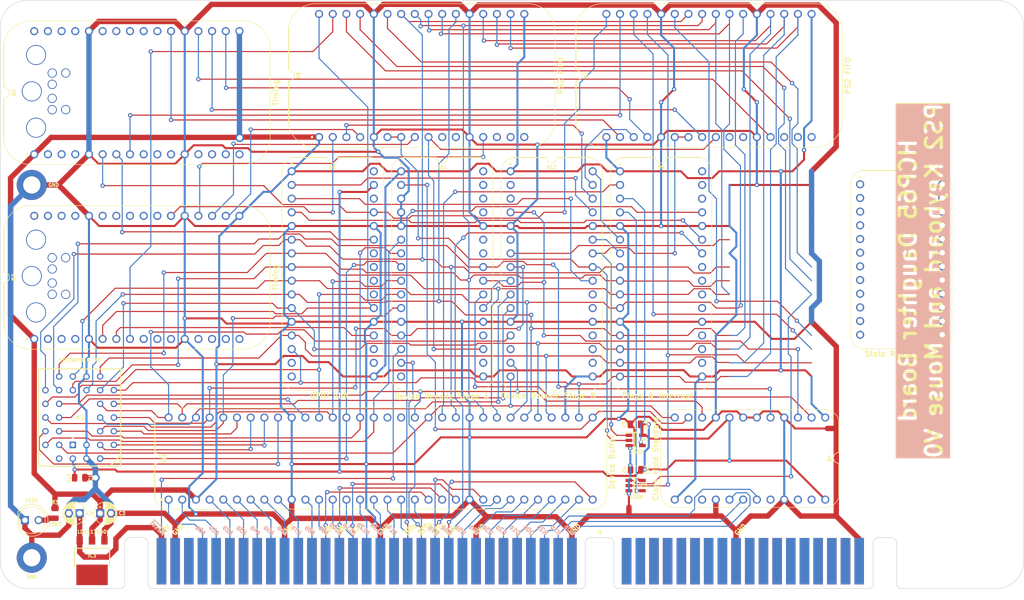
<source format=kicad_pcb>
(kicad_pcb (version 20241229) (generator "pcbnew") (generator_version "9.0")
  (title_block (title "PS2 Board") (date "2025-06-27") (rev "V0"))
  (layers (0 "F.Cu" signal) (2 "B.Cu" signal) (5 "F.SilkS" user "F.Silkscreen") (7 "B.SilkS" user "B.Silkscreen") (1 "F.Mask" user) (3 "B.Mask" user) (25 "Edge.Cuts" user))
  (net 0 "")
  (net 1 "/5V")
  (net 2 "/Read Direct")
  (net 3 "GND")
  (net 4 "/3.3V")
  (net 5 "/Write Direct")
  (net 10 "/Enable")
  (net 11 "/D7")
  (net 12 "/D6")
  (net 13 "/D5")
  (net 17 "/D4")
  (net 18 "/D3")
  (net 19 "/~{Device RAM}")
  (net 20 "HD1")
  (net 22 "/D2")
  (net 25 "/D1")
  (net 26 "/D0")
  (net 27 "/~{Reset}")
  (net 28 "/PS2 Clock_{ 2}")
  (net 29 "/PS2 Data_{ 2}")
  (net 30 "/PS2 Clock_{ 1}")
  (net 33 "/PS2 Data_{ 1}")
  (net 36 "/~{PS2 Clock}_{ 1}")
  (net 37 "/PS2 Code Pulse_{ 1}")
  (net 38 "/PS2 Packet Pulse_{ 1}")
  (net 43 "/PS2 Packet Pulse_{2} _{ 1}")
  (net 44 "/~{PS2 Packet Pulse}_{ 1}")
  (net 45 "/Read PS2 FIFO_{ 1}")
  (net 48 "/~{Output Ready}_{ 1}")
  (net 49 "/~{Packet Waiting}_{ 1}")
  (net 50 "/~{Code Waiting}_{ 1}")
  (net 51 "/~{RD}")
  (net 54 "/~{WD}")
  (net 56 "/Read State")
  (net 57 "/A14")
  (net 58 "/A13")
  (net 59 "/A12")
  (net 60 "/A11")
  (net 65 "/A10")
  (net 69 "/A9")
  (net 70 "/A4")
  (net 71 "/A3")
  (net 72 "/A2")
  (net 73 "/A1")
  (net 74 "/A0")
  (net 75 "/~{Device Select}")
  (net 80 "/~{Device Registers}")
  (net 81 "/~{Device ROM}")
  (net 85 "/Write Clear Interrupt")
  (net 86 "/Write Flags")
  (net 87 "/Read PS2 FIFO_{ 2}")
  (net 88 "/Read Flags")
  (net 90 "/~{Packet Waiting}_{ 2}")
  (net 91 "/~{Code Waiting}_{ 2}")
  (net 92 "/~{Output Ready}_{ 2}")
  (net 93 "/A5")
  (net 94 "/A6")
  (net 95 "/A7")
  (net 96 "/A8")
  (net 97 "/PHI2")
  (net 98 "/~{PS2 Clock}_{ 2}")
  (net 99 "/PS2 Code Pulse_{ 2}")
  (net 100 "/PS2 Packet Pulse_{ 2}")
  (net 101 "/PS2 Packet Pulse_{2} _{ 2}")
  (net 102 "/~{PS2 Packet Pulse}_{ 2}")
  (net 103 "Net-(B9-~{Set_Interrupt_on_CLK})")
  (net 113 "HD2")
  (net 114 "HD0")
  (net 120 "~{Device Interrupt}")
  (net 122 "/~{A4}")
  (net 123 "~{Device Enable}")
  (net 128 "~{Reset Device}")
  (net 129 "~{Reset System}")
  (net 167 "/Write Clear Interrupt _{2}")
  (net 168 "/Write Clear Interrupt _{1}")
  (net 169 "AD2")
  (net 170 "AD0")
  (net 171 "DD2")
  (net 172 "~{Select Device}")
  (net 173 "DD0")
  (net 174 "DD6")
  (net 175 "D~{WD}")
  (net 176 "AD12")
  (net 177 "DD3")
  (net 178 "Device CLK")
  (net 179 "AD1")
  (net 180 "D~{RD}")
  (net 181 "AD7")
  (net 182 "DD1")
  (net 183 "AD4")
  (net 184 "AD10")
  (net 185 "AD16")
  (net 186 "AD13")
  (net 187 "AD3")
  (net 188 "AD14")
  (net 189 "AD6")
  (net 190 "AD5")
  (net 191 "DD5")
  (net 192 "DD7")
  (net 193 "DD4")
  (net 194 "AD9")
  (net 195 "AD8")
  (net 196 "AD15")
  (net 233 "AD11")
  (net 234 "12V")
  (net 241 "~{Memory A}")
  (net 243 "~{Device CLK}")
  (net 244 "~{Main Access}")
  (net 250 "~{Memory B}")
  (net 251 "Main CLK")
  (net 252 "~{Main}")
  (net 255 "Net-(LED1-A)")
  (footprint "SamacSys_Parts:SOT95P275X110-5N" (layer "F.Cu") (at 87.986 -22.419)
    (property "Reference" "IC4")
    (property "Value" "74LVC1G32GV,125" (hide yes))
  )
  (footprint "SamacSys_Parts:CP_Radial_D4.0mm_P2.00mm" (layer "F.Cu") (at -15.24 -8.89 180)
    (property "Reference" "C4")
    (property "Value" "10μF")
  )
  (footprint "SamacSys_Parts:SOT95P275X110-5N" (layer "F.Cu") (at 87.986 -14.037)
    (property "Reference" "IC5")
    (property "Value" "74LVC1G08GV,125" (hide yes))
  )
  (footprint "HCP65_Parts:HCP65_MountingHole_M3_" (layer "F.Cu") (at -24.13 -0.635)
    (property "Reference" "H10" (hide yes))
    (property "Value" "MountingHole_Pad")
  )
  (footprint "HCP65_Parts:HCP65_Device_Buffer" (layer "F.Cu") (at 1.27 -11.43 90)
    (property "Reference" "B16")
    (property "Value" "Device Buffer" (hide yes))
  )
  (footprint "SamacSys_Parts:LED_D5.0mm" (layer "F.Cu") (at -25.4 -7.62)
    (property "Reference" "LED1")
    (property "Value" "Colour")
  )
  (footprint "HCP65_Parts:HCP65_Clock_Hold_Standard" (layer "F.Cu") (at 123.19 -26.67 -90)
    (property "Reference" "B4")
    (property "Value" "Clock Hold Standard" (hide yes))
  )
  (footprint "SamacSys_Parts:5408803224008" (layer "F.Cu") (at -16.51 -21.59)
    (property "Reference" "IC1")
    (property "Value" "SST39VF010-70-4I-NHE" (hide yes))
  )
  (footprint "HCP65_Parts:HCP65_Device_Decode_Stage_A" (layer "F.Cu") (at 44.45 -72.39)
    (property "Reference" "B11")
    (property "Value" "Device Decode Stage A" (hide yes))
  )
  (footprint "SamacSys_Parts:CP_Radial_D4.0mm_P2.00mm" (layer "F.Cu") (at -11.43 -8.89)
    (property "Reference" "C3")
    (property "Value" "100μF")
  )
  (footprint "SamacSys_Parts:C_0805" (layer "F.Cu") (at -15.24 -15.494 -90)
    (property "Reference" "C1")
    (property "Value" "1μF")
  )
  (footprint "SamacSys_Parts:LD1117S33C" (layer "F.Cu") (at -12.94 -0.635 180)
    (property "Reference" "IC3")
    (property "Value" "LD1117S50C" (hide yes))
  )
  (footprint "HCP65_Parts:HCP65_GPIO_4bit" (layer "F.Cu") (at 24.13 -72.39)
    (property "Reference" "B1")
    (property "Value" "GPIO 4bit" (hide yes))
  )
  (footprint "HCP65_Parts:HCP65_State_Reader_8bit" (layer "F.Cu") (at 129.667 -69.977)
    (property "Reference" "B5" (hide yes))
    (property "Value" "State Reader 16bit" (hide yes))
  )
  (footprint "HCP65_Parts:HCP65_MountingHole_M3_" (layer "F.Cu") (at -24.13 -69.85)
    (property "Reference" "H7" (hide yes))
    (property "Value" "MountingHole_Pad")
  )
  (footprint "HCP65_Parts:HCP65_PS2_Timing" (layer "F.Cu") (at -23.6728 -41.256 90)
    (property "Reference" "B7")
    (property "Value" "PS2 Timing" (hide yes))
  )
  (footprint "HCP65_Parts:HCP65_PS2_FIFO" (layer "F.Cu") (at 82.55 -78.74 90)
    (property "Reference" "B3")
    (property "Value" "PS2 FIFO" (hide yes))
  )
  (footprint "SamacSys_Parts:98pin Edge Connector" (layer "F.Cu") (at -7.4168 5.08)
    (property "Reference" "J1")
    (property "Value" "395-098-520-350")
    (fp_line (start 0.5 -8.413) (end 0.5 -0.5) (stroke (width 0.1)) (layer "Edge.Cuts"))
    (fp_line (start 0.5 -0.5) (end 0 0) (stroke (width 0.1)) (layer "Edge.Cuts"))
    (fp_line (start 3.81 -9.479799) (end 1.577048 -9.479799) (stroke (width 0.1)) (layer "Edge.Cuts"))
    (fp_line (start 4.887048 -8.413) (end 4.887048 -0.5) (stroke (width 0.1)) (layer "Edge.Cuts"))
    (fp_line (start 4.887048 -0.5) (end 5.387048 0) (stroke (width 0.1)) (layer "Edge.Cuts"))
    (fp_line (start 85.540048 0) (end 5.387048 0) (stroke (width 0.1)) (layer "Edge.Cuts"))
    (fp_line (start 86.040048 -8.4) (end 86.040048 -0.5) (stroke (width 0.1)) (layer "Edge.Cuts"))
    (fp_line (start 86.040048 -0.5) (end 85.540048 0) (stroke (width 0.1)) (layer "Edge.Cuts"))
    (fp_line (start 87.117096 -9.466799) (end 90.297 -9.466799) (stroke (width 0.1)) (layer "Edge.Cuts"))
    (fp_line (start 91.374048 -8.4) (end 91.374048 -0.5) (stroke (width 0.1)) (layer "Edge.Cuts"))
    (fp_line (start 91.374048 -0.5) (end 91.874048 0) (stroke (width 0.1)) (layer "Edge.Cuts"))
    (fp_line (start 138.999048 0) (end 91.874048 0) (stroke (width 0.1)) (layer "Edge.Cuts"))
    (fp_line (start 139.499048 -8.4) (end 139.499048 -0.5) (stroke (width 0.1)) (layer "Edge.Cuts"))
    (fp_line (start 139.499048 -0.5) (end 138.999048 0) (stroke (width 0.1)) (layer "Edge.Cuts"))
    (fp_line (start 140.576096 -9.466799) (end 142.809048 -9.466799) (stroke (width 0.1)) (layer "Edge.Cuts"))
    (fp_line (start 143.886096 -8.4) (end 143.886096 -0.5) (stroke (width 0.1)) (layer "Edge.Cuts"))
    (fp_line (start 143.886096 -0.5) (end 144.386096 0) (stroke (width 0.1)) (layer "Edge.Cuts"))
    (fp_arc (start 0.5 -8.413) (mid 0.817585 -9.169461) (end 1.577048 -9.479799) (stroke (width 0.1)) (layer "Edge.Cuts"))
    (fp_arc (start 3.81 -9.479799) (mid 4.569467 -9.169465) (end 4.887048 -8.413) (stroke (width 0.1)) (layer "Edge.Cuts"))
    (fp_arc (start 86.040048 -8.4) (mid 86.35762 -9.156489) (end 87.117096 -9.466799) (stroke (width 0.1)) (layer "Edge.Cuts"))
    (fp_arc (start 90.297 -9.466799) (mid 91.056441 -9.156453) (end 91.374048 -8.4) (stroke (width 0.1)) (layer "Edge.Cuts"))
    (fp_arc (start 139.499048 -8.4) (mid 139.81662 -9.156489) (end 140.576096 -9.466799) (stroke (width 0.1)) (layer "Edge.Cuts"))
    (fp_arc (start 142.809048 -9.466799) (mid 143.568523 -9.156472) (end 143.886096 -8.4) (stroke (width 0.1)) (layer "Edge.Cuts"))
  )
  (footprint "HCP65_Parts:HCP65_PS2_Timing" (layer "F.Cu") (at -23.6728 -75.546 90)
    (property "Reference" "B2")
    (property "Value" "PS2 Timing" (hide yes))
  )
  (footprint "SamacSys_Parts:C_0805" (layer "F.Cu") (at 87.966 -25.4 90)
    (property "Reference" "C5")
    (property "Value" "1μF")
  )
  (footprint "HCP65_Parts:HCP65_Device_Decode_Stage_B" (layer "F.Cu") (at 64.77 -72.39)
    (property "Reference" "B12")
    (property "Value" "Device Decode Stage B" (hide yes))
  )
  (footprint "SamacSys_Parts:R_0805" (layer "F.Cu") (at -19.812 -8.89)
    (property "Reference" "R3")
    (property "Value" "10KΩ")
  )
  (footprint "HCP65_Parts:HCP65_Flags_Interrupt" (layer "F.Cu") (at 85.09 -72.39)
    (property "Reference" "B9")
    (property "Value" "Flags & Interrupt" (hide yes))
  )
  (footprint "HCP65_Parts:HCP65_PS2_FIFO" (layer "F.Cu") (at 29.21 -78.74 90)
    (property "Reference" "B8")
    (property "Value" "PS2 FIFO" (hide yes))
  )
  (footprint "SamacSys_Parts:C_0805" (layer "F.Cu") (at 88.006 -16.958 90)
    (property "Reference" "C6")
    (property "Value" "1μF")
  )
  (gr_line (start 154.959905 5.080001) (end 136.969296 5.08) (stroke (width 0.1)) (layer "Edge.Cuts"))
  (gr_line (start -29.972 0) (end -29.98 -99.06) (stroke (width 0.1)) (layer "Edge.Cuts"))
  (gr_arc (start 154.959905 -104.14) (mid 158.552004 -102.652101) (end 160.039905 -99.06) (stroke (width 0.1)) (layer "Edge.Cuts"))
  (gr_line (start 154.959905 -104.14) (end -24.872094 -104.139999) (stroke (width 0.1)) (layer "Edge.Cuts"))
  (gr_arc (start -29.980075 -99.06) (mid -28.482276 -102.662008) (end -24.872094 -104.139998) (stroke (width 0.1)) (layer "Edge.Cuts"))
  (gr_arc (start 160.039905 0.000001) (mid 158.552007 3.592105) (end 154.959905 5.080001) (stroke (width 0.1)) (layer "Edge.Cuts"))
  (gr_arc (start -24.892 5.08) (mid -28.484102 3.592102) (end -29.972 0) (stroke (width 0.1)) (layer "Edge.Cuts"))
  (gr_line (start 160.039905 0.000001) (end 160.039905 -99.06) (stroke (width 0.1)) (layer "Edge.Cuts"))
  (gr_line (start -7.4168 5.08) (end -24.892 5.080001) (stroke (width 0.1)) (layer "Edge.Cuts"))
  (gr_text "GND" (at 40.513 -4.572 45) (layer "F.SilkS") (effects (font (size 0.8 0.8) (thickness 0.2) (bold yes)) (justify left bottom)))
  (gr_text "GND" (at 22.733 -4.572 45) (layer "F.SilkS") (effects (font (size 0.8 0.8) (thickness 0.2) (bold yes)) (justify left bottom)))
  (gr_text "12V" (at 0 -4.572 45) (layer "F.SilkS") (effects (font (size 0.8 0.8) (thickness 0.2) (bold yes)) (justify left bottom)))
  (gr_text "HCP65 Daughter Board\nPS2 Keyboard and Mouse V0\n" (at 140.97 -52.07 90) (layer "F.SilkS" knockout) (effects (font (size 3 3) (thickness 0.6) (bold yes))))
  (gr_text "~{WD}_{D}" (at 32.893 -4.572 45) (layer "F.SilkS") (effects (font (size 0.8 0.8) (thickness 0.2) (bold yes)) (justify left bottom)))
  (gr_text "CLK_{D}" (at 35.433 -4.572 45) (layer "F.SilkS") (effects (font (size 0.8 0.8) (thickness 0.2) (bold yes)) (justify left bottom)))
  (gr_text "~{SEL}_{D}" (at 50.673 -4.572 45) (layer "F.SilkS") (effects (font (size 0.8 0.8) (thickness 0.2) (bold yes)) (justify left bottom)))
  (gr_text "GND" (at 2.413 -4.572 45) (layer "F.SilkS") (effects (font (size 0.8 0.8) (thickness 0.2) (bold yes)) (justify left bottom)))
  (gr_text "~{INT}_{D}" (at 45.593 -4.572 45) (layer "F.SilkS") (effects (font (size 0.8 0.8) (thickness 0.2) (bold yes)) (justify left bottom)))
  (gr_text "~{EN}_{D}" (at 53.34 -4.445 45) (layer "F.SilkS") (effects (font (size 0.8 0.8) (thickness 0.2) (bold yes)) (justify left bottom)))
  (gr_text "~{RES}_{D}" (at 48.133 -4.572 45) (layer "F.SilkS") (effects (font (size 0.8 0.8) (thickness 0.2) (bold yes)) (justify left bottom)))
  (gr_text "GND" (at 106.807 -4.572 45) (layer "F.SilkS") (effects (font (size 0.8 0.8) (thickness 0.2) (bold yes)) (justify left bottom)))
  (gr_text "GND" (at 76.073 -4.572 45) (layer "F.SilkS") (effects (font (size 0.8 0.8) (thickness 0.2) (bold yes)) (justify left bottom)))
  (gr_text "~{RD}_{D}" (at 30.353 -4.572 45) (layer "F.SilkS") (effects (font (size 0.8 0.8) (thickness 0.2) (bold yes)) (justify left bottom)))
  (gr_text "GND" (at 58.293 -4.572 45) (layer "F.SilkS") (effects (font (size 0.8 0.8) (thickness 0.2) (bold yes)) (justify left bottom)))
  (gr_text "A12_{D}" (at 38.227 -4.572 315) (layer "B.SilkS") (effects (font (size 0.8 0.8) (thickness 0.2) (bold yes)) (justify left bottom mirror)))
  (gr_text "D4_{D}" (at 58.547 -4.699 315) (layer "B.SilkS") (effects (font (size 0.8 0.8) (thickness 0.2) (bold yes)) (justify left bottom mirror)))
  (gr_text "A7_{D}" (at 25.527 -4.572 315) (layer "B.SilkS") (effects (font (size 0.8 0.8) (thickness 0.2) (bold yes)) (justify left bottom mirror)))
  (gr_text "A10_{D}" (at 33.147 -4.572 315) (layer "B.SilkS") (effects (font (size 0.8 0.8) (thickness 0.2) (bold yes)) (justify left bottom mirror)))
  (gr_text "D2_{D}" (at 63.627 -4.572 315) (layer "B.SilkS") (effects (font (size 0.8 0.8) (thickness 0.2) (bold yes)) (justify left bottom mirror)))
  (gr_text "A6_{D}" (at 22.987 -4.572 315) (layer "B.SilkS") (effects (font (size 0.8 0.8) (thickness 0.2) (bold yes)) (justify left bottom mirror)))
  (gr_text "D0_{D}" (at 68.707 -4.572 315) (layer "B.SilkS") (effects (font (size 0.8 0.8) (thickness 0.2) (bold yes)) (justify left bottom mirror)))
  (gr_text "D1_{D}" (at 66.167 -4.572 315) (layer "B.SilkS") (effects (font (size 0.8 0.8) (thickness 0.2) (bold yes)) (justify left bottom mirror)))
  (gr_text "A0_{D}" (at 7.747 -4.572 315) (layer "B.SilkS") (effects (font (size 0.8 0.8) (thickness 0.2) (bold yes)) (justify left bottom mirror)))
  (gr_text "A4_{D}" (at 17.907 -4.572 315) (layer "B.SilkS") (effects (font (size 0.8 0.8) (thickness 0.2) (bold yes)) (justify left bottom mirror)))
  (gr_text "A1_{D}" (at 10.287 -4.572 315) (layer "B.SilkS") (effects (font (size 0.8 0.8) (thickness 0.2) (bold yes)) (justify left bottom mirror)))
  (gr_text "D6_{D}" (at 53.467 -4.572 315) (layer "B.SilkS") (effects (font (size 0.8 0.8) (thickness 0.2) (bold yes)) (justify left bottom mirror)))
  (gr_text "A3_{D}" (at 15.367 -4.572 315) (layer "B.SilkS") (effects (font (size 0.8 0.8) (thickness 0.2) (bold yes)) (justify left bottom mirror)))
  (gr_text "H0_{D}" (at 76.327 -4.572 315) (layer "B.SilkS") (effects (font (size 0.8 0.8) (thickness 0.2) (bold yes)) (justify left bottom mirror)))
  (gr_text "A9_{D}" (at 30.607 -4.572 315) (layer "B.SilkS") (effects (font (size 0.8 0.8) (thickness 0.2) (bold yes)) (justify left bottom mirror)))
  (gr_text "D5_{D}" (at 56.007 -4.572 315) (layer "B.SilkS") (effects (font (size 0.8 0.8) (thickness 0.2) (bold yes)) (justify left bottom mirror)))
  (gr_text "A2_{D}" (at 12.827 -4.572 315) (layer "B.SilkS") (effects (font (size 0.8 0.8) (thickness 0.2) (bold yes)) (justify left bottom mirror)))
  (gr_text "~{Reset}" (at 0.127 -4.572 -45) (layer "B.SilkS") (effects (font (size 0.8 0.8) (thickness 0.2) (bold yes)) (justify left bottom mirror)))
  (gr_text "H1_{D}" (at 73.787 -4.572 315) (layer "B.SilkS") (effects (font (size 0.8 0.8) (thickness 0.2) (bold yes)) (justify left bottom mirror)))
  (gr_text "D3_{D}" (at 61.087 -4.572 315) (layer "B.SilkS") (effects (font (size 0.8 0.8) (thickness 0.2) (bold yes)) (justify left bottom mirror)))
  (gr_text "A5_{D}" (at 20.447 -4.572 315) (layer "B.SilkS") (effects (font (size 0.8 0.8) (thickness 0.2) (bold yes)) (justify left bottom mirror)))
  (gr_text "A14_{D}" (at 43.307 -4.572 315) (layer "B.SilkS") (effects (font (size 0.8 0.8) (thickness 0.2) (bold yes)) (justify left bottom mirror)))
  (gr_text "A11_{D}" (at 35.687 -4.572 315) (layer "B.SilkS") (effects (font (size 0.8 0.8) (thickness 0.2) (bold yes)) (justify left bottom mirror)))
  (gr_text "A13_{D}" (at 40.767 -4.572 315) (layer "B.SilkS") (effects (font (size 0.8 0.8) (thickness 0.2) (bold yes)) (justify left bottom mirror)))
  (gr_text "H2_{D}" (at 71.247 -4.572 315) (layer "B.SilkS") (effects (font (size 0.8 0.8) (thickness 0.2) (bold yes)) (justify left bottom mirror)))
  (gr_text "HCP65 Daughter Board\nPS2 Keyboard and Mouse V0\n" (at 140.97 -52.07 90) (layer "B.SilkS" knockout) (effects (font (size 3 3) (thickness 0.6) (bold yes)) (justify mirror)))
  (gr_text "A8_{D}" (at 28.067 -4.572 315) (layer "B.SilkS") (effects (font (size 0.8 0.8) (thickness 0.2) (bold yes)) (justify left bottom mirror)))
  (gr_text "D7_{D}" (at 51.054 -4.445 315) (layer "B.SilkS") (effects (font (size 0.8 0.8) (thickness 0.2) (bold yes)) (justify left bottom mirror)))
  (segment (start 39.37 -34.29) (end 33.655 -34.29) (width 0.38) (layer "F.Cu") (net 1))
  (segment (start 97.656 -71.12) (end 102.235 -71.12) (width 0.38) (layer "F.Cu") (net 1))
  (segment (start 42.418 -35.437) (end 41.271 -34.29) (width 0.38) (layer "F.Cu") (net 1))
  (segment (start -12.827 -12.446) (end -11.43 -11.049) (width 1) (layer "F.Cu") (net 1))
  (segment (start -28.067 -45.6502) (end -28.067 -71.1518) (width 1) (layer "F.Cu") (net 1))
  (segment (start -11.43 -8.94061) (end -11.43 -11.049) (width 1) (layer "F.Cu") (net 1))
  (segment (start 62.103 -72.39) (end 64.77 -72.39) (width 0.38) (layer "F.Cu") (net 1))
  (segment (start 27.305 -36.957) (end 26.162 -38.1) (width 0.38) (layer "F.Cu") (net 1))
  (segment (start 80.01 -34.29) (end 76.197 -34.29) (width 0.38) (layer "F.Cu") (net 1))
  (segment (start -23.6728 -41.256) (end -28.067 -45.6502) (width 1) (layer "F.Cu") (net 1))
  (segment (start 80.01 -34.29) (end 81.374 -34.29) (width 0.38) (layer "F.Cu") (net 1))
  (segment (start 119.5083 -35.4317) (end 120.65 -34.29) (width 0.38) (layer "F.Cu") (net 1))
  (segment (start 4.572 -13.208) (end 6.35 -11.43) (width 1) (layer "F.Cu") (net 1))
  (segment (start -11.43 -7.62) (end -11.43 -8.89) (width 1) (layer "F.Cu") (net 1))
  (segment (start -19.822 -9.8025) (end -19.822 -12.446) (width 1) (layer "F.Cu") (net 1))
  (segment (start 59.69 -34.29) (end 58.42 -34.29) (width 0.38) (layer "F.Cu") (net 1))
  (segment (start 59.69 -34.29) (end 61.598 -34.29) (width 0.38) (layer "F.Cu") (net 1))
  (segment (start 57.1255 -72.39) (end 58.5225 -73.787) (width 0.38) (layer "F.Cu") (net 1))
  (segment (start 58.42 -34.29) (end 57.273 -35.437) (width 0.38) (layer "F.Cu") (net 1))
  (segment (start 26.162 -38.1) (end 22.606 -38.1) (width 0.38) (layer "F.Cu") (net 1))
  (segment (start 24.13 -72.39) (end 37.3287 -72.39) (width 0.38) (layer "F.Cu") (net 1))
  (segment (start 40.4066 -73.787) (end 41.8036 -72.39) (width 0.38) (layer "F.Cu") (net 1))
  (segment (start 77.216 -72.39) (end 78.486 -73.66) (width 0.38) (layer "F.Cu") (net 1))
  (segment (start 41.271 -34.29) (end 39.37 -34.29) (width 0.38) (layer "F.Cu") (net 1))
  (segment (start 102.235 -71.12) (end 103.505 -72.39) (width 0.38) (layer "F.Cu") (net 1))
  (segment (start 62.738 -35.43) (end 75.057 -35.43) (width 0.38) (layer "F.Cu") (net 1))
  (segment (start 96.901 -35.466) (end 82.55 -35.466) (width 0.38) (layer "F.Cu") (net 1))
  (segment (start 58.5225 -73.787) (end 60.706 -73.787) (width 0.38) (layer "F.Cu") (net 1))
  (segment (start -12.94 -6.11) (end -11.43 -7.62) (width 1) (layer "F.Cu") (net 1))
  (segment (start 105.41 -72.39) (end 114.935 -72.39) (width 0.38) (layer "F.Cu") (net 1))
  (segment (start -12.94 -3.835) (end -12.94 -6.11) (width 1) (layer "F.Cu") (net 1))
  (segment (start 76.197 -34.29) (end 75.057 -35.43) (width 0.38) (layer "F.Cu") (net 1))
  (segment (start 117.094 -72.39) (end 119.253 -74.549) (width 0.38) (layer "F.Cu") (net 1))
  (segment (start 103.505 -72.39) (end 105.41 -72.39) (width 0.38) (layer "F.Cu") (net 1))
  (segment (start 14.732 -78.613) (end 14.859 -78.74) (width 1) (layer "F.Cu") (net 1))
  (segment (start 41.8036 -72.39) (end 44.45 -72.39) (width 0.38) (layer "F.Cu") (net 1))
  (segment (start -11.43 -11.049) (end -9.271 -13.208) (width 1) (layer "F.Cu") (net 1))
  (segment (start 85.09 -72.39) (end 96.386 -72.39) (width 0.38) (layer "F.Cu") (net 1))
  (segment (start 96.386 -72.39) (end 97.656 -71.12) (width 0.38) (layer "F.Cu") (net 1))
  (segment (start 119.253 -74.549) (end 119.253 -76.327) (width 0.38) (layer "F.Cu") (net 1))
  (segment (start -23.6728 -16.2968) (end -23.6728 -41.256) (width 1) (layer "F.Cu") (net 1))
  (segment (start -9.271 -13.208) (end 4.572 -13.208) (width 1) (layer "F.Cu") (net 1))
  (segment (start -28.067 -71.1518) (end -23.6728 -75.546) (width 1) (layer "F.Cu") (net 1))
  (segment (start -19.822 -12.446) (end -23.6728 -16.2968) (width 1) (layer "F.Cu") (net 1))
  (segment (start 38.7257 -73.787) (end 40.4066 -73.787) (width 0.38) (layer "F.Cu") (net 1))
  (segment (start 14.478 -78.613) (end 14.732 -78.613) (width 1) (layer "F.Cu") (net 1))
  (segment (start 33.655 -34.29) (end 30.988 -36.957) (width 0.38) (layer "F.Cu") (net 1))
  (segment (start 60.706 -73.787) (end 62.103 -72.39) (width 0.38) (layer "F.Cu") (net 1))
  (segment (start 37.3287 -72.39) (end 38.7257 -73.787) (width 0.38) (layer "F.Cu") (net 1))
  (segment (start 82.677 -72.39) (end 81.407 -73.66) (width 0.38) (layer "F.Cu") (net 1))
  (segment (start 78.486 -73.66) (end 81.407 -73.66) (width 0.38) (layer "F.Cu") (net 1))
  (segment (start 100.33 -34.29) (end 102.4903 -34.29) (width 0.38) (layer "F.Cu") (net 1))
  (segment (start 14.859 -78.74) (end 29.21 -78.74) (width 1) (layer "F.Cu") (net 1))
  (segment (start 57.273 -35.437) (end 42.418 -35.437) (width 0.38) (layer "F.Cu") (net 1))
  (segment (start 98.077 -34.29) (end 96.901 -35.466) (width 0.38) (layer "F.Cu") (net 1))
  (segment (start 103.632 -35.4317) (end 114.935 -35.4317) (width 0.38) (layer "F.Cu") (net 1))
  (segment (start -19.822 -12.446) (end -12.827 -12.446) (width 1) (layer "F.Cu") (net 1))
  (segment (start 81.374 -34.29) (end 82.55 -35.466) (width 0.38) (layer "F.Cu") (net 1))
  (segment (start 100.33 -34.29) (end 98.077 -34.29) (width 0.38) (layer "F.Cu") (net 1))
  (segment (start 102.4903 -34.29) (end 103.632 -35.4317) (width 0.38) (layer "F.Cu") (net 1))
  (segment (start -20.5428 -78.676) (end 14.415 -78.676) (width 1) (layer "F.Cu") (net 1))
  (segment (start 61.598 -34.29) (end 62.738 -35.43) (width 0.38) (layer "F.Cu") (net 1))
  (segment (start 14.415 -78.676) (end 14.478 -78.613) (width 1) (layer "F.Cu") (net 1))
  (segment (start 21.082 -36.576) (end 10.16 -36.576) (width 0.38) (layer "F.Cu") (net 1))
  (segment (start 30.988 -36.957) (end 27.305 -36.957) (width 0.38) (layer "F.Cu") (net 1))
  (segment (start 85.09 -72.39) (end 82.677 -72.39) (width 0.38) (layer "F.Cu") (net 1))
  (segment (start -23.6728 -75.546) (end -20.5428 -78.676) (width 1) (layer "F.Cu") (net 1))
  (segment (start 22.606 -38.1) (end 21.082 -36.576) (width 0.38) (layer "F.Cu") (net 1))
  (segment (start 64.77 -72.39) (end 77.216 -72.39) (width 0.38) (layer "F.Cu") (net 1))
  (segment (start 114.935 -72.39) (end 117.094 -72.39) (width 0.38) (layer "F.Cu") (net 1))
  (segment (start 114.935 -35.4317) (end 119.5083 -35.4317) (width 0.38) (layer "F.Cu") (net 1))
  (segment (start 44.45 -72.39) (end 57.1255 -72.39) (width 0.38) (layer "F.Cu") (net 1))
  (via (at 119.253 -76.327) (size 0.8) (drill 0.4) (layers "F.Cu" "B.Cu") (net 1))
  (via (at 114.935 -72.39) (size 0.8) (drill 0.4) (layers "F.Cu" "B.Cu") (net 1))
  (via (at 10.16 -36.576) (size 0.8) (drill 0.4) (layers "F.Cu" "B.Cu") (net 1))
  (via (at 14.478 -78.613) (size 1.6) (drill 1) (layers "F.Cu" "B.Cu") (net 1))
  (via (at 114.935 -35.4317) (size 0.8) (drill 0.4) (layers "F.Cu" "B.Cu") (net 1))
  (segment (start 24.13 -72.39) (end 29.21 -77.47) (width 0.38) (layer "B.Cu") (net 1))
  (segment (start 41.529 -36.449) (end 39.37 -34.29) (width 0.38) (layer "B.Cu") (net 1))
  (segment (start 99.06 -15.24) (end 95.25 -11.43) (width 0.38) (layer "B.Cu") (net 1))
  (segment (start 76.962 -34.29) (end 74.93 -32.258) (width 0.38) (layer "B.Cu") (net 1))
  (segment (start 14.4272 -79.1718) (end 14.4272 -98.406) (width 1) (layer "B.Cu") (net 1))
  (segment (start 14.478 -78.613) (end 14.478 -79.121) (width 1) (layer "B.Cu") (net 1))
  (segment (start 66.04 -73.66) (end 64.77 -72.39) (width 0.38) (layer "B.Cu") (net 1))
  (segment (start 120.65 -81.788) (end 119.253 -80.391) (width 0.38) (layer "B.Cu") (net 1))
  (segment (start 120.65 -29.21) (end 120.65 -34.29) (width 0.38) (layer "B.Cu") (net 1))
  (segment (start 44.45 -72.39) (end 41.529 -69.469) (width 0.38) (layer "B.Cu") (net 1))
  (segment (start 20.32 -68.58) (end 18.8912 -68.58) (width 0.38) (layer "B.Cu") (net 1))
  (segment (start 67.31 -93.599) (end 66.04 -92.329) (width 0.38) (layer "B.Cu") (net 1))
  (segment (start 14.478 -79.121) (end 14.4272 -79.1718) (width 1) (layer "B.Cu") (net 1))
  (segment (start 82.55 -74.93) (end 82.55 -78.74) (width 0.38) (layer "B.Cu") (net 1))
  (segment (start 10.16 -15.24) (end 10.16 -36.576) (width 0.38) (layer "B.Cu") (net 1))
  (segment (start 100.33 -34.29) (end 99.06 -33.02) (width 0.38) (layer "B.Cu") (net 1))
  (segment (start 99.06 -33.02) (end 99.06 -15.24) (width 0.38) (layer "B.Cu") (net 1))
  (segment (start 24.13 -72.39) (end 20.32 -68.58) (width 0.38) (layer "B.Cu") (net 1))
  (segment (start 123.19 -26.67) (end 120.65 -29.21) (width 0.38) (layer "B.Cu") (net 1))
  (segment (start 41.529 -69.469) (end 41.529 -36.449) (width 0.38) (layer "B.Cu") (net 1))
  (segment (start 10.668 -40.005) (end 10.668 -60.3568) (width 0.38) (layer "B.Cu") (net 1))
  (segment (start 114.935 -72.39) (end 114.935 -35.4317) (width 0.38) (layer "B.Cu") (net 1))
  (segment (start 67.31 -101.6) (end 67.31 -93.599) (width 0.38) (layer "B.Cu") (net 1))
  (segment (start 66.04 -92.329) (end 66.04 -73.66) (width 0.38) (layer "B.Cu") (net 1))
  (segment (start 29.21 -77.47) (end 29.21 -78.74) (width 0.38) (layer "B.Cu") (net 1))
  (segment (start 6.35 -11.43) (end 10.16 -15.24) (width 0.38) (layer "B.Cu") (net 1))
  (segment (start 10.16 -36.576) (end 10.16 -39.497) (width 0.38) (layer "B.Cu") (net 1))
  (segment (start 18.8912 -68.58) (end 14.4272 -64.116) (width 0.38) (layer "B.Cu") (net 1))
  (segment (start 120.65 -101.6) (end 120.65 -81.788) (width 0.38) (layer "B.Cu") (net 1))
  (segment (start 85.09 -72.39) (end 82.55 -74.93) (width 0.38) (layer "B.Cu") (net 1))
  (segment (start 74.93 -32.258) (end 74.93 -26.67) (width 0.38) (layer "B.Cu") (net 1))
  (segment (start 119.253 -80.391) (end 119.253 -76.327) (width 0.38) (layer "B.Cu") (net 1))
  (segment (start 10.16 -39.497) (end 10.668 -40.005) (width 0.38) (layer "B.Cu") (net 1))
  (segment (start 80.01 -34.29) (end 76.962 -34.29) (width 0.38) (layer "B.Cu") (net 1))
  (segment (start 10.668 -60.3568) (end 14.4272 -64.116) (width 0.38) (layer "B.Cu") (net 1))
  (segment (start 36.957 -69.85) (end 38.227 -71.12) (width 0.2) (layer "F.Cu") (net 2))
  (segment (start 76.835 -71.12) (end 38.227 -71.12) (width 0.2) (layer "F.Cu") (net 2))
  (segment (start 24.13 -69.85) (end 36.957 -69.85) (width 0.2) (layer "F.Cu") (net 2))
  (via (at 76.835 -71.12) (size 0.8) (drill 0.4) (layers "F.Cu" "B.Cu") (net 2))
  (segment (start 76.835 -67.945) (end 76.835 -71.12) (width 0.2) (layer "B.Cu") (net 2))
  (segment (start 80.01 -64.77) (end 76.835 -67.945) (width 0.2) (layer "B.Cu") (net 2))
  (segment (start 57.15 -78.74) (end 55.753 -80.137) (width 0.38) (layer "F.Cu") (net 3))
  (segment (start 40.767 -80.137) (end 39.37 -78.74) (width 0.38) (layer "F.Cu") (net 3))
  (segment (start -11.6268 -62.23) (end -13.5128 -64.116) (width 0.38) (layer "F.Cu") (net 3))
  (segment (start 106.6292 -5.6642) (end 103.9114 -8.382) (width 1) (layer "F.Cu") (net 3))
  (segment (start 4.2672 -64.116) (end 2.3812 -62.23) (width 0.38) (layer "F.Cu") (net 3))
  (segment (start 84.836 -26.416) (end 82.296 -26.416) (width 0.38) (layer "F.Cu") (net 3))
  (segment (start 9.2392 -103.378) (end 37.592 -103.378) (width 1) (layer "F.Cu") (net 3))
  (segment (start 87.751 -24.649) (end 87 -25.4) (width 0.38) (layer "F.Cu") (net 3))
  (segment (start 37.97 -18.034) (end 46.863 -18.034) (width 0.38) (layer "F.Cu") (net 3))
  (segment (start 105.41 -44.45) (end 110.109 -44.45) (width 0.38) (layer "F.Cu") (net 3))
  (segment (start 117.475 -41.275) (end 120.65 -44.45) (width 0.38) (layer "F.Cu") (net 3))
  (segment (start -19.177 -69.85) (end -14.986 -65.659) (width 1) (layer "F.Cu") (net 3))
  (segment (start 57.15 -101.6) (end 58.801 -103.251) (width 1) (layer "F.Cu") (net 3))
  (segment (start 125.222 -76.962) (end 120.65 -72.39) (width 1) (layer "F.Cu") (net 3))
  (segment (start 88.397 -26.797) (end 90.551 -26.797) (width 0.38) (layer "F.Cu") (net 3))
  (segment (start 85.09 -44.45) (end 100.33 -44.45) (width 0.38) (layer "F.Cu") (net 3))
  (segment (start 92.71 -78.74) (end 91.313 -77.343) (width 0.38) (layer "F.Cu") (net 3))
  (segment (start 64.77 -62.23) (end 59.69 -62.23) (width 0.38) (layer "F.Cu") (net 3))
  (segment (start 114.43 -27.81) (end 115.57 -26.67) (width 0.38) (layer "F.Cu") (net 3))
  (segment (start 64.77 -62.23) (end 66.04 -62.23) (width 0.38) (layer "F.Cu") (net 3))
  (segment (start 24.13 -62.23) (end 6.1532 -62.23) (width 0.38) (layer "F.Cu") (net 3))
  (segment (start -11.7538 -73.787) (end -13.5128 -75.546) (width 0.38) (layer "F.Cu") (net 3))
  (segment (start 39.37 -44.45) (end 24.13 -44.45) (width 0.38) (layer "F.Cu") (net 3))
  (segment (start 87.751 -21.479) (end 87.751 -24.649) (width 0.38) (layer "F.Cu") (net 3))
  (segment (start 129.4892 -4.127108) (end 125.234308 -8.382) (width 1) (layer "F.Cu") (net 3))
  (segment (start -25.4 -7.62) (end -25.4 -6.096) (width 1) (layer "F.Cu") (net 3))
  (segment (start 58.3692 0) (end 58.3692 -6.2992) (width 1) (layer "F.Cu") (net 3))
  (segment (start 23.798 -44.118) (end 12.016 -44.118) (width 0.38) (layer "F.Cu") (net 3))
  (segment (start 90.551 -26.797) (end 92.964 -24.384) (width 0.38) (layer "F.Cu") (net 3))
  (segment (start 16.024 -76.686) (end 16.7005 -76.0095) (width 0.38) (layer "F.Cu") (net 3))
  (segment (start 102.87 -26.67) (end 104.01 -27.81) (width 0.38) (layer "F.Cu") (net 3))
  (segment (start 24.13 -11.43) (end 24.13 -7.9502) (width 1) (layer "F.Cu") (net 3))
  (segment (start -14.274 -15.494) (end -12.319 -15.494) (width 1) (layer "F.Cu") (net 3))
  (segment (start 39.624 -6.985) (end 40.5892 -6.0198) (width 1) (layer "F.Cu") (net 3))
  (segment (start 112.522 -8.382) (end 115.57 -11.43) (width 1) (layer "F.Cu") (net 3))
  (segment (start -13.5128 -41.256) (end -11.8808 -39.624) (width 0.38) (layer "F.Cu") (net 3))
  (segment (start 110.109 -44.45) (end 113.284 -41.275) (width 0.38) (layer "F.Cu") (net 3))
  (segment (start 2.4892 -6.9088) (end 4.3434 -8.763) (width 1) (layer "F.Cu") (net 3))
  (segment (start 79.2212 -8.382) (end 76.1492 -5.31) (width 1) (layer "F.Cu") (net 3))
  (segment (start 92.71 -62.23) (end 85.09 -62.23) (width 0.38) (layer "F.Cu") (net 3))
  (segment (start 107.95 -26.67) (end 110.49 -26.67) (width 0.38) (layer "F.Cu") (net 3))
  (segment (start -10.64 -5.87) (end -9.43 -7.08) (width 1) (layer "F.Cu") (net 3))
  (segment (start 60.325 -8.255) (end 57.15 -11.43) (width 1) (layer "F.Cu") (net 3))
  (segment (start 125.234308 -39.865692) (end 120.65 -44.45) (width 1) (layer "F.Cu") (net 3))
  (segment (start -9.43 -7.08) (end -9.43 -8.89) (width 1) (layer "F.Cu") (net 3))
  (segment (start 2.4892 0) (end 2.4892 -6.9088) (width 1) (layer "F.Cu") (net 3))
  (segment (start 125.234308 -8.382) (end 118.618 -8.382) (width 1) (layer "F.Cu") (net 3))
  (segment (start -11.8808 -39.624) (end 2.6352 -39.624) (width 0.38) (layer "F.Cu") (net 3))
  (segment (start 41.159999 -103.389999) (end 55.360001 -103.389999) (width 1) (layer "F.Cu") (net 3))
  (segment (start 86.736 -21.469) (end 87.741 -21.469) (width 0.38) (layer "F.Cu") (net 3))
  (segment (start -13.5128 -98.406) (end -11.7158 -100.203) (width 1) (layer "F.Cu") (net 3))
  (segment (start 87 -25.4) (end 85.984 -26.416) (width 0.38) (layer "F.Cu") (net 3))
  (segment (start 20.6756 -8.763) (end 6.35 -8.763) (width 1) (layer "F.Cu") (net 3))
  (segment (start 59.69 -44.45) (end 55.748622 -44.45) (width 0.38) (layer "F.Cu") (net 3))
  (segment (start 78.994 -62.23) (end 78.613 -61.849) (width 0.38) (layer "F.Cu") (net 3))
  (segment (start 110.49 -26.67) (end 111.63 -27.81) (width 0.38) (layer "F.Cu") (net 3))
  (segment (start 55.748622 -44.45) (end 55.748611 -44.450011) (width 0.38) (layer "F.Cu") (net 3))
  (segment (start 87 -25.4) (end 88.397 -26.797) (width 0.38) (layer "F.Cu") (net 3))
  (segment (start 129.4892 0) (end 129.4892 -4.127108) (width 1) (layer "F.Cu") (net 3))
  (segment (start 104.01 -27.81) (end 106.81 -27.81) (width 0.38) (layer "F.Cu") (net 3))
  (segment (start 40.5892 -6.0198) (end 40.5892 0) (width 1) (layer "F.Cu") (net 3))
  (segment (start 100.33 -62.23) (end 92.71 -62.23) (width 0.38) (layer "F.Cu") (net 3))
  (segment (start 117.602 -24.638) (end 123.571 -24.638) (width 0.38) (layer "F.Cu") (net 3))
  (segment (start 106.81 -27.81) (end 107.95 -26.67) (width 0.38) (layer "F.Cu") (net 3))
  (segment (start 82.296 -26.416) (end 78.866998 -22.986998) (width 0.38) (layer "F.Cu") (net 3))
  (segment (start -25.4 -6.096) (end -24.13 -4.826) (width 1) (layer "F.Cu") (net 3))
  (segment (start 86.741 -10.033) (end 86.741 -8.382) (width 1) (layer "F.Cu") (net 3))
  (segment (start 92.964 -24.384) (end 100.584 -24.384) (width 0.38) (layer "F.Cu") (net 3))
  (segment (start 76.1492 -5.31) (end 73.2042 -8.255) (width 1) (layer "F.Cu") (net 3))
  (segment (start -19.2088 -69.85) (end -13.5128 -75.546) (width 1) (layer "F.Cu") (net 3))
  (segment (start 112.141 -103.251) (end 121.92 -103.251) (width 1) (layer "F.Cu") (net 3))
  (segment (start 94.361 -103.251) (end 108.839 -103.251) (width 1) (layer "F.Cu") (net 3))
  (segment (start 24.13 -18.034) (end 37.97 -18.034) (width 0.38) (layer "F.Cu") (net 3))
  (segment (start 58.3692 -6.2992) (end 60.325 -8.255) (width 1) (layer "F.Cu") (net 3))
  (segment (start 87.741 -21.469) (end 87.751 -21.479) (width 0.38) (layer "F.Cu") (net 3))
  (segment (start 39.37 -101.6) (end 41.159999 -103.389999) (width 1) (layer "F.Cu") (net 3))
  (segment (start 4.2672 -75.546) (end 2.5082 -73.787) (width 0.38) (layer "F.Cu") (net 3))
  (segment (start 59.69 -62.23) (end 44.45 -62.23) (width 0.38) (layer "F.Cu") (net 3))
  (segment (start 40.5892 -6.0198) (end 42.9514 -8.382) (width 1) (layer "F.Cu") (net 3))
  (segment (start 37.592 -103.378) (end 39.37 -101.6) (width 1) (layer "F.Cu") (net 3))
  (segment (start 11.049 -45.085) (end 4.2672 -45.085) (width 0.38) (layer "F.Cu") (net 3))
  (segment (start 115.57 -26.67) (end 117.602 -24.638) (width 0.38) (layer "F.Cu") (net 3))
  (segment (start 22.8092 -6.6294) (end 22.8092 0) (width 1) (layer "F.Cu") (net 3))
  (segment (start 54.102 -8.382) (end 57.15 -11.43) (width 1) (layer "F.Cu") (net 3))
  (segment (start 58.801 -103.251) (end 91.059 -103.251) (width 1) (layer "F.Cu") (net 3))
  (segment (start 2.3812 -62.23) (end -11.6268 -62.23) (width 0.38) (layer "F.Cu") (net 3))
  (segment (start 123.571 -24.638) (end 125.234308 -24.638) (width 1) (layer "F.Cu") (net 3))
  (segment (start 86.736 -11.181) (end 86.741 -11.176) (width 0.38) (layer "F.Cu") (net 3))
  (segment (start 24.13 -7.9502) (end 22.8092 -6.6294) (width 1) (layer "F.Cu") (net 3))
  (segment (start -19.2088 -69.85) (end -19.177 -69.85) (width 1) (layer "F.Cu") (net 3))
  (segment (start 58.547 -77.343) (end 57.15 -78.74) (width 0.38) (layer "F.Cu") (net 3))
  (segment (start 16.7005 -76.0095) (end 40.1955 -76.0095) (width 0.38) (layer "F.Cu") (net 3))
  (segment (start 92.71 -78.74) (end 93.85 -79.88) (width 0.38) (layer "F.Cu") (net 3))
  (segment (start 110.49 -85.217) (end 108.077 -87.63) (width 0.38) (layer "F.Cu") (net 3))
  (segment (start 55.753 -80.137) (end 40.767 -80.137) (width 0.38) (layer "F.Cu") (net 3))
  (segment (start 109.35 -79.88) (end 110.49 -78.74) (width 0.38) (layer "F.Cu") (net 3))
  (segment (start 78.613 -61.849) (end 66.421 -61.849) (width 0.38) (layer "F.Cu") (net 3))
  (segment (start 110.49 -69.85) (end 120.65 -69.85) (width 0.38) (layer "F.Cu") (net 3))
  (segment (start 86.741 -8.382) (end 79.2212 -8.382) (width 1) (layer "F.Cu") (net 3))
  (segment (start 76.1492 -5.31) (end 76.1492 0) (width 1) (layer "F.Cu") (net 3))
  (segment (start 91.059 -103.251) (end 92.71 -101.6) (width 1) (layer "F.Cu") (net 3))
  (segment (start 44.45 -62.23) (end 39.37 -62.23) (width 0.38) (layer "F.Cu") (net 3))
  (segment (start -14.986 -65.5892) (end -13.5128 -64.116) (width 1) (layer "F.Cu") (net 3))
  (segment (start 38.6588 -7.9502) (end 39.624 -6.985) (width 1) (layer "F.Cu") (net 3))
  (segment (start 73.2042 -8.255) (end 60.325 -8.255) (width 1) (layer "F.Cu") (net 3))
  (segment (start 2.4892 -6.9088) (end 0.508 -8.89) (width 1) (layer "F.Cu") (net 3))
  (segment (start 4.2672 -75.546) (end 5.9372 -77.216) (width 0.38) (layer "F.Cu") (net 3))
  (segment (start 87.04 -16.958) (end 87.04 -17.735) (width 0.38) (layer "F.Cu") (net 3))
  (segment (start 12.016 -44.118) (end 11.049 -45.085) (width 0.38) (layer "F.Cu") (net 3))
  (segment (start -24.13 -4.826) (end -24.13 -0.635) (width 1) (layer "F.Cu") (net 3))
  (segment (start 125.234308 -24.638) (end 125.234308 -39.865692) (width 1) (layer "F.Cu") (net 3))
  (segment (start 86.736 -13.087) (end 86.736 -12.573) (width 0.38) (layer "F.Cu") (net 3))
  (segment (start -17.24 -6.636) (end -17.24 -8.89) (width 1) (layer "F.Cu") (net 3))
  (segment (start 24.13 -7.9502) (end 38.6588 -7.9502) (width 1) (layer "F.Cu") (net 3))
  (segment (start 93.85 -79.88) (end 109.35 -79.88) (width 0.38) (layer "F.Cu") (net 3))
  (segment (start -24.13 -69.85) (end -19.2088 -69.85) (width 1) (layer "F.Cu") (net 3))
  (segment (start 78.866998 -22.986998) (end 57.15 -22.986998) (width 0.38) (layer "F.Cu") (net 3))
  (segment (start 91.313 -77.343) (end 69.723 -77.343) (width 0.38) (layer "F.Cu") (net 3))
  (segment (start 106.6292 -5.6642) (end 109.347 -8.382) (width 1) (layer "F.Cu") (net 3))
  (segment (start 80.01 -44.45) (end 85.09 -44.45) (width 0.38) (layer "F.Cu") (net 3))
  (segment (start 106.6292 0) (end 106.6292 -5.6642) (width 1) (layer "F.Cu") (net 3))
  (segment (start 92.71 -101.6) (end 94.361 -103.251) (width 1) (layer "F.Cu") (net 3))
  (segment (start -10.64 -3.835) (end -10.64 -5.87) (width 1) (layer "F.Cu") (net 3))
  (segment (start 64.77 -44.45) (end 59.69 -44.45) (width 0.38) (layer "F.Cu") (net 3))
  (segment (start 92.71 -85.217) (end 95.123 -87.63) (width 0.38) (layer "F.Cu") (net 3))
  (segment (start 86.995 -21.21) (end 86.736 -21.469) (width 0.38) (layer "F.Cu") (net 3))
  (segment (start 42.9514 -8.382) (end 54.102 -8.382) (width 1) (layer "F.Cu") (net 3))
  (segment (start 105.41 -69.85) (end 110.49 -69.85) (width 0.38) (layer "F.Cu") (net 3))
  (segment (start 0.508 -8.89) (end -9.43 -8.89) (width 1) (layer "F.Cu") (net 3))
  (segment (start 125.222 -99.949) (end 125.222 -76.962) (width 1) (layer "F.Cu") (net 3))
  (segment (start 86.741 -11.176) (end 86.741 -10.033) (width 0.38) (layer "F.Cu") (net 3))
  (segment (start 11.281 -77.216) (end 11.811 -76.686) (width 0.38) (layer "F.Cu") (net 3))
  (segment (start 51.815998 -22.986998) (end 57.15 -22.986998) (width 0.38) (layer "F.Cu") (net 3))
  (segment (start 102.87 -11.43) (end 102.87 -8.382) (width 1) (layer "F.Cu") (net 3))
  (segment (start 55.360001 -103.389999) (end 57.15 -101.6) (width 1) (layer "F.Cu") (net 3))
  (segment (start 86.736 -12.573) (end 86.736 -11.181) (width 0.38) (layer "F.Cu") (net 3))
  (segment (start 105.41 -62.23) (end 100.33 -62.23) (width 0.38) (layer "F.Cu") (net 3))
  (segment (start 102.87 -8.382) (end 86.741 -8.382) (width 1) (layer "F.Cu") (net 3))
  (segment (start 85.09 -62.23) (end 80.01 -62.23) (width 0.38) (layer "F.Cu") (net 3))
  (segment (start 105.41 -44.45) (end 100.33 -44.45) (width 0.38) (layer "F.Cu") (net 3))
  (segment (start -24.13 -4.826) (end -19.05 -4.826) (width 1) (layer "F.Cu") (net 3))
  (segment (start 64.77 -44.45) (end 80.01 -44.45) (width 0.38) (layer "F.Cu") (net 3))
  (segment (start 100.584 -24.384) (end 102.87 -26.67) (width 0.38) (layer "F.Cu") (net 3))
  (segment (start 66.04 -62.23) (end 66.421 -61.849) (width 0.38) (layer "F.Cu") (net 3))
  (segment (start 118.618 -8.382) (end 115.57 -11.43) (width 1) (layer "F.Cu") (net 3))
  (segment (start 86.995 -20.955) (end 86.995 -21.21) (width 0.38) (layer "F.Cu") (net 3))
  (segment (start 110.49 -101.6) (end 112.141 -103.251) (width 1) (layer "F.Cu") (net 3))
  (segment (start 2.4702 -100.203) (end 4.2672 -98.406) (width 1) (layer "F.Cu") (net 3))
  (segment (start 39.37 -62.23) (end 24.13 -62.23) (width 0.38) (layer "F.Cu") (net 3))
  (segment (start 46.863 -18.034) (end 51.815998 -22.986998) (width 0.38) (layer "F.Cu") (net 3))
  (segment (start 11.811 -76.686) (end 16.024 -76.686) (width 0.38) (layer "F.Cu") (net 3))
  (segment (start -11.7158 -100.203) (end 2.4702 -100.203) (width 1) (layer "F.Cu") (net 3))
  (segment (start 5.9372 -77.216) (end 11.281 -77.216) (width 0.38) (layer "F.Cu") (net 3))
  (segment (start 87.04 -17.735) (end 86.995 -17.78) (width 0.38) (layer "F.Cu") (net 3))
  (segment (start 2.6352 -39.624) (end 4.2672 -41.256) (width 0.38) (layer "F.Cu") (net 3))
  (segment (start 109.347 -8.382) (end 112.522 -8.382) (width 1) (layer "F.Cu") (net 3))
  (segment (start 85.984 -26.416) (end 84.836 -26.416) (width 0.38) (layer "F.Cu") (net 3))
  (segment (start 121.92 -103.251) (end 125.222 -99.949) (width 1) (layer "F.Cu") (net 3))
  (segment (start 103.9114 -8.382) (end 102.87 -8.382) (width 1) (layer "F.Cu") (net 3))
  (segment (start 22.8092 -6.6294) (end 20.6756 -8.763) (width 1) (layer "F.Cu") (net 3))
  (segment (start 4.3434 -8.763) (end 6.35 -8.763) (width 1) (layer "F.Cu") (net 3))
  (segment (start 39.37 -44.45) (end 44.45 -44.45) (width 0.38) (layer "F.Cu") (net 3))
  (segment (start -14.986 -65.659) (end -14.986 -65.5892) (width 1) (layer "F.Cu") (net 3))
  (segment (start 108.839 -103.251) (end 110.49 -101.6) (width 1) (layer "F.Cu") (net 3))
  (segment (start 125.234308 -8.382) (end 125.234308 -24.638) (width 1) (layer "F.Cu") (net 3))
  (segment (start -19.05 -4.826) (end -17.24 -6.636) (width 1) (layer "F.Cu") (net 3))
  (segment (start 4.2672 -98.406) (end 9.2392 -103.378) (width 1) (layer "F.Cu") (net 3))
  (segment (start 111.63 -27.81) (end 114.43 -27.81) (width 0.38) (layer "F.Cu") (net 3))
  (segment (start 69.723 -77.343) (end 58.547 -77.343) (width 0.38) (layer "F.Cu") (net 3))
  (segment (start 2.5082 -73.787) (end -11.7538 -73.787) (width 0.38) (layer "F.Cu") (net 3))
  (segment (start 44.695189 -44.450011) (end 55.748611 -44.450011) (width 0.38) (layer "F.Cu") (net 3))
  (segment (start 6.1532 -62.23) (end 4.2672 -64.116) (width 0.38) (layer "F.Cu") (net 3))
  (segment (start 113.284 -41.275) (end 117.475 -41.275) (width 0.38) (layer "F.Cu") (net 3))
  (segment (start 80.01 -62.23) (end 78.994 -62.23) (width 0.38) (layer "F.Cu") (net 3))
  (via (at 39.624 -6.985) (size 0.8) (drill 0.4) (layers "F.Cu" "B.Cu") (net 3))
  (via (at 84.836 -26.416) (size 0.8) (drill 0.4) (layers "F.Cu" "B.Cu") (net 3))
  (via (at -12.319 -15.494) (size 1.6) (drill 1) (layers "F.Cu" "B.Cu") (net 3))
  (via (at 24.13 -18.034) (size 0.8) (drill 0.4) (layers "F.Cu" "B.Cu") (net 3))
  (via (at 57.15 -22.986998) (size 0.8) (drill 0.4) (layers "F.Cu" "B.Cu") (net 3))
  (via (at 110.49 -69.85) (size 0.8) (drill 0.4) (layers "F.Cu" "B.Cu") (net 3))
  (via (at 69.723 -77.343) (size 0.8) (drill 0.4) (layers "F.Cu" "B.Cu") (net 3))
  (via (at 55.748611 -44.450011) (size 0.8) (drill 0.4) (layers "F.Cu" "B.Cu") (net 3))
  (via (at 110.49 -85.217) (size 0.8) (drill 0.4) (layers "F.Cu" "B.Cu") (net 3))
  (via (at 37.97 -18.034) (size 0.8) (drill 0.4) (layers "F.Cu" "B.Cu") (net 3))
  (via (at 86.995 -20.955) (size 0.8) (drill 0.4) (layers "F.Cu" "B.Cu") (net 3))
  (via (at 6.35 -8.763) (size 0.8) (drill 0.4) (layers "F.Cu" "B.Cu") (net 3))
  (via (at 108.077 -87.63) (size 0.8) (drill 0.4) (layers "F.Cu" "B.Cu") (net 3))
  (via (at 86.995 -17.78) (size 0.8) (drill 0.4) (layers "F.Cu" "B.Cu") (net 3))
  (via (at 86.736 -12.573) (size 0.8) (drill 0.4) (layers "F.Cu" "B.Cu") (net 3))
  (via (at 40.1955 -76.0095) (size 0.8) (drill 0.4) (layers "F.Cu" "B.Cu") (net 3))
  (via (at 92.71 -62.23) (size 0.8) (drill 0.4) (layers "F.Cu" "B.Cu") (net 3))
  (via (at 4.2672 -45.085) (size 0.8) (drill 0.4) (layers "F.Cu" "B.Cu") (net 3))
  (via (at 92.71 -85.217) (size 0.8) (drill 0.4) (layers "F.Cu" "B.Cu") (net 3))
  (via (at 95.123 -87.63) (size 0.8) (drill 0.4) (layers "F.Cu" "B.Cu") (net 3))
  (segment (start -13.5128 -41.256) (end -13.5128 -37.973) (width 0.38) (layer "B.Cu") (net 3))
  (segment (start -14.351 -11.43) (end -16.2 -11.43) (width 1) (layer "B.Cu") (net 3))
  (segment (start 39.37 -78.74) (end 39.37 -76.835) (width 0.38) (layer "B.Cu") (net 3))
  (segment (start 86.614 -60.706) (end 86.614 -45.974) (width 0.38) (layer "B.Cu") (net 3))
  (segment (start 105.41 -62.23) (end 105.41 -64.77) (width 0.38) (layer "B.Cu") (net 3))
  (segment (start 40.1955 -76.0095) (end 41.294398 -74.910602) (width 0.38) (layer "B.Cu") (net 3))
  (segment (start 110.49 -78.74) (end 110.49 -69.85) (width 0.38) (layer "B.Cu") (net 3))
  (segment (start -14.351 -11.43) (end -12.319 -13.462) (width 1) (layer "B.Cu") (net 3))
  (segment (start 44.45 -64.77) (end 44.45 -67.31) (width 0.38) (layer "B.Cu") (net 3))
  (segment (start 105.41 -67.31) (end 105.41 -69.85) (width 0.38) (layer "B.Cu") (net 3))
  (segment (start 37.97 -18.034) (end 37.97 -9.782) (width 0.38) (layer "B.Cu") (net 3))
  (segment (start 95.123 -87.63) (end 95.123 -95.25) (width 0.38) (layer "B.Cu") (net 3))
  (segment (start 37.719 -40.64) (end 37.97 -40.389) (width 0.38) (layer "B.Cu") (net 3))
  (segment (start -13.97 -34.29) (end -15.367 -32.893) (width 0.38) (layer "B.Cu") (net 3))
  (segment (start 55.748611 -30.865389) (end 55.748611 -44.450011) (width 0.38) (layer "B.Cu") (net 3))
  (segment (start 122.1 -55.7) (end 120.65 -57.15) (width 1) (layer "B.Cu") (net 3))
  (segment (start 69.723 -67.183) (end 69.723 -77.343) (width 0.38) (layer "B.Cu") (net 3))
  (segment (start 4.2672 -41.256) (end 7.62 -37.9032) (width 0.38) (layer "B.Cu") (net 3))
  (segment (start 64.77 -44.45) (end 66.04 -45.72) (width 0.38) (layer "B.Cu") (net 3))
  (segment (start 110.49 -78.74) (end 110.49 -85.217) (width 0.38) (layer "B.Cu") (net 3))
  (segment (start 92.71 -78.74) (end 92.71 -85.217) (width 0.38) (layer "B.Cu") (net 3))
  (segment (start 41.294398 -74.910602) (end 43.834398 -74.910602) (width 0.38) (layer "B.Cu") (net 3))
  (segment (start 39.37 -44.45) (end 37.719 -42.799) (width 0.38) (layer "B.Cu") (net 3))
  (segment (start 24.13 -26.67) (end 24.13 -18.034) (width 0.38) (layer "B.Cu") (net 3))
  (segment (start -13.97 -27.94) (end -13.97 -21.59) (width 0.38) (layer "B.Cu") (net 3))
  (segment (start 37.719 -42.799) (end 37.719 -40.64) (width 0.38) (layer "B.Cu") (net 3))
  (segment (start 105.41 -57.15) (end 106.68 -58.42) (width 0.38) (layer "B.Cu") (net 3))
  (segment (start 57.15 -26.67) (end 57.15 -29.464) (width 0.38) (layer "B.Cu") (net 3))
  (segment (start -13.97 -34.29) (end -13.97 -37.5158) (width 0.38) (layer "B.Cu") (net 3))
  (segment (start -12.319 -17.399) (end -12.319 -15.494) (width 1) (layer "B.Cu") (net 3))
  (segment (start 7.62 -37.9032) (end 7.62 -16.383) (width 0.38) (layer "B.Cu") (net 3))
  (segment (start 57.15 -29.464) (end 55.748611 -30.865389) (width 0.38) (layer "B.Cu") (net 3))
  (segment (start 4.2672 -64.116) (end 4.2672 -45.085) (width 0.38) (layer "B.Cu") (net 3))
  (segment (start -13.97 -37.5158) (end -13.5128 -37.973) (width 0.38) (layer "B.Cu") (net 3))
  (segment (start 24.13 -44.45) (end 22.733 -45.847) (width 0.38) (layer "B.Cu") (net 3))
  (segment (start 40.64 -45.72) (end 40.64 -60.96) (width 0.38) (layer "B.Cu") (net 3))
  (segment (start -17.24 -10.39) (end -17.24 -8.89) (width 1) (layer "B.Cu") (net 3))
  (segment (start 39.37 -78.74) (end 39.37 -101.6) (width 0.38) (layer "B.Cu") (net 3))
  (segment (start 22.733 -45.847) (end 22.733 -60.833) (width 0.38) (layer "B.Cu") (net 3))
  (segment (start 115.57 -26.67) (end 115.57 -11.43) (width 0.38) (layer "B.Cu") (net 3))
  (segment (start 86.995 -17.78) (end 86.995 -20.955) (width 0.38) (layer "B.Cu") (net 3))
  (segment (start 122.1 -48.44) (end 122.1 -55.7) (width 1) (layer "B.Cu") (net 3))
  (segment (start -13.5128 -97.3344) (end -13.5128 -75.546) (width 1) (layer "B.Cu") (net 3))
  (segment (start 66.04 -60.96) (end 64.77 -62.23) (width 0.38) (layer "B.Cu") (net 3))
  (segment (start 85.09 -62.23) (end 86.614 -60.706) (width 0.38) (layer "B.Cu") (net 3))
  (segment (start 106.68 -60.96) (end 105.41 -62.23) (width 0.38) (layer "B.Cu") (net 3))
  (segment (start 44.45 -62.23) (end 44.45 -64.77) (width 0.38) (layer "B.Cu") (net 3))
  (segment (start 24.13 -18.034) (end 24.13 -11.43) (width 0.38) (layer "B.Cu") (net 3))
  (segment (start -15.367 -32.893) (end -15.367 -29.337) (width 0.38) (layer "B.Cu") (net 3))
  (segment (start 120.65 -69.85) (end 120.65 -72.39) (width 1) (layer "B.Cu") (net 3))
  (segment (start 40.64 -60.96) (end 39.37 -62.23) (width 0.38) (layer "B.Cu") (net 3))
  (segment (start -9.43 -8.89) (end -9.43 -10.573) (width 1) (layer "B.Cu") (net 3))
  (segment (start 95.123 -95.25) (end 92.71 -97.663) (width 0.38) (layer "B.Cu") (net 3))
  (segment (start 66.04 -45.72) (end 66.04 -60.96) (width 0.38) (layer "B.Cu") (net 3))
  (segment (start 39.37 -76.835) (end 40.1955 -76.0095) (width 0.38) (layer "B.Cu") (net 3))
  (segment (start 39.624 -8.128) (end 39.624 -6.985) (width 0.38) (layer "B.Cu") (net 3))
  (segment (start 86.736 -15.113) (end 86.736 -12.573) (width 0.38) (layer "B.Cu") (net 3))
  (segment (start -16.2 -11.43) (end -17.24 -10.39) (width 1) (layer "B.Cu") (net 3))
  (segment (start 45.847 -68.707) (end 44.45 -67.31) (width 0.38) (layer "B.Cu") (net 3))
  (segment (start 108.077 -95.25) (end 110.49 -97.663) (width 0.38) (layer "B.Cu") (net 3))
  (segment (start 5.08 -13.843) (end 5.08 -10.033) (width 0.38) (layer "B.Cu") (net 3))
  (segment (start 64.77 -62.23) (end 69.723 -67.183) (width 0.38) (layer "B.Cu") (net 3))
  (segment (start -25.4 -7.62) (end -28.067 -10.287) (width 1) (layer "B.Cu") (net 3))
  (segment (start 4.2672 -75.546) (end 4.2672 -64.116) (width 0.38) (layer "B.Cu") (net 3))
  (segment (start -28.067 -10.287) (end -28.067 -65.913) (width 1) (layer "B.Cu") (net 3))
  (segment (start -13.5128 -41.256) (end -13.5128 -64.116) (width 0.38) (layer "B.Cu") (net 3))
  (segment (start 120.65 -44.45) (end 120.65 -46.99) (width 1) (layer "B.Cu") (net 3))
  (segment (start 86.614 -45.974) (end 85.09 -44.45) (width 0.38) (layer "B.Cu") (net 3))
  (segment (start 106.68 -58.42) (end 106.68 -60.96) (width 0.38) (layer "B.Cu") (net 3))
  (segment (start 105.41 -64.77) (end 105.41 -67.31) (width 0.38) (layer "B.Cu") (net 3))
  (segment (start -13.97 -19.05) (end -13.97 -21.59) (width 0.38) (layer "B.Cu") (net 3))
  (segment (start 37.97 -40.389) (end 37.97 -18.034) (width 0.38) (layer "B.Cu") (net 3))
  (segment (start 120.65 -62.23) (end 120.65 -64.77) (width 1) (layer "B.Cu") (net 3))
  (segment (start 120.65 -59.69) (end 120.65 -62.23) (width 1) (layer "B.Cu") (net 3))
  (segment (start 57.15 -78.74) (end 57.15 -101.6) (width 0.38) (layer "B.Cu") (net 3))
  (segment (start 105.41 -44.45) (end 102.87 -41.91) (width 0.38) (layer "B.Cu") (net 3))
  (segment (start 106.68 -55.88) (end 106.68 -45.72) (width 0.38) (layer "B.Cu") (net 3))
  (segment (start 7.62 -16.383) (end 5.08 -13.843) (width 0.38) (layer "B.Cu") (net 3))
  (segment (start -28.067 -65.913) (end -24.13 -69.85) (width 1) (layer "B.Cu") (net 3))
  (segment (start 43.834398 -74.910602) (end 45.847 -72.898) (width 0.38) (layer "B.Cu") (net 3))
  (segment (start 22.098 -28.702) (end 24.13 -26.67) (width 0.38) (layer "B.Cu") (net 3))
  (segment (start 37.97 -9.782) (end 39.624 -8.128) (width 0.38) (layer "B.Cu") (net 3))
  (segment (start 57.15 -26.67) (end 57.15 -22.986998) (width 0.38) (layer "B.Cu") (net 3))
  (segment (start -12.319 -13.462) (end -12.319 -15.494) (width 1) (layer "B.Cu") (net 3))
  (segment (start 120.65 -57.15) (end 120.65 -59.69) (width 1) (layer "B.Cu") (net 3))
  (segment (start 4.2672 -75.546) (end 4.2672 -98.406) (width 0.38) (layer "B.Cu") (net 3))
  (segment (start 22.098 -42.418) (end 22.098 -28.702) (width 0.38) (layer "B.Cu") (net 3))
  (segment (start 120.65 -67.31) (end 120.65 -69.85) (width 1) (layer "B.Cu") (net 3))
  (segment (start 110.49 -97.663) (end 110.49 -101.6) (width 0.38) (layer "B.Cu") (net 3))
  (segment (start 59.69 -62.23) (end 57.15 -64.77) (width 0.38) (layer "B.Cu") (net 3))
  (segment (start 92.71 -97.663) (end 92.71 -101.6) (width 0.38) (layer "B.Cu") (net 3))
  (segment (start 24.13 -44.45) (end 22.098 -42.418) (width 0.38) (layer "B.Cu") (net 3))
  (segment (start -13.5128 -98.406) (end -13.5128 -97.3344) (width 1) (layer "B.Cu") (net 3))
  (segment (start 5.08 -10.033) (end 6.35 -8.763) (width 0.38) (layer "B.Cu") (net 3))
  (segment (start -13.97 -19.05) (end -12.319 -17.399) (width 1) (layer "B.Cu") (net 3))
  (segment (start 92.71 -78.74) (end 92.71 -62.23) (width 0.38) (layer "B.Cu") (net 3))
  (segment (start 120.65 -64.77) (end 120.65 -67.31) (width 1) (layer "B.Cu") (net 3))
  (segment (start 22.733 -60.833) (end 24.13 -62.23) (width 0.38) (layer "B.Cu") (net 3))
  (segment (start 108.077 -87.63) (end 108.077 -95.25) (width 0.38) (layer "B.Cu") (net 3))
  (segment (start 86.995 -15.372) (end 86.736 -15.113) (width 0.38) (layer "B.Cu") (net 3))
  (segment (start 57.15 -64.77) (end 57.15 -78.74) (width 0.38) (layer "B.Cu") (net 3))
  (segment (start 45.847 -72.898) (end 45.847 -68.707) (width 0.38) (layer "B.Cu") (net 3))
  (segment (start 86.995 -17.78) (end 86.995 -15.372) (width 0.38) (layer "B.Cu") (net 3))
  (segment (start 4.2672 -41.256) (end 4.2672 -45.085) (width 0.38) (layer "B.Cu") (net 3))
  (segment (start -15.367 -29.337) (end -13.97 -27.94) (width 0.38) (layer "B.Cu") (net 3))
  (segment (start 39.37 -44.45) (end 40.64 -45.72) (width 0.38) (layer "B.Cu") (net 3))
  (segment (start 57.15 -11.43) (end 57.15 -22.986998) (width 0.38) (layer "B.Cu") (net 3))
  (segment (start -9.43 -10.573) (end -12.319 -13.462) (width 1) (layer "B.Cu") (net 3))
  (segment (start 86.614 -28.194) (end 84.836 -26.416) (width 0.38) (layer "B.Cu") (net 3))
  (segment (start 105.41 -57.15) (end 106.68 -55.88) (width 0.38) (layer "B.Cu") (net 3))
  (segment (start 86.614 -42.926) (end 86.614 -28.194) (width 0.38) (layer "B.Cu") (net 3))
  (segment (start 120.65 -46.99) (end 122.1 -48.44) (width 1) (layer "B.Cu") (net 3))
  (segment (start 102.87 -41.91) (end 102.87 -26.67) (width 0.38) (layer "B.Cu") (net 3))
  (segment (start 85.09 -44.45) (end 86.614 -42.926) (width 0.38) (layer "B.Cu") (net 3))
  (segment (start 106.68 -45.72) (end 105.41 -44.45) (width 0.38) (layer "B.Cu") (net 3))
  (segment (start 82.7127 -15.8393) (end 81.9207 -16.6313) (width 0.38) (layer "F.Cu") (net 4))
  (segment (start -16.174 -15.494) (end -16.174 -17.017995) (width 0.38) (layer "F.Cu") (net 4))
  (segment (start -16.173995 -17.018) (end -8.6417 -17.018) (width 0.38) (layer "F.Cu") (net 4))
  (segment (start 93.726 -17.018) (end 89.662 -17.018) (width 0.38) (layer "F.Cu") (net 4))
  (segment (start 95.377 -18.669) (end 93.726 -17.018) (width 0.38) (layer "F.Cu") (net 4))
  (segment (start 89.602 -16.958) (end 89.662 -17.018) (width 0.38) (layer "F.Cu") (net 4))
  (segment (start 123.19 -11.43) (end 115.951 -18.669) (width 0.38) (layer "F.Cu") (net 4))
  (segment (start 115.951 -18.669) (end 105.409999 -18.669) (width 0.38) (layer "F.Cu") (net 4))
  (segment (start 33.02 -16.6313) (end -8.255 -16.6313) (width 0.38) (layer "F.Cu") (net 4))
  (segment (start 90.5567 -22.7539) (end 89.9416 -23.369) (width 0.38) (layer "F.Cu") (net 4))
  (segment (start 90.5567 -22.7539) (end 101.4939 -22.7539) (width 0.38) (layer "F.Cu") (net 4))
  (segment (start 81.9207 -16.6313) (end 33.02 -16.6313) (width 0.38) (layer "F.Cu") (net 4))
  (segment (start 38.072101 -68.552101) (end 33.02 -68.552101) (width 0.38) (layer "F.Cu") (net 4))
  (segment (start 87.8213 -15.8393) (end 82.7127 -15.8393) (width 0.38) (layer "F.Cu") (net 4))
  (segment (start 105.409999 -18.669) (end 95.377 -18.669) (width 0.38) (layer "F.Cu") (net 4))
  (segment (start 101.4939 -22.7539) (end 105.41 -26.67) (width 0.38) (layer "F.Cu") (net 4))
  (segment (start -16.174 -17.017995) (end -16.173995 -17.018) (width 0.38) (layer "F.Cu") (net 4))
  (segment (start 39.37 -69.85) (end 38.072101 -68.552101) (width 0.38) (layer "F.Cu") (net 4))
  (segment (start 88.6736 -14.987) (end 89.236 -14.987) (width 0.38) (layer "F.Cu") (net 4))
  (segment (start 88.9 -25.4) (end 89.236 -25.064) (width 0.38) (layer "F.Cu") (net 4))
  (segment (start 88.9 -25.4) (end 90.424 -25.4) (width 0.38) (layer "F.Cu") (net 4))
  (segment (start 88.94 -16.958) (end 87.8213 -15.8393) (width 0.38) (layer "F.Cu") (net 4))
  (segment (start 88.94 -16.958) (end 89.602 -16.958) (width 0.38) (layer "F.Cu") (net 4))
  (segment (start 89.9416 -23.369) (end 89.236 -23.369) (width 0.38) (layer "F.Cu") (net 4))
  (segment (start 87.8213 -15.8393) (end 88.6736 -14.987) (width 0.38) (layer "F.Cu") (net 4))
  (segment (start -8.6417 -17.018) (end -8.255 -16.6313) (width 0.38) (layer "F.Cu") (net 4))
  (segment (start 89.236 -25.064) (end 89.236 -23.369) (width 0.38) (layer "F.Cu") (net 4))
  (via (at 33.02 -68.552101) (size 0.8) (drill 0.4) (layers "F.Cu" "B.Cu") (net 4))
  (via (at 105.409999 -18.669) (size 0.8) (drill 0.4) (layers "F.Cu" "B.Cu") (net 4))
  (via (at -16.173995 -17.018) (size 0.8) (drill 0.4) (layers "F.Cu" "B.Cu") (net 4))
  (via (at 89.662 -17.018) (size 0.8) (drill 0.4) (layers "F.Cu" "B.Cu") (net 4))
  (via (at 90.424 -25.4) (size 0.8) (drill 0.4) (layers "F.Cu" "B.Cu") (net 4))
  (via (at 33.02 -16.6313) (size 0.8) (drill 0.4) (layers "F.Cu" "B.Cu") (net 4))
  (segment (start -16.51 -19.05) (end -16.51 -18.034) (width 0.38) (layer "B.Cu") (net 4))
  (segment (start 33.02 -16.6313) (end 33.02 -68.552101) (width 0.38) (layer "B.Cu") (net 4))
  (segment (start 89.662 -20.32) (end 90.424 -21.082) (width 0.38) (layer "B.Cu") (net 4))
  (segment (start 89.662 -17.018) (end 89.662 -20.32) (width 0.38) (layer "B.Cu") (net 4))
  (segment (start -16.173995 -17.697995) (end -16.51 -18.034) (width 0.38) (layer "B.Cu") (net 4))
  (segment (start -16.173995 -17.018) (end -16.173995 -17.697995) (width 0.38) (layer "B.Cu") (net 4))
  (segment (start 90.424 -21.082) (end 90.424 -25.4) (width 0.38) (layer "B.Cu") (net 4))
  (segment (start 105.409999 -26.67) (end 105.409999 -18.669) (width 0.38) (layer "B.Cu") (net 4))
  (segment (start 24.13 -67.31) (end 36.703 -67.31) (width 0.2) (layer "F.Cu") (net 5))
  (segment (start 66.9778 -67.31) (end 65.913 -66.2452) (width 0.2) (layer "F.Cu") (net 5))
  (segment (start 37.7678 -66.2452) (end 65.913 -66.2452) (width 0.2) (layer "F.Cu") (net 5))
  (segment (start 36.703 -67.31) (end 37.7678 -66.2452) (width 0.2) (layer "F.Cu") (net 5))
  (segment (start 75.946 -67.31) (end 66.9778 -67.31) (width 0.2) (layer "F.Cu") (net 5))
  (via (at 75.946 -67.31) (size 0.8) (drill 0.4) (layers "F.Cu" "B.Cu") (net 5))
  (segment (start 80.01 -52.07) (end 77.851 -52.07) (width 0.2) (layer "B.Cu") (net 5))
  (segment (start 77.851 -52.07) (end 75.946 -53.975) (width 0.2) (layer "B.Cu") (net 5))
  (segment (start 75.946 -53.975) (end 75.946 -67.31) (width 0.2) (layer "B.Cu") (net 5))
  (segment (start 78.3995 -62.865) (end 78.8162 -63.2817) (width 0.2) (layer "F.Cu") (net 10))
  (segment (start 25.908 -64.77) (end 27.3963 -63.2817) (width 0.2) (layer "F.Cu") (net 10))
  (segment (start 58.6232 -63.2817) (end 66.2075 -63.2817) (width 0.2) (layer "F.Cu") (net 10))
  (segment (start 46.3042 -62.865) (end 58.2065 -62.865) (width 0.2) (layer "F.Cu") (net 10))
  (segment (start 78.8162 -63.2817) (end 96.774006 -63.2817) (width 0.2) (layer "F.Cu") (net 10))
  (segment (start 66.6242 -62.865) (end 78.3995 -62.865) (width 0.2) (layer "F.Cu") (net 10))
  (segment (start 58.2065 -62.865) (end 58.6232 -63.2817) (width 0.2) (layer "F.Cu") (net 10))
  (segment (start 45.8875 -63.2817) (end 46.3042 -62.865) (width 0.2) (layer "F.Cu") (net 10))
  (segment (start 24.13 -64.77) (end 25.908 -64.77) (width 0.2) (layer "F.Cu") (net 10))
  (segment (start 27.3963 -63.2817) (end 45.8875 -63.2817) (width 0.2) (layer "F.Cu") (net 10))
  (segment (start 66.2075 -63.2817) (end 66.6242 -62.865) (width 0.2) (layer "F.Cu") (net 10))
  (via (at 96.774006 -63.2817) (size 0.8) (drill 0.4) (layers "F.Cu" "B.Cu") (net 10))
  (segment (start 100.33 -59.69) (end 96.774006 -63.245994) (width 0.2) (layer "B.Cu") (net 10))
  (segment (start 96.774006 -63.245994) (end 96.774006 -63.2817) (width 0.2) (layer "B.Cu") (net 10))
  (segment (start 56.0832 -54.61) (end 57.1349 -53.5583) (width 0.2) (layer "F.Cu") (net 11))
  (segment (start 31.1785 -58.4835) (end 33.5811 -56.0809) (width 0.2) (layer "F.Cu") (net 11))
  (segment (start 96.381 -100.191) (end 45.859 -100.191) (width 0.2) (layer "F.Cu") (net 11))
  (segment (start 85.09 -54.61) (end 97.6956 -54.61) (width 0.2) (layer "F.Cu") (net 11))
  (segment (start 33.5811 -56.0809) (end 48.3131 -56.0809) (width 0.2) (layer "F.Cu") (net 11))
  (segment (start 102.9644 -54.61) (end 101.854 -53.4996) (width 0.2) (layer "F.Cu") (net 11))
  (segment (start 45.859 -100.191) (end 44.45 -101.6) (width 0.2) (layer "F.Cu") (net 11))
  (segment (start 97.6956 -54.61) (end 98.806 -53.4996) (width 0.2) (layer "F.Cu") (net 11))
  (segment (start 50.673 -56.007) (end 52.07 -54.61) (width 0.2) (layer "F.Cu") (net 11))
  (segment (start 17.272 -57.023) (end 18.8595 -58.6105) (width 0.2) (layer "F.Cu") (net 11))
  (segment (start 105.41 -54.61) (end 102.9644 -54.61) (width 0.2) (layer "F.Cu") (net 11))
  (segment (start 48.3131 -56.0809) (end 48.387 -56.007) (width 0.2) (layer "F.Cu") (net 11))
  (segment (start 57.1349 -53.5583) (end 81.28 -53.5583) (width 0.2) (layer "F.Cu") (net 11))
  (segment (start 24.13 -59.69) (end 25.654 -59.69) (width 0.2) (layer "F.Cu") (net 11))
  (segment (start 82.3317 -54.61) (end 81.28 -53.5583) (width 0.2) (layer "F.Cu") (net 11))
  (segment (start 24.13 -59.69) (end 22.7965 -59.69) (width 0.2) (layer "F.Cu") (net 11))
  (segment (start 31.1785 -58.4835) (end 26.8605 -58.4835) (width 0.2) (layer "F.Cu") (net 11))
  (segment (start -16.322 -57.023) (end 17.272 -57.023) (width 0.2) (layer "F.Cu") (net 11))
  (segment (start 22.7965 -59.69) (end 21.717 -58.6105) (width 0.2) (layer "F.Cu") (net 11))
  (segment (start 26.8605 -58.4835) (end 25.654 -59.69) (width 0.2) (layer "F.Cu") (net 11))
  (segment (start 48.387 -56.007) (end 50.673 -56.007) (width 0.2) (layer "F.Cu") (net 11))
  (segment (start 98.806 -53.4996) (end 101.854 -53.4996) (width 0.2) (layer "F.Cu") (net 11))
  (segment (start 52.07 -54.61) (end 53.721 -54.61) (width 0.2) (layer "F.Cu") (net 11))
  (segment (start 85.09 -54.61) (end 82.3317 -54.61) (width 0.2) (layer "F.Cu") (net 11))
  (segment (start 97.79 -101.6) (end 96.381 -100.191) (width 0.2) (layer "F.Cu") (net 11))
  (segment (start 53.721 -54.61) (end 56.0832 -54.61) (width 0.2) (layer "F.Cu") (net 11))
  (segment (start 18.8595 -58.6105) (end 21.717 -58.6105) (width 0.2) (layer "F.Cu") (net 11))
  (via (at 53.721 -54.61) (size 0.8) (drill 0.4) (layers "F.Cu" "B.Cu") (net 11))
  (via (at -16.322 -57.023) (size 0.8) (drill 0.4) (layers "F.Cu" "B.Cu") (net 11))
  (via (at 48.387 -56.007) (size 0.8) (drill 0.4) (layers "F.Cu" "B.Cu") (net 11))
  (segment (start -16.322 -48.702) (end -16.322 -57.023) (width 0.2) (layer "B.Cu") (net 11))
  (segment (start -22.479 -42.545) (end -16.322 -48.702) (width 0.2) (layer "B.Cu") (net 11))
  (segment (start -21.59 -38.227) (end -22.479 -39.116) (width 0.2) (layer "B.Cu") (net 11))
  (segment (start 44.45 -101.6) (end 48.387 -97.663) (width 0.2) (layer "B.Cu") (net 11))
  (segment (start 54.61 -26.67) (end 54.61 -28.194) (width 0.2) (layer "B.Cu") (net 11))
  (segment (start -22.479 -39.116) (end -22.479 -42.545) (width 0.2) (layer "B.Cu") (net 11))
  (segment (start 53.721 -29.083) (end 53.721 -54.61) (width 0.2) (layer "B.Cu") (net 11))
  (segment (start 54.61 -28.194) (end 53.721 -29.083) (width 0.2) (layer "B.Cu") (net 11))
  (segment (start -21.59 -31.75) (end -21.59 -38.227) (width 0.2) (layer "B.Cu") (net 11))
  (segment (start 48.387 -97.663) (end 48.387 -56.007) (width 0.2) (layer "B.Cu") (net 11))
  (segment (start 24.13 -57.15) (end 19.431 -57.15) (width 0.2) (layer "F.Cu") (net 12))
  (segment (start 101.854 -51.0097) (end 98.806 -51.0097) (width 0.2) (layer "F.Cu") (net 12))
  (segment (start 37.320152 -54.211151) (end 37.973 -53.558303) (width 0.2) (layer "F.Cu") (net 12))
  (segment (start 78.0542 -52.578) (end 66.675 -52.578) (width 0.2) (layer "F.Cu") (net 12))
  (segment (start 81.407 -53.1369) (end 78.6131 -53.1369) (width 0.2) (layer "F.Cu") (net 12))
  (segment (start 55.499 -52.197) (end 57.023 -52.197) (width 0.2) (layer "F.Cu") (net 12))
  (segment (start 82.4739 -52.07) (end 81.407 -53.1369) (width 0.2) (layer "F.Cu") (net 12))
  (segment (start 33.383151 -54.211151) (end 37.320152 -54.211151) (width 0.2) (layer "F.Cu") (net 12))
  (segment (start 57.9629 -53.1369) (end 57.023 -52.197) (width 0.2) (layer "F.Cu") (net 12))
  (segment (start 66.1161 -53.1369) (end 57.9629 -53.1369) (width 0.2) (layer "F.Cu") (net 12))
  (segment (start 37.973 -53.558303) (end 54.137697 -53.558303) (width 0.2) (layer "F.Cu") (net 12))
  (segment (start 48.1915 -99.441) (end 48.0645 -99.314) (width 0.2) (layer "F.Cu") (net 12))
  (segment (start 102.9143 -52.07) (end 101.854 -51.0097) (width 0.2) (layer "F.Cu") (net 12))
  (segment (start 0.381 -38.608) (end -17.018 -38.608) (width 0.2) (layer "F.Cu") (net 12))
  (segment (start 85.09 -52.07) (end 82.4739 -52.07) (width 0.2) (layer "F.Cu") (net 12))
  (segment (start 100.33 -100.203) (end 100.33 -101.6) (width 0.2) (layer "F.Cu") (net 12))
  (segment (start 30.444303 -57.15) (end 33.383151 -54.211151) (width 0.2) (layer "F.Cu") (net 12))
  (segment (start 85.1535 -52.0065) (end 97.8092 -52.0065) (width 0.2) (layer "F.Cu") (net 12))
  (segment (start 48.1915 -99.441) (end 56.007 -99.441) (width 0.2) (layer "F.Cu") (net 12))
  (segment (start -19.05 -36.576) (end -19.05 -34.29) (width 0.2) (layer "F.Cu") (net 12))
  (segment (start 105.41 -52.07) (end 102.9143 -52.07) (width 0.2) (layer "F.Cu") (net 12))
  (segment (start 19.431 -57.15) (end 15.875 -53.594) (width 0.2) (layer "F.Cu") (net 12))
  (segment (start 66.675 -52.578) (end 66.1161 -53.1369) (width 0.2) (layer "F.Cu") (net 12))
  (segment (start -17.018 -38.608) (end -19.05 -36.576) (width 0.2) (layer "F.Cu") (net 12))
  (segment (start 78.6131 -53.1369) (end 78.0542 -52.578) (width 0.2) (layer "F.Cu") (net 12))
  (segment (start 97.8092 -52.0065) (end 98.806 -51.0097) (width 0.2) (layer "F.Cu") (net 12))
  (segment (start 15.875 -53.594) (end 0.381 -53.594) (width 0.2) (layer "F.Cu") (net 12))
  (segment (start 56.007 -99.441) (end 99.568 -99.441) (width 0.2) (layer "F.Cu") (net 12))
  (segment (start 99.568 -99.441) (end 100.33 -100.203) (width 0.2) (layer "F.Cu") (net 12))
  (segment (start 24.13 -57.15) (end 30.444303 -57.15) (width 0.2) (layer "F.Cu") (net 12))
  (segment (start 54.137697 -53.558303) (end 55.499 -52.197) (width 0.2) (layer "F.Cu") (net 12))
  (via (at 0.381 -38.608) (size 0.8) (drill 0.4) (layers "F.Cu" "B.Cu") (net 12))
  (via (at 57.023 -52.197) (size 0.8) (drill 0.4) (layers "F.Cu" "B.Cu") (net 12))
  (via (at 0.381 -53.594) (size 0.8) (drill 0.4) (layers "F.Cu" "B.Cu") (net 12))
  (via (at 48.0645 -99.314) (size 0.8) (drill 0.4) (layers "F.Cu" "B.Cu") (net 12))
  (via (at 56.007 -99.441) (size 0.8) (drill 0.4) (layers "F.Cu" "B.Cu") (net 12))
  (segment (start 0.381 -38.608) (end 0.381 -53.594) (width 0.2) (layer "B.Cu") (net 12))
  (segment (start 56.007 -99.441) (end 56.007 -64.008) (width 0.2) (layer "B.Cu") (net 12))
  (segment (start 59.69 -26.67) (end 59.69 -28.194) (width 0.2) (layer "B.Cu") (net 12))
  (segment (start 46.99 -101.6) (end 48.0645 -100.5255) (width 0.2) (layer "B.Cu") (net 12))
  (segment (start 59.69 -28.194) (end 57.023 -30.861) (width 0.2) (layer "B.Cu") (net 12))
  (segment (start 56.007 -64.008) (end 57.023 -62.992) (width 0.2) (layer "B.Cu") (net 12))
  (segment (start 48.0645 -100.5255) (end 48.0645 -99.314) (width 0.2) (layer "B.Cu") (net 12))
  (segment (start 57.023 -30.861) (end 57.023 -52.197) (width 0.2) (layer "B.Cu") (net 12))
  (segment (start 57.023 -62.992) (end 57.023 -52.197) (width 0.2) (layer "B.Cu") (net 12))
  (segment (start 101.8183 -50.5817) (end 98.806 -50.5817) (width 0.2) (layer "F.Cu") (net 13))
  (segment (start 48.7323 -50.5817) (end 62.484 -50.5817) (width 0.2) (layer "F.Cu") (net 13))
  (segment (start -5.461 -36.449) (end -8.521 -33.389) (width 0.2) (layer "F.Cu") (net 13))
  (segment (start 31.4047 -54.61) (end 32.893 -53.1217) (width 0.2) (layer "F.Cu") (net 13))
  (segment (start 49.784 -98.679) (end 49.657 -98.552) (width 0.2) (layer "F.Cu") (net 13))
  (segment (start 83.3477 -49.53) (end 82.296 -50.5817) (width 0.2) (layer "F.Cu") (net 13))
  (segment (start 85.09 -49.53) (end 83.3477 -49.53) (width 0.2) (layer "F.Cu") (net 13))
  (segment (start 17.145 -52.451) (end 3.048 -52.451) (width 0.2) (layer "F.Cu") (net 13))
  (segment (start -16.014 -33.389) (end -16.51 -32.893) (width 0.2) (layer "F.Cu") (net 13))
  (segment (start -16.51 -32.893) (end -16.51 -31.75) (width 0.2) (layer "F.Cu") (net 13))
  (segment (start 17.145 -52.451) (end 19.304 -54.61) (width 0.2) (layer "F.Cu") (net 13))
  (segment (start 24.13 -54.61) (end 31.4047 -54.61) (width 0.2) (layer "F.Cu") (net 13))
  (segment (start 3.048 -36.449) (end -5.461 -36.449) (width 0.2) (layer "F.Cu") (net 13))
  (segment (start 102.87 -101.6) (end 102.87 -99.949) (width 0.2) (layer "F.Cu") (net 13))
  (segment (start 101.6 -98.679) (end 49.784 -98.679) (width 0.2) (layer "F.Cu") (net 13))
  (segment (start -8.521 -33.389) (end -16.014 -33.389) (width 0.2) (layer "F.Cu") (net 13))
  (segment (start 32.893 -53.1217) (end 46.1923 -53.1217) (width 0.2) (layer "F.Cu") (net 13))
  (segment (start 102.87 -49.53) (end 101.8183 -50.5817) (width 0.2) (layer "F.Cu") (net 13))
  (segment (start 24.13 -54.61) (end 19.304 -54.61) (width 0.2) (layer "F.Cu") (net 13))
  (segment (start 46.1923 -53.1217) (end 48.7323 -50.5817) (width 0.2) (layer "F.Cu") (net 13))
  (segment (start 97.7543 -49.53) (end 98.806 -50.5817) (width 0.2) (layer "F.Cu") (net 13))
  (segment (start 102.87 -99.949) (end 101.6 -98.679) (width 0.2) (layer "F.Cu") (net 13))
  (segment (start 82.296 -50.5817) (end 62.484 -50.5817) (width 0.2) (layer "F.Cu") (net 13))
  (segment (start 85.09 -49.53) (end 97.7543 -49.53) (width 0.2) (layer "F.Cu") (net 13))
  (segment (start 105.41 -49.53) (end 102.87 -49.53) (width 0.2) (layer "F.Cu") (net 13))
  (via (at 3.048 -52.451) (size 0.8) (drill 0.4) (layers "F.Cu" "B.Cu") (net 13))
  (via (at 3.048 -36.449) (size 0.8) (drill 0.4) (layers "F.Cu" "B.Cu") (net 13))
  (via (at 62.484 -50.5817) (size 0.8) (drill 0.4) (layers "F.Cu" "B.Cu") (net 13))
  (via (at 49.657 -98.552) (size 0.8) (drill 0.4) (layers "F.Cu" "B.Cu") (net 13))
  (segment (start 102.87 -81.227) (end 103.96 -80.137) (width 0.2) (layer "B.Cu") (net 13))
  (segment (start 62.484 -48.641) (end 62.484 -50.5817) (width 0.2) (layer "B.Cu") (net 13))
  (segment (start 3.048 -52.451) (end 3.048 -36.449) (width 0.2) (layer "B.Cu") (net 13))
  (segment (start 102.87 -101.6) (end 102.87 -81.227) (width 0.2) (layer "B.Cu") (net 13))
  (segment (start 49.657 -98.552) (end 49.53 -98.679) (width 0.2) (layer "B.Cu") (net 13))
  (segment (start 103.9737 -50.9663) (end 103.9737 -75.0963) (width 0.2) (layer "B.Cu") (net 13))
  (segment (start 62.23 -27.94) (end 61.214 -28.956) (width 0.2) (layer "B.Cu") (net 13))
  (segment (start 103.96 -75.11) (end 103.96 -80.137) (width 0.2) (layer "B.Cu") (net 13))
  (segment (start 49.53 -98.679) (end 49.53 -101.6) (width 0.2) (layer "B.Cu") (net 13))
  (segment (start 61.214 -47.371) (end 62.484 -48.641) (width 0.2) (layer "B.Cu") (net 13))
  (segment (start 103.9737 -75.0963) (end 103.96 -75.11) (width 0.2) (layer "B.Cu") (net 13))
  (segment (start 105.41 -49.53) (end 103.9737 -50.9663) (width 0.2) (layer "B.Cu") (net 13))
  (segment (start 61.214 -28.956) (end 61.214 -47.371) (width 0.2) (layer "B.Cu") (net 13))
  (segment (start 62.23 -26.67) (end 62.23 -27.94) (width 0.2) (layer "B.Cu") (net 13))
  (segment (start 105.41 -46.99) (end 107.012 -46.99) (width 0.2) (layer "F.Cu") (net 17))
  (segment (start 57.1515 -48.0592) (end 67.806 -48.0592) (width 0.2) (layer "F.Cu") (net 17))
  (segment (start 101.854 -48.0807) (end 86.1807 -48.0807) (width 0.2) (layer "F.Cu") (net 17))
  (segment (start 103.505 -97.917) (end 51.828 -97.917) (width 0.2) (layer "F.Cu") (net 17))
  (segment (start 83.1112 -46.99) (end 82.042 -48.0592) (width 0.2) (layer "F.Cu") (net 17))
  (segment (start 102.9447 -46.99) (end 101.854 -48.0807) (width 0.2) (layer "F.Cu") (net 17))
  (segment (start 85.09 -46.99) (end 83.1112 -46.99) (width 0.2) (layer "F.Cu") (net 17))
  (segment (start 19.177 -52.07) (end 17.78 -50.673) (width 0.2) (layer "F.Cu") (net 17))
  (segment (start 105.41 -101.6) (end 105.41 -99.822) (width 0.2) (layer "F.Cu") (net 17))
  (segment (start -8.636 -50.673) (end -14.732002 -44.576998) (width 0.2) (layer "F.Cu") (net 17))
  (segment (start 82.042 -48.0592) (end 67.806 -48.0592) (width 0.2) (layer "F.Cu") (net 17))
  (segment (start 24.13 -52.07) (end 29.284 -52.07) (width 0.2) (layer "F.Cu") (net 17))
  (segment (start 17.78 -50.673) (end -8.636 -50.673) (width 0.2) (layer "F.Cu") (net 17))
  (segment (start 105.41 -99.822) (end 103.505 -97.917) (width 0.2) (layer "F.Cu") (net 17))
  (segment (start 86.1807 -48.0807) (end 85.09 -46.99) (width 0.2) (layer "F.Cu") (net 17))
  (segment (start 29.284 -52.07) (end 30.734 -50.62) (width 0.2) (layer "F.Cu") (net 17))
  (segment (start 105.41 -46.99) (end 102.9447 -46.99) (width 0.2) (layer "F.Cu") (net 17))
  (segment (start 55.7102 -49.5005) (end 57.1515 -48.0592) (width 0.2) (layer "F.Cu") (net 17))
  (segment (start 30.734 -50.62) (end 45.1249 -50.62) (width 0.2) (layer "F.Cu") (net 17))
  (segment (start 45.1249 -50.62) (end 46.2444 -49.5005) (width 0.2) (layer "F.Cu") (net 17))
  (segment (start 46.2444 -49.5005) (end 55.7102 -49.5005) (width 0.2) (layer "F.Cu") (net 17))
  (segment (start 24.13 -52.07) (end 19.177 -52.07) (width 0.2) (layer "F.Cu") (net 17))
  (segment (start 107.012 -46.99) (end 107.52 -47.498) (width 0.2) (layer "F.Cu") (net 17))
  (via (at 67.806 -48.0592) (size 0.8) (drill 0.4) (layers "F.Cu" "B.Cu") (net 17))
  (via (at 107.52 -47.498) (size 0.8) (drill 0.4) (layers "F.Cu" "B.Cu") (net 17))
  (via (at -14.732002 -44.576998) (size 0.8) (drill 0.4) (layers "F.Cu" "B.Cu") (net 17))
  (via (at 51.828 -97.917) (size 0.8) (drill 0.4) (layers "F.Cu" "B.Cu") (net 17))
  (segment (start 64.77 -26.67) (end 67.806 -29.706) (width 0.2) (layer "B.Cu") (net 17))
  (segment (start -16.51 -34.29) (end -14.732002 -36.067998) (width 0.2) (layer "B.Cu") (net 17))
  (segment (start 104.36 -76.488) (end 107.442 -73.406) (width 0.2) (layer "B.Cu") (net 17))
  (segment (start 107.442 -47.576) (end 107.52 -47.498) (width 0.2) (layer "B.Cu") (net 17))
  (segment (start 52.07 -98.159) (end 51.828 -97.917) (width 0.2) (layer "B.Cu") (net 17))
  (segment (start 107.442 -73.406) (end 107.442 -47.576) (width 0.2) (layer "B.Cu") (net 17))
  (segment (start 105.41 -101.6) (end 105.41 -81.187) (width 0.2) (layer "B.Cu") (net 17))
  (segment (start 104.36 -80.137) (end 104.36 -76.488) (width 0.2) (layer "B.Cu") (net 17))
  (segment (start 105.41 -81.187) (end 104.36 -80.137) (width 0.2) (layer "B.Cu") (net 17))
  (segment (start -14.732002 -36.067998) (end -14.732002 -44.576998) (width 0.2) (layer "B.Cu") (net 17))
  (segment (start 67.806 -29.706) (end 67.806 -48.0592) (width 0.2) (layer "B.Cu") (net 17))
  (segment (start 52.07 -101.6) (end 52.07 -98.159) (width 0.2) (layer "B.Cu") (net 17))
  (segment (start 51.447 -48.26) (end 41.875802 -48.26) (width 0.2) (layer "F.Cu") (net 18))
  (segment (start 24.13 -49.53) (end -7.238998 -49.53) (width 0.2) (layer "F.Cu") (net 18))
  (segment (start 85.09 -41.91) (end 97.663 -41.91) (width 0.2) (layer "F.Cu") (net 18))
  (segment (start 56.388 -45.72) (end 68.58 -45.72) (width 0.2) (layer "F.Cu") (net 18))
  (segment (start 97.663 -41.91) (end 98.933 -43.18) (width 0.2) (layer "F.Cu") (net 18))
  (segment (start 101.981 -43.18) (end 98.933 -43.18) (width 0.2) (layer "F.Cu") (net 18))
  (segment (start 85.09 -41.91) (end 83.439003 -41.91) (width 0.2) (layer "F.Cu") (net 18))
  (segment (start 41.875802 -48.26) (end 41.656 -48.040198) (width 0.2) (layer "F.Cu") (net 18))
  (segment (start 103.251 -41.91) (end 101.981 -43.18) (width 0.2) (layer "F.Cu") (net 18))
  (segment (start 27.051 -48.040198) (end 41.656 -48.040198) (width 0.2) (layer "F.Cu") (net 18))
  (segment (start 82.169 -43.180003) (end 68.579997 -43.180003) (width 0.2) (layer "F.Cu") (net 18))
  (segment (start 51.447 -48.26) (end 53.848 -48.26) (width 0.2) (layer "F.Cu") (net 18))
  (segment (start 105.41 -41.91) (end 103.251 -41.91) (width 0.2) (layer "F.Cu") (net 18))
  (segment (start 53.848 -48.26) (end 56.388 -45.72) (width 0.2) (layer "F.Cu") (net 18))
  (segment (start 24.13 -49.53) (end 25.561198 -49.53) (width 0.2) (layer "F.Cu") (net 18))
  (segment (start 83.439003 -41.91) (end 82.169 -43.180003) (width 0.2) (layer "F.Cu") (net 18))
  (segment (start 25.561198 -49.53) (end 27.051 -48.040198) (width 0.2) (layer "F.Cu") (net 18))
  (via (at 51.447 -48.26) (size 0.8) (drill 0.4) (layers "F.Cu" "B.Cu") (net 18))
  (via (at 68.579997 -43.180003) (size 0.8) (drill 0.4) (layers "F.Cu" "B.Cu") (net 18))
  (via (at 68.58 -45.72) (size 0.8) (drill 0.4) (layers "F.Cu" "B.Cu") (net 18))
  (via (at -7.238998 -49.53) (size 0.8) (drill 0.4) (layers "F.Cu" "B.Cu") (net 18))
  (segment (start 105.41 -41.91) (end 106.807 -41.91) (width 0.2) (layer "B.Cu") (net 18))
  (segment (start 106.807 -41.91) (end 108.27 -43.373) (width 0.2) (layer "B.Cu") (net 18))
  (segment (start 68.579997 -27.939997) (end 68.579997 -43.180003) (width 0.2) (layer "B.Cu") (net 18))
  (segment (start 108.27 -75.499) (end 106.515 -77.254) (width 0.2) (layer "B.Cu") (net 18))
  (segment (start 108.27 -43.373) (end 108.27 -75.499) (width 0.2) (layer "B.Cu") (net 18))
  (segment (start 68.58 -45.72) (end 68.58 -43.180006) (width 0.2) (layer "B.Cu") (net 18))
  (segment (start -12.192 -44.576998) (end -12.192 -36.957) (width 0.2) (layer "B.Cu") (net 18))
  (segment (start 53.321 -75.673) (end 51.447 -73.799) (width 0.2) (layer "B.Cu") (net 18))
  (segment (start 68.58 -43.180006) (end 68.579997 -43.180003) (width 0.2) (layer "B.Cu") (net 18))
  (segment (start 67.31 -26.67) (end 68.579997 -27.939997) (width 0.2) (layer "B.Cu") (net 18))
  (segment (start 51.447 -73.799) (end 51.447 -48.26) (width 0.2) (layer "B.Cu") (net 18))
  (segment (start 54.61 -100.095) (end 53.321 -98.806) (width 0.2) (layer "B.Cu") (net 18))
  (segment (start -7.238998 -49.53) (end -12.192 -44.576998) (width 0.2) (layer "B.Cu") (net 18))
  (segment (start -12.827 -32.893) (end -13.97 -31.75) (width 0.2) (layer "B.Cu") (net 18))
  (segment (start -12.192 -36.957) (end -12.827 -36.322) (width 0.2) (layer "B.Cu") (net 18))
  (segment (start 107.95 -97.917) (end 107.95 -101.6) (width 0.2) (layer "B.Cu") (net 18))
  (segment (start -12.827 -36.322) (end -12.827 -32.893) (width 0.2) (layer "B.Cu") (net 18))
  (segment (start 106.515 -96.482) (end 107.95 -97.917) (width 0.2) (layer "B.Cu") (net 18))
  (segment (start 106.515 -77.254) (end 106.515 -96.482) (width 0.2) (layer "B.Cu") (net 18))
  (segment (start 54.61 -101.6) (end 54.61 -100.095) (width 0.2) (layer "B.Cu") (net 18))
  (segment (start 53.321 -98.806) (end 53.321 -75.673) (width 0.2) (layer "B.Cu") (net 18))
  (segment (start 116.84 -30.48) (end 71.882 -30.48) (width 0.2) (layer "F.Cu") (net 19))
  (segment (start 69.977 -32.385) (end 58.166 -32.385) (width 0.2) (layer "F.Cu") (net 19))
  (segment (start 71.882 -30.48) (end 69.977 -32.385) (width 0.2) (layer "F.Cu") (net 19))
  (segment (start 120.65 -26.67) (end 116.84 -30.48) (width 0.2) (layer "F.Cu") (net 19))
  (via (at 58.166 -32.385) (size 0.8) (drill 0.4) (layers "F.Cu" "B.Cu") (net 19))
  (segment (start 58.166 -48.006) (end 58.166 -32.385) (width 0.2) (layer "B.Cu") (net 19))
  (segment (start 59.69 -49.53) (end 58.166 -48.006) (width 0.2) (layer "B.Cu") (net 19))
  (segment (start 103.886 -7.366) (end 107.95 -11.43) (width 0.2) (layer "B.Cu") (net 20))
  (segment (start 73.6092 -4.9022) (end 76.073 -7.366) (width 0.2) (layer "B.Cu") (net 20))
  (segment (start 73.6092 0) (end 73.6092 -4.9022) (width 0.2) (layer "B.Cu") (net 20))
  (segment (start 76.073 -7.366) (end 103.886 -7.366) (width 0.2) (layer "B.Cu") (net 20))
  (segment (start 45.8712 -40.438) (end 46.1772 -40.132) (width 0.2) (layer "F.Cu") (net 22))
  (segment (start 46.1772 -40.132) (end 58.3172 -40.132) (width 0.2) (layer "F.Cu") (net 22))
  (segment (start 58.6232 -40.438) (end 69.85 -40.438) (width 0.2) (layer "F.Cu") (net 22))
  (segment (start 20.574 -47.879) (end -7.112 -47.879) (width 0.2) (layer "F.Cu") (net 22))
  (segment (start 110.236 -96.647) (end 59.817 -96.647) (width 0.2) (layer "F.Cu") (net 22))
  (segment (start 113.03 -101.6) (end 113.03 -99.441) (width 0.2) (layer "F.Cu") (net 22))
  (segment (start 37.898 -40.438) (end 45.8712 -40.438) (width 0.2) (layer "F.Cu") (net 22))
  (segment (start 99.314 -40.46) (end 101.981 -40.46) (width 0.2) (layer "F.Cu") (net 22))
  (segment (start 24.13 -46.99) (end 21.463 -46.99) (width 0.2) (layer "F.Cu") (net 22))
  (segment (start 28.321012 -39.37) (end 36.83 -39.37) (width 0.2) (layer "F.Cu") (net 22))
  (segment (start 21.463 -46.99) (end 20.574 -47.879) (width 0.2) (layer "F.Cu") (net 22))
  (segment (start 85.09 -39.37) (end 98.224 -39.37) (width 0.2) (layer "F.Cu") (net 22))
  (segment (start 36.83 -39.37) (end 37.898 -40.438) (width 0.2) (layer "F.Cu") (net 22))
  (segment (start 81.28 -40.438) (end 69.85 -40.438) (width 0.2) (layer "F.Cu") (net 22))
  (segment (start 85.09 -39.37) (end 82.348 -39.37) (width 0.2) (layer "F.Cu") (net 22))
  (segment (start 58.3172 -40.132) (end 58.6232 -40.438) (width 0.2) (layer "F.Cu") (net 22))
  (segment (start 113.03 -99.441) (end 110.236 -96.647) (width 0.2) (layer "F.Cu") (net 22))
  (segment (start 98.224 -39.37) (end 99.314 -40.46) (width 0.2) (layer "F.Cu") (net 22))
  (segment (start 101.981 -40.46) (end 103.071 -39.37) (width 0.2) (layer "F.Cu") (net 22))
  (segment (start 82.348 -39.37) (end 81.28 -40.438) (width 0.2) (layer "F.Cu") (net 22))
  (segment (start 103.071 -39.37) (end 105.41 -39.37) (width 0.2) (layer "F.Cu") (net 22))
  (via (at 69.85 -40.438) (size 0.8) (drill 0.4) (layers "F.Cu" "B.Cu") (net 22))
  (via (at 59.817 -96.647) (size 0.8) (drill 0.4) (layers "F.Cu" "B.Cu") (net 22))
  (via (at -7.112 -47.879) (size 0.8) (drill 0.4) (layers "F.Cu" "B.Cu") (net 22))
  (via (at 28.321012 -39.37) (size 0.8) (drill 0.4) (layers "F.Cu" "B.Cu") (net 22))
  (segment (start 59.69 -96.774) (end 59.817 -96.647) (width 0.2) (layer "B.Cu") (net 22))
  (segment (start 109.22 -94.107) (end 113.03 -97.917) (width 0.2) (layer "B.Cu") (net 22))
  (segment (start 113.03 -97.917) (end 113.03 -101.6) (width 0.2) (layer "B.Cu") (net 22))
  (segment (start 105.41 -39.37) (end 107.061 -39.37) (width 0.2) (layer "B.Cu") (net 22))
  (segment (start 59.69 -101.6) (end 59.69 -96.774) (width 0.2) (layer "B.Cu") (net 22))
  (segment (start 28.321012 -42.798988) (end 28.321012 -39.37) (width 0.2) (layer "B.Cu") (net 22))
  (segment (start 69.85 -26.67) (end 69.85 -40.438) (width 0.2) (layer "B.Cu") (net 22))
  (segment (start -11.43 -31.75) (end -7.112 -36.068) (width 0.2) (layer "B.Cu") (net 22))
  (segment (start 24.13 -46.99) (end 28.321012 -42.798988) (width 0.2) (layer "B.Cu") (net 22))
  (segment (start 107.061 -39.37) (end 109.22 -41.529) (width 0.2) (layer "B.Cu") (net 22))
  (segment (start 109.22 -41.529) (end 109.22 -94.107) (width 0.2) (layer "B.Cu") (net 22))
  (segment (start -7.112 -36.068) (end -7.112 -47.879) (width 0.2) (layer "B.Cu") (net 22))
  (segment (start 99.187 -37.9166) (end 102.235 -37.9166) (width 0.2) (layer "F.Cu") (net 25))
  (segment (start 24.13 -41.91) (end 25.4 -41.91) (width 0.2) (layer "F.Cu") (net 25))
  (segment (start 115.57 -99.314) (end 112.28 -96.024) (width 0.2) (layer "F.Cu") (net 25))
  (segment (start 26.67 -40.64) (end 26.67 -39.37) (width 0.2) (layer "F.Cu") (net 25))
  (segment (start 62.356992 -96.024) (end 62.229992 -95.897) (width 0.2) (layer "F.Cu") (net 25))
  (segment (start 25.4 -41.91) (end 26.67 -40.64) (width 0.2) (layer "F.Cu") (net 25))
  (segment (start 18.034 -37.719) (end 22.225 -41.91) (width 0.2) (layer "F.Cu") (net 25))
  (segment (start 103.2581 -36.8935) (end 102.235 -37.9166) (width 0.2) (layer "F.Cu") (net 25))
  (segment (start 105.3465 -36.8935) (end 103.2581 -36.8935) (width 0.2) (layer "F.Cu") (net 25))
  (segment (start 85.09 -36.83) (end 98.1004 -36.83) (width 0.2) (layer "F.Cu") (net 25))
  (segment (start -11.43 -34.29) (end -11.43 -36.068) (width 0.2) (layer "F.Cu") (net 25))
  (segment (start 82.676998 -36.83) (end 81.407 -38.099998) (width 0.2) (layer "F.Cu") (net 25))
  (segment (start 81.407 -38.099998) (end 71.374 -38.099998) (width 0.2) (layer "F.Cu") (net 25))
  (segment (start 98.1004 -36.83) (end 99.187 -37.9166) (width 0.2) (layer "F.Cu") (net 25))
  (segment (start 112.28 -96.024) (end 62.356992 -96.024) (width 0.2) (layer "F.Cu") (net 25))
  (segment (start 26.67 -39.37) (end 27.940002 -38.099998) (width 0.2) (layer "F.Cu") (net 25))
  (segment (start 22.225 -41.91) (end 24.13 -41.91) (width 0.2) (layer "F.Cu") (net 25))
  (segment (start 115.57 -101.6) (end 115.57 -99.314) (width 0.2) (layer "F.Cu") (net 25))
  (segment (start -11.43 -36.068) (end -9.779 -37.719) (width 0.2) (layer "F.Cu") (net 25))
  (segment (start 85.09 -36.83) (end 82.676998 -36.83) (width 0.2) (layer "F.Cu") (net 25))
  (segment (start -9.779 -37.719) (end 18.034 -37.719) (width 0.2) (layer "F.Cu") (net 25))
  (segment (start 27.940002 -38.099998) (end 71.374 -38.099998) (width 0.2) (layer "F.Cu") (net 25))
  (via (at 71.374 -38.099998) (size 0.8) (drill 0.4) (layers "F.Cu" "B.Cu") (net 25))
  (via (at 62.229992 -95.897) (size 0.8) (drill 0.4) (layers "F.Cu" "B.Cu") (net 25))
  (segment (start 72.39 -26.67) (end 71.374 -27.686) (width 0.2) (layer "B.Cu") (net 25))
  (segment (start 111.76 -93.9165) (end 111.76 -40.513) (width 0.2) (layer "B.Cu") (net 25))
  (segment (start 62.23 -95.897008) (end 62.229992 -95.897) (width 0.2) (layer "B.Cu") (net 25))
  (segment (start 115.57 -97.7265) (end 111.76 -93.9165) (width 0.2) (layer "B.Cu") (net 25))
  (segment (start 62.23 -101.6) (end 62.23 -95.897008) (width 0.2) (layer "B.Cu") (net 25))
  (segment (start 108.077 -36.83) (end 105.41 -36.83) (width 0.2) (layer "B.Cu") (net 25))
  (segment (start 71.374 -27.686) (end 71.374 -38.099998) (width 0.2) (layer "B.Cu") (net 25))
  (segment (start 111.76 -40.513) (end 108.077 -36.83) (width 0.2) (layer "B.Cu") (net 25))
  (segment (start 115.57 -101.6) (end 115.57 -97.7265) (width 0.2) (layer "B.Cu") (net 25))
  (segment (start 103.809 -34.29) (end 102.743 -33.224) (width 0.2) (layer "F.Cu") (net 26))
  (segment (start -8.89 -31.75) (end -6.731 -31.75) (width 0.2) (layer "F.Cu") (net 26))
  (segment (start 85.09 -34.29) (end 96.139 -34.29) (width 0.2) (layer "F.Cu") (net 26))
  (segment (start 48.133 -34.036) (end 57.785 -34.036) (width 0.2) (layer "F.Cu") (net 26))
  (segment (start 25.781 -33.147) (end 47.244 -33.147) (width 0.2) (layer "F.Cu") (net 26))
  (segment (start -6.731 -31.75) (end -5.334 -33.147) (width 0.2) (layer "F.Cu") (net 26))
  (segment (start 57.785 -34.036) (end 58.581 -33.24) (width 0.2) (layer "F.Cu") (net 26))
  (segment (start 58.581 -33.24) (end 75.057 -33.24) (width 0.2) (layer "F.Cu") (net 26))
  (segment (start 105.41 -34.29) (end 103.809 -34.29) (width 0.2) (layer "F.Cu") (net 26))
  (segment (start 118.11 -101.6) (end 118.11 -99.187) (width 0.2) (layer "F.Cu") (net 26))
  (segment (start 97.205 -33.224) (end 102.743 -33.224) (width 0.2) (layer "F.Cu") (net 26))
  (segment (start 82.423 -32.893) (end 77.47 -32.893) (width 0.2) (layer "F.Cu") (net 26))
  (segment (start 114.185002 -95.262002) (end 64.77 -95.262002) (width 0.2) (layer "F.Cu") (net 26))
  (segment (start 47.244 -33.147) (end 48.133 -34.036) (width 0.2) (layer "F.Cu") (net 26))
  (segment (start 83.82 -34.29) (end 82.423 -32.893) (width 0.2) (layer "F.Cu") (net 26))
  (segment (start 118.11 -99.187) (end 114.185002 -95.262002) (width 0.2) (layer "F.Cu") (net 26))
  (segment (start 75.404 -32.893) (end 75.057 -33.24) (width 0.2) (layer "F.Cu") (net 26))
  (segment (start 96.139 -34.29) (end 97.205 -33.224) (width 0.2) (layer "F.Cu") (net 26))
  (segment (start 77.47 -32.893) (end 75.404 -32.893) (width 0.2) (layer "F.Cu") (net 26))
  (segment (start 85.09 -34.29) (end 83.82 -34.29) (width 0.2) (layer "F.Cu") (net 26))
  (segment (start 25.781 -33.147) (end -5.334 -33.147) (width 0.2) (layer "F.Cu") (net 26))
  (via (at 64.77 -95.262002) (size 0.8) (drill 0.4) (layers "F.Cu" "B.Cu") (net 26))
  (via (at 77.47 -32.893) (size 0.8) (drill 0.4) (layers "F.Cu" "B.Cu") (net 26))
  (via (at 25.781 -33.147) (size 0.8) (drill 0.4) (layers "F.Cu" "B.Cu") (net 26))
  (segment (start 114.08 -77.47) (end 114.08 -93.633) (width 0.2) (layer "B.Cu") (net 26))
  (segment (start 118.11 -97.663) (end 118.11 -101.6) (width 0.2) (layer "B.Cu") (net 26))
  (segment (start 105.41 -34.29) (end 108.712 -34.29) (width 0.2) (layer "B.Cu") (net 26))
  (segment (start 108.712 -34.29) (end 113.03 -38.608) (width 0.2) (layer "B.Cu") (net 26))
  (segment (start 25.781 -37.719) (end 25.781 -33.147) (width 0.2) (layer "B.Cu") (net 26))
  (segment (start 113.03 -38.608) (end 113.03 -76.42) (width 0.2) (layer "B.Cu") (net 26))
  (segment (start 64.77 -101.6) (end 64.77 -95.262002) (width 0.2) (layer "B.Cu") (net 26))
  (segment (start 24.13 -39.37) (end 25.781 -37.719) (width 0.2) (layer "B.Cu") (net 26))
  (segment (start 114.08 -93.633) (end 118.11 -97.663) (width 0.2) (layer "B.Cu") (net 26))
  (segment (start 77.47 -26.67) (end 77.47 -32.893) (width 0.2) (layer "B.Cu") (net 26))
  (segment (start 113.03 -76.42) (end 114.08 -77.47) (width 0.2) (layer "B.Cu") (net 26))
  (segment (start 49.53 -78.74) (end 51.816 -76.454) (width 0.2) (layer "F.Cu") (net 27))
  (segment (start 59.69 -39.37) (end 50.4952 -39.37) (width 0.2) (layer "F.Cu") (net 27))
  (segment (start 100.584 -76.454) (end 102.87 -78.74) (width 0.2) (layer "F.Cu") (net 27))
  (segment (start 51.816 -76.454) (end 100.584 -76.454) (width 0.2) (layer "F.Cu") (net 27))
  (via (at 50.4952 -39.37) (size 0.8) (drill 0.4) (layers "F.Cu" "B.Cu") (net 27))
  (segment (start 49.53 -78.74) (end 49.53 -71.5772) (width 0.2) (layer "B.Cu") (net 27))
  (segment (start 50.4952 -70.612) (end 50.4952 -39.37) (width 0.2) (layer "B.Cu") (net 27))
  (segment (start 49.53 -71.5772) (end 50.4952 -70.612) (width 0.2) (layer "B.Cu") (net 27))
  (segment (start 35.306 -41.91) (end 33.8465 -43.3695) (width 0.2) (layer "F.Cu") (net 28))
  (segment (start 39.37 -41.91) (end 35.306 -41.91) (width 0.2) (layer "F.Cu") (net 28))
  (segment (start 33.8465 -43.3695) (end -7.6845 -43.3695) (width 0.2) (layer "F.Cu") (net 28))
  (segment (start -7.6845 -43.3695) (end -8.4328 -42.6212) (width 0.2) (layer "F.Cu") (net 28))
  (segment (start -8.4328 -42.6212) (end -8.4328 -41.256) (width 0.2) (layer "F.Cu") (net 28))
  (segment (start 21.1177 -45.9383) (end 20.701 -46.355) (width 0.2) (layer "F.Cu") (net 29))
  (segment (start -8.382 -46.355) (end -10.9728 -43.7642) (width 0.2) (layer "F.Cu") (net 29))
  (segment (start 39.37 -46.99) (end 27.051 -46.99) (width 0.2) (layer "F.Cu") (net 29))
  (segment (start 20.701 -46.355) (end -8.382 -46.355) (width 0.2) (layer "F.Cu") (net 29))
  (segment (start 25.9993 -45.9383) (end 21.1177 -45.9383) (width 0.2) (layer "F.Cu") (net 29))
  (segment (start -10.9728 -43.7642) (end -10.9728 -41.256) (width 0.2) (layer "F.Cu") (net 29))
  (segment (start 27.051 -46.99) (end 25.9993 -45.9383) (width 0.2) (layer "F.Cu") (net 29))
  (segment (start 38.2503 -84.3047) (end 38.2503 -48.1097) (width 0.2) (layer "B.Cu") (net 29))
  (segment (start 38.2503 -48.1097) (end 39.37 -46.99) (width 0.2) (layer "B.Cu") (net 29))
  (segment (start 29.21 -93.345) (end 38.2503 -84.3047) (width 0.2) (layer "B.Cu") (net 29))
  (segment (start 29.21 -101.6) (end 29.21 -93.345) (width 0.2) (layer "B.Cu") (net 29))
  (segment (start 32.766 -59.69) (end 31.299484 -61.156516) (width 0.2) (layer "F.Cu") (net 30))
  (segment (start 31.299484 -61.156516) (end -7.27163 -61.156516) (width 0.2) (layer "F.Cu") (net 30))
  (segment (start 39.37 -59.69) (end 32.766 -59.69) (width 0.2) (layer "F.Cu") (net 30))
  (segment (start -7.27163 -61.156516) (end -7.341146 -61.087) (width 0.2) (layer "F.Cu") (net 30))
  (via (at -7.341146 -61.087) (size 0.8) (drill 0.4) (layers "F.Cu" "B.Cu") (net 30))
  (segment (start -7.341146 -74.454346) (end -7.341146 -61.087) (width 0.2) (layer "B.Cu") (net 30))
  (segment (start -8.4328 -75.546) (end -7.341146 -74.454346) (width 0.2) (layer "B.Cu") (net 30))
  (segment (start 32.84 -66.22) (end 22.426 -66.22) (width 0.2) (layer "F.Cu") (net 33))
  (segment (start 39.37 -64.77) (end 34.29 -64.77) (width 0.2) (layer "F.Cu") (net 33))
  (segment (start 45.9779 -63.6817) (end 46.4312 -64.135) (width 0.2) (layer "F.Cu") (net 33))
  (segment (start 70.993 -64.77) (end 74.803 -64.77) (width 0.2) (layer "F.Cu") (net 33))
  (segment (start 69.9047 -63.6817) (end 70.993 -64.77) (width 0.2) (layer "F.Cu") (net 33))
  (segment (start 58.6232 -63.6817) (end 69.9047 -63.6817) (width 0.2) (layer "F.Cu") (net 33))
  (segment (start 34.29 -64.77) (end 32.84 -66.22) (width 0.2) (layer "F.Cu") (net 33))
  (segment (start 22.426 -66.22) (end 18.922998 -69.723002) (width 0.2) (layer "F.Cu") (net 33))
  (segment (start 46.4312 -64.135) (end 58.1699 -64.135) (width 0.2) (layer "F.Cu") (net 33))
  (segment (start 39.37 -64.77) (end 41.9647 -64.77) (width 0.2) (layer "F.Cu") (net 33))
  (segment (start 43.053 -63.6817) (end 45.9779 -63.6817) (width 0.2) (layer "F.Cu") (net 33))
  (segment (start 18.922998 -69.723002) (end -10.9728 -69.723002) (width 0.2) (layer "F.Cu") (net 33))
  (segment (start 58.1699 -64.135) (end 58.6232 -63.6817) (width 0.2) (layer "F.Cu") (net 33))
  (segment (start 41.9647 -64.77) (end 43.053 -63.6817) (width 0.2) (layer "F.Cu") (net 33))
  (via (at 74.803 -64.77) (size 0.8) (drill 0.4) (layers "F.Cu" "B.Cu") (net 33))
  (via (at -10.9728 -69.723002) (size 0.8) (drill 0.4) (layers "F.Cu" "B.Cu") (net 33))
  (segment (start 77.597 -88.773) (end 77.597 -84.074) (width 0.2) (layer "B.Cu") (net 33))
  (segment (start 82.55 -101.6) (end 82.55 -99.314) (width 0.2) (layer "B.Cu") (net 33))
  (segment (start 82.55 -99.314) (end 80.264 -97.028) (width 0.2) (layer "B.Cu") (net 33))
  (segment (start 77.597 -84.074) (end 74.803 -81.28) (width 0.2) (layer "B.Cu") (net 33))
  (segment (start -10.9728 -75.546) (end -10.9728 -69.723002) (width 0.2) (layer "B.Cu") (net 33))
  (segment (start 80.264 -91.44) (end 77.597 -88.773) (width 0.2) (layer "B.Cu") (net 33))
  (segment (start 74.803 -81.28) (end 74.803 -64.77) (width 0.2) (layer "B.Cu") (net 33))
  (segment (start 80.264 -97.028) (end 80.264 -91.44) (width 0.2) (layer "B.Cu") (net 33))
  (segment (start 85.09 -82.804) (end -5.842 -82.804) (width 0.2) (layer "F.Cu") (net 36))
  (via (at 85.09 -82.804) (size 0.8) (drill 0.4) (layers "F.Cu" "B.Cu") (net 36))
  (via (at -5.842 -82.804) (size 0.8) (drill 0.4) (layers "F.Cu" "B.Cu") (net 36))
  (segment (start -5.8928 -75.546) (end -5.8928 -82.7532) (width 0.2) (layer "B.Cu") (net 36))
  (segment (start -5.8928 -82.7532) (end -5.842 -82.804) (width 0.2) (layer "B.Cu") (net 36))
  (segment (start 85.09 -101.6) (end 85.09 -82.804) (width 0.2) (layer "B.Cu") (net 36))
  (segment (start 11.937998 -87.884) (end 84.763162 -87.884) (width 0.2) (layer "F.Cu") (net 37))
  (segment (start 84.763162 -87.884) (end 86.885455 -85.761707) (width 0.2) (layer "F.Cu") (net 37))
  (via (at 11.937998 -87.884) (size 0.8) (drill 0.4) (layers "F.Cu" "B.Cu") (net 37))
  (via (at 86.885455 -85.761707) (size 0.8) (drill 0.4) (layers "F.Cu" "B.Cu") (net 37))
  (segment (start 90.17 -78.74) (end 86.885455 -82.024545) (width 0.2) (layer "B.Cu") (net 37))
  (segment (start 86.885455 -82.024545) (end 86.885455 -85.761707) (width 0.2) (layer "B.Cu") (net 37))
  (segment (start 11.8872 -87.934798) (end 11.937998 -87.884) (width 0.2) (layer "B.Cu") (net 37))
  (segment (start 11.8872 -98.406) (end 11.8872 -87.934798) (width 0.2) (layer "B.Cu") (net 37))
  (segment (start 9.271 -83.82) (end 95.25 -83.82) (width 0.2) (layer "F.Cu") (net 38))
  (segment (start 95.25 -83.82) (end 95.250019 -83.819981) (width 0.2) (layer "F.Cu") (net 38))
  (via (at 9.271 -83.82) (size 0.8) (drill 0.4) (layers "F.Cu" "B.Cu") (net 38))
  (via (at 95.250019 -83.819981) (size 0.8) (drill 0.4) (layers "F.Cu" "B.Cu") (net 38))
  (segment (start 9.3472 -98.406) (end 9.3472 -83.8962) (width 0.2) (layer "B.Cu") (net 38))
  (segment (start 100.33 -78.74) (end 95.250019 -83.819981) (width 0.2) (layer "B.Cu") (net 38))
  (segment (start 9.3472 -83.8962) (end 9.271 -83.82) (width 0.2) (layer "B.Cu") (net 38))
  (segment (start 102.2858 -89.4842) (end 6.8072 -89.4842) (width 0.2) (layer "F.Cu") (net 43))
  (segment (start 113.03 -78.74) (end 102.2858 -89.4842) (width 0.2) (layer "F.Cu") (net 43))
  (via (at 6.8072 -89.4842) (size 0.8) (drill 0.4) (layers "F.Cu" "B.Cu") (net 43))
  (segment (start 6.8072 -98.406) (end 6.8072 -89.4842) (width 0.2) (layer "B.Cu") (net 43))
  (segment (start 85.09 -78.74) (end 81.915 -81.915) (width 0.2) (layer "F.Cu") (net 44))
  (segment (start 81.915 -81.915) (end 1.7272 -81.915) (width 0.2) (layer "F.Cu") (net 44))
  (via (at 1.7272 -81.915) (size 0.8) (drill 0.4) (layers "F.Cu" "B.Cu") (net 44))
  (segment (start 1.7272 -98.406) (end 1.7272 -81.915) (width 0.2) (layer "B.Cu") (net 44))
  (segment (start 86.233 -80.137) (end 87.63 -78.74) (width 0.2) (layer "B.Cu") (net 45))
  (segment (start 82.042 -80.137) (end 86.233 -80.137) (width 0.2) (layer "B.Cu") (net 45))
  (segment (start 78.613 -71.247) (end 78.613 -76.708) (width 0.2) (layer "B.Cu") (net 45))
  (segment (start 80.01 -69.85) (end 78.613 -71.247) (width 0.2) (layer "B.Cu") (net 45))
  (segment (start 78.613 -76.708) (end 82.042 -80.137) (width 0.2) (layer "B.Cu") (net 45))
  (segment (start 114.3 -48.26) (end 102.997 -48.26) (width 0.2) (layer "F.Cu") (net 48))
  (segment (start 114.3 -48.26) (end 117.9195 -44.6405) (width 0.2) (layer "F.Cu") (net 48))
  (via (at 102.997 -48.26) (size 0.8) (drill 0.4) (layers "F.Cu" "B.Cu") (net 48))
  (via (at 117.9195 -44.6405) (size 0.8) (drill 0.4) (layers "F.Cu" "B.Cu") (net 48))
  (segment (start 120.65 -41.91) (end 117.9195 -44.6405) (width 0.2) (layer "B.Cu") (net 48))
  (segment (start 101.6 -92.71) (end 101.6 -68.700022) (width 0.2) (layer "B.Cu") (net 48))
  (segment (start 95.25 -99.06) (end 101.6 -92.71) (width 0.2) (layer "B.Cu") (net 48))
  (segment (start 95.25 -101.6) (end 95.25 -99.06) (width 0.2) (layer "B.Cu") (net 48))
  (segment (start 102.997 -67.303022) (end 102.997 -48.26) (width 0.2) (layer "B.Cu") (net 48))
  (segment (start 101.6 -68.700022) (end 102.997 -67.303022) (width 0.2) (layer "B.Cu") (net 48))
  (segment (start 93.743 -13.987) (end 93.98 -14.224) (width 0.2) (layer "F.Cu") (net 49))
  (segment (start 94.0713 -38.3183) (end 93.98 -38.227) (width 0.2) (layer "F.Cu") (net 49))
  (segment (start 86.786 -13.987) (end 93.743 -13.987) (width 0.2) (layer "F.Cu") (net 49))
  (segment (start 120.65 -36.83) (end 108.2953 -36.83) (width 0.2) (layer "F.Cu") (net 49))
  (segment (start 106.807 -38.3183) (end 94.0713 -38.3183) (width 0.2) (layer "F.Cu") (net 49))
  (segment (start 108.2953 -36.83) (end 106.807 -38.3183) (width 0.2) (layer "F.Cu") (net 49))
  (via (at 93.98 -38.227) (size 0.8) (drill 0.4) (layers "F.Cu" "B.Cu") (net 49))
  (via (at 93.98 -14.224) (size 0.8) (drill 0.4) (layers "F.Cu" "B.Cu") (net 49))
  (segment (start 93.98 -93.98) (end 93.98 -38.227) (width 0.2) (layer "B.Cu") (net 49))
  (segment (start 90.17 -97.79) (end 93.98 -93.98) (width 0.2) (layer "B.Cu") (net 49))
  (segment (start 93.98 -14.224) (end 93.98 -38.227) (width 0.2) (layer "B.Cu") (net 49))
  (segment (start 90.17 -101.6) (end 90.17 -97.79) (width 0.2) (layer "B.Cu") (net 49))
  (segment (start 114.173 -45.847) (end 117.1575 -42.8625) (width 0.2) (layer "F.Cu") (net 50))
  (segment (start 91.312998 -45.847) (end 114.173 -45.847) (width 0.2) (layer "F.Cu") (net 50))
  (via (at 91.312998 -45.847) (size 0.8) (drill 0.4) (layers "F.Cu" "B.Cu") (net 50))
  (via (at 117.1575 -42.8625) (size 0.8) (drill 0.4) (layers "F.Cu" "B.Cu") (net 50))
  (segment (start 91.22 -45.939998) (end 91.312998 -45.847) (width 0.2) (layer "B.Cu") (net 50))
  (segment (start 87.63 -101.6) (end 87.63 -97.79) (width 0.2) (layer "B.Cu") (net 50))
  (segment (start 91.22 -94.2) (end 91.22 -45.939998) (width 0.2) (layer "B.Cu") (net 50))
  (segment (start 87.63 -97.79) (end 91.22 -94.2) (width 0.2) (layer "B.Cu") (net 50))
  (segment (start 120.65 -39.37) (end 117.1575 -42.8625) (width 0.2) (layer "B.Cu") (net 50))
  (segment (start 37.1669 -30.8169) (end 37.846 -31.496) (width 0.2) (layer "F.Cu") (net 51))
  (segment (start 66.04 -31.496) (end 48.013 -31.496) (width 0.2) (layer "F.Cu") (net 51))
  (segment (start 100.33 -28.575) (end 100.33 -26.67) (width 0.2) (layer "F.Cu") (net 51))
  (segment (start -19.05 -29.21) (end -15.494 -29.21) (width 0.2) (layer "F.Cu") (net 51))
  (segment (start 37.846 -31.496) (end 48.013 -31.496) (width 0.2) (layer "F.Cu") (net 51))
  (segment (start -15.494 -29.21) (end -13.8871 -30.8169) (width 0.2) (layer "F.Cu") (net 51))
  (segment (start 66.04 -31.496) (end 69.596 -31.496) (width 0.2) (layer "F.Cu") (net 51))
  (segment (start -13.8871 -30.8169) (end 37.1669 -30.8169) (width 0.2) (layer "F.Cu") (net 51))
  (segment (start 99.187 -29.718) (end 100.33 -28.575) (width 0.2) (layer "F.Cu") (net 51))
  (segment (start 69.596 -31.496) (end 71.374 -29.718) (width 0.2) (layer "F.Cu") (net 51))
  (segment (start 71.374 -29.718) (end 99.187 -29.718) (width 0.2) (layer "F.Cu") (net 51))
  (via (at 48.013 -31.496) (size 0.8) (drill 0.4) (layers "F.Cu" "B.Cu") (net 51))
  (via (at 66.04 -31.496) (size 0.8) (drill 0.4) (layers "F.Cu" "B.Cu") (net 51))
  (segment (start 48.013 -29.725) (end 48.013 -31.496) (width 0.2) (layer "B.Cu") (net 51))
  (segment (start 66.04 -35.56) (end 66.04 -31.496) (width 0.2) (layer "B.Cu") (net 51))
  (segment (start 64.77 -36.83) (end 66.04 -35.56) (width 0.2) (layer "B.Cu") (net 51))
  (segment (start 46.99 -26.67) (end 46.99 -28.702) (width 0.2) (layer "B.Cu") (net 51))
  (segment (start 46.99 -28.702) (end 48.013 -29.725) (width 0.2) (layer "B.Cu") (net 51))
  (segment (start 95.25 -26.67) (end 92.97563 -26.67) (width 0.2) (layer "F.Cu") (net 54))
  (segment (start 49.53 -26.67) (end 42.926 -20.066) (width 0.2) (layer "F.Cu") (net 54))
  (segment (start 49.53 -26.67) (end 51.689 -28.829) (width 0.2) (layer "F.Cu") (net 54))
  (segment (start -17.526 -20.066) (end -19.05 -21.59) (width 0.2) (layer "F.Cu") (net 54))
  (segment (start 42.926 -20.066) (end -17.526 -20.066) (width 0.2) (layer "F.Cu") (net 54))
  (segment (start 90.81663 -28.829) (end 64.77 -28.829) (width 0.2) (layer "F.Cu") (net 54))
  (segment (start 51.689 -28.829) (end 64.77 -28.829) (width 0.2) (layer "F.Cu") (net 54))
  (segment (start 92.97563 -26.67) (end 90.81663 -28.829) (width 0.2) (layer "F.Cu") (net 54))
  (via (at 64.77 -28.829) (size 0.8) (drill 0.4) (layers "F.Cu" "B.Cu") (net 54))
  (segment (start 64.77 -34.29) (end 64.77 -28.829) (width 0.2) (layer "B.Cu") (net 54))
  (segment (start 103.505 -59.69) (end 102.415 -58.6) (width 0.2) (layer "F.Cu") (net 56))
  (segment (start 105.41 -59.69) (end 103.505 -59.69) (width 0.2) (layer "F.Cu") (net 56))
  (segment (start 102.415 -58.6) (end 77.396 -58.6) (width 0.2) (layer "F.Cu") (net 56))
  (segment (start 77.396 -58.6) (end 75.946 -57.15) (width 0.2) (layer "F.Cu") (net 56))
  (segment (start 75.946 -57.15) (end 64.77 -57.15) (width 0.2) (layer "F.Cu") (net 56))
  (segment (start 37.592 -22.225) (end 39.37 -24.003) (width 0.2) (layer "F.Cu") (net 57))
  (segment (start -20.32 -22.86) (end -13.705 -22.86) (width 0.2) (layer "F.Cu") (net 57))
  (segment (start -13.705 -22.86) (end -13.335 -22.49) (width 0.2) (layer "F.Cu") (net 57))
  (segment (start -7.631 -22.49) (end -7.366 -22.225) (width 0.2) (layer "F.Cu") (net 57))
  (segment (start -7.366 -22.225) (end 37.592 -22.225) (width 0.2) (layer "F.Cu") (net 57))
  (segment (start -13.335 -22.49) (end -7.631 -22.49) (width 0.2) (layer "F.Cu") (net 57))
  (segment (start -21.59 -21.59) (end -20.32 -22.86) (width 0.2) (layer "F.Cu") (net 57))
  (segment (start 39.37 -24.003) (end 39.37 -26.67) (width 0.2) (layer "F.Cu") (net 57))
  (segment (start 42.1592 -33.0152) (end 39.37 -30.226) (width 0.2) (layer "B.Cu") (net 57))
  (segment (start 44.45 -59.69) (end 42.1592 -57.3992) (width 0.2) (layer "B.Cu") (net 57))
  (segment (start 42.1592 -57.3992) (end 42.1592 -33.0152) (width 0.2) (layer "B.Cu") (net 57))
  (segment (start 39.37 -30.226) (end 39.37 -26.67) (width 0.2) (layer "B.Cu") (net 57))
  (segment (start -12.912004 -23.229) (end -7.451003 -23.229) (width 0.2) (layer "F.Cu") (net 58))
  (segment (start -7.451003 -23.229) (end -7.112 -22.889997) (width 0.2) (layer "F.Cu") (net 58))
  (segment (start -7.112 -22.889997) (end 35.208997 -22.889997) (width 0.2) (layer "F.Cu") (net 58))
  (segment (start 36.83 -24.511) (end 36.83 -26.67) (width 0.2) (layer "F.Cu") (net 58))
  (segment (start -13.813003 -24.13) (end -12.912004 -23.229) (width 0.2) (layer "F.Cu") (net 58))
  (segment (start 44.45 -57.15) (end 42.452 -57.15) (width 0.2) (layer "F.Cu") (net 58))
  (segment (start 37.753 -58.2) (end 41.402 -58.2) (width 0.2) (layer "F.Cu") (net 58))
  (segment (start 35.208997 -22.889997) (end 36.83 -24.511) (width 0.2) (layer "F.Cu") (net 58))
  (segment (start 42.452 -57.15) (end 41.402 -58.2) (width 0.2) (layer "F.Cu") (net 58))
  (segment (start -19.05 -24.13) (end -13.813003 -24.13) (width 0.2) (layer "F.Cu") (net 58))
  (segment (start 36.83 -57.277) (end 37.753 -58.2) (width 0.2) (layer "F.Cu") (net 58))
  (via (at 36.83 -57.277) (size 0.8) (drill 0.4) (layers "F.Cu" "B.Cu") (net 58))
  (segment (start 36.83 -26.67) (end 36.83 -57.277) (width 0.2) (layer "B.Cu") (net 58))
  (segment (start 37.465 -54.991) (end 35.687 -54.991) (width 0.2) (layer "F.Cu") (net 59))
  (segment (start 34.29 -19.05) (end 34.290004 -19.05) (width 0.2) (layer "F.Cu") (net 59))
  (segment (start 44.45 -54.61) (end 43.4 -55.66) (width 0.2) (layer "F.Cu") (net 59))
  (segment (start 43.4 -55.66) (end 38.134 -55.66) (width 0.2) (layer "F.Cu") (net 59))
  (segment (start -11.43 -19.05) (end 34.29 -19.05) (width 0.2) (layer "F.Cu") (net 59))
  (segment (start 38.134 -55.66) (end 37.465 -54.991) (width 0.2) (layer "F.Cu") (net 59))
  (via (at 34.290004 -19.05) (size 0.8) (drill 0.4) (layers "F.Cu" "B.Cu") (net 59))
  (via (at 35.687 -54.991) (size 0.8) (drill 0.4) (layers "F.Cu" "B.Cu") (net 59))
  (segment (start 34.29 -19.05) (end 34.290004 -19.05) (width 0.2) (layer "B.Cu") (net 59))
  (segment (start 34.29 -53.594) (end 35.687 -54.991) (width 0.2) (layer "B.Cu") (net 59))
  (segment (start 34.29 -26.67) (end 34.29 -53.594) (width 0.2) (layer "B.Cu") (net 59))
  (segment (start 34.29 -26.67) (end 34.29 -19.05) (width 0.2) (layer "B.Cu") (net 59))
  (segment (start 37.753 -51.02) (end 36.830006 -51.942994) (width 0.2) (layer "F.Cu") (net 60))
  (segment (start 41.817 -52.07) (end 40.767 -51.02) (width 0.2) (layer "F.Cu") (net 60))
  (segment (start 10.7177 -27.7357) (end 10.16 -27.178) (width 0.2) (layer "F.Cu") (net 60))
  (segment (start -20.4761 -25.5561) (end -21.59 -26.67) (width 0.2) (layer "F.Cu") (net 60))
  (segment (start 44.45 -52.07) (end 41.817 -52.07) (width 0.2) (layer "F.Cu") (net 60))
  (segment (start 30.6843 -27.7357) (end 10.7177 -27.7357) (width 0.2) (layer "F.Cu") (net 60))
  (segment (start 10.16 -27.178) (end 10.16 -25.908) (width 0.2) (layer "F.Cu") (net 60))
  (segment (start 9.144 -24.892) (end -1.962686 -24.892) (width 0.2) (layer "F.Cu") (net 60))
  (segment (start -1.962686 -24.892) (end -2.626786 -25.5561) (width 0.2) (layer "F.Cu") (net 60))
  (segment (start 10.16 -25.908) (end 9.144 -24.892) (width 0.2) (layer "F.Cu") (net 60))
  (segment (start 36.830006 -51.942994) (end 31.75 -51.942994) (width 0.2) (layer "F.Cu") (net 60))
  (segment (start 31.75 -26.67) (end 30.6843 -27.7357) (width 0.2) (layer "F.Cu") (net 60))
  (segment (start 40.767 -51.02) (end 37.753 -51.02) (width 0.2) (layer "F.Cu") (net 60))
  (segment (start -2.626786 -25.5561) (end -20.4761 -25.5561) (width 0.2) (layer "F.Cu") (net 60))
  (via (at 31.75 -51.942994) (size 0.8) (drill 0.4) (layers "F.Cu" "B.Cu") (net 60))
  (segment (start 31.75 -26.67) (end 31.75 -51.942994) (width 0.2) (layer "B.Cu") (net 60))
  (segment (start -20.32 -30.48) (end -21.59 -29.21) (width 0.2) (layer "F.Cu") (net 65))
  (segment (start 29.21 -35.56) (end -4.826 -35.56) (width 0.2) (layer "F.Cu") (net 65))
  (segment (start -15.367 -32.131) (end -15.367 -31.242) (width 0.2) (layer "F.Cu") (net 65))
  (segment (start -14.848 -32.65) (end -15.367 -32.131) (width 0.2) (layer "F.Cu") (net 65))
  (segment (start 41.857 -49.53) (end 40.767 -48.44) (width 0.2) (layer "F.Cu") (net 65))
  (segment (start 37.793 -48.44) (end 36.703 -49.53) (width 0.2) (layer "F.Cu") (net 65))
  (segment (start -16.129 -30.48) (end -20.32 -30.48) (width 0.2) (layer "F.Cu") (net 65))
  (segment (start 44.45 -49.53) (end 41.857 -49.53) (width 0.2) (layer "F.Cu") (net 65))
  (segment (start 36.703 -49.53) (end 29.21 -49.53) (width 0.2) (layer "F.Cu") (net 65))
  (segment (start -15.367 -31.242) (end -16.129 -30.48) (width 0.2) (layer "F.Cu") (net 65))
  (segment (start 40.767 -48.44) (end 37.793 -48.44) (width 0.2) (layer "F.Cu") (net 65))
  (segment (start -4.826 -35.56) (end -7.736 -32.65) (width 0.2) (layer "F.Cu") (net 65))
  (segment (start -7.736 -32.65) (end -14.848 -32.65) (width 0.2) (layer "F.Cu") (net 65))
  (via (at 29.21 -49.53) (size 0.8) (drill 0.4) (layers "F.Cu" "B.Cu") (net 65))
  (via (at 29.21 -35.56) (size 0.8) (drill 0.4) (layers "F.Cu" "B.Cu") (net 65))
  (segment (start 29.21 -49.53) (end 29.21 -35.56) (width 0.2) (layer "B.Cu") (net 65))
  (segment (start 29.21 -26.67) (end 29.21 -35.56) (width 0.2) (layer "B.Cu") (net 65))
  (segment (start 23.2613 -30.1275) (end 23.3759 -30.0129) (width 0.2) (layer "F.Cu") (net 69))
  (segment (start -19.05 -26.67) (end -16.891 -26.67) (width 0.2) (layer "F.Cu") (net 69))
  (segment (start -16.891 -26.67) (end -13.4335 -30.1275) (width 0.2) (layer "F.Cu") (net 69))
  (segment (start -13.4335 -30.1275) (end 23.2613 -30.1275) (width 0.2) (layer "F.Cu") (net 69))
  (via (at 23.3759 -30.0129) (size 0.8) (drill 0.4) (layers "F.Cu" "B.Cu") (net 69))
  (segment (start 26.67 -26.7188) (end 23.3759 -30.0129) (width 0.2) (layer "B.Cu") (net 69))
  (segment (start -3.302 -25.0348) (end -10.5252 -25.0348) (width 0.2) (layer "F.Cu") (net 70))
  (segment (start 11.43 -25.60934) (end 10.07766 -24.257) (width 0.2) (layer "F.Cu") (net 70))
  (segment (start 41.402 -45.5017) (end 21.1177 -45.5017) (width 0.2) (layer "F.Cu") (net 70))
  (segment (start 44.45 -46.99) (end 42.8903 -46.99) (width 0.2) (layer "F.Cu") (net 70))
  (segment (start 42.8903 -46.99) (end 41.402 -45.5017) (width 0.2) (layer "F.Cu") (net 70))
  (segment (start -2.5242 -24.257) (end -3.302 -25.0348) (width 0.2) (layer "F.Cu") (net 70))
  (segment (start 20.701 -45.085) (end 13.208 -45.085) (width 0.2) (layer "F.Cu") (net 70))
  (segment (start 10.07766 -24.257) (end -2.5242 -24.257) (width 0.2) (layer "F.Cu") (net 70))
  (segment (start 21.1177 -45.5017) (end 20.701 -45.085) (width 0.2) (layer "F.Cu") (net 70))
  (segment (start 11.43 -26.67) (end 11.43 -25.60934) (width 0.2) (layer "F.Cu") (net 70))
  (segment (start -10.5252 -25.0348) (end -11.43 -24.13) (width 0.2) (layer "F.Cu") (net 70))
  (via (at 13.208 -45.085) (size 0.8) (drill 0.4) (layers "F.Cu" "B.Cu") (net 70))
  (segment (start 11.43 -34.544) (end 13.208 -36.322) (width 0.2) (layer "B.Cu") (net 70))
  (segment (start 11.43 -26.67) (end 11.43 -34.544) (width 0.2) (layer "B.Cu") (net 70))
  (segment (start 13.208 -36.322) (end 13.208 -45.085) (width 0.2) (layer "B.Cu") (net 70))
  (segment (start 41.402 -43.18) (end 36.068 -43.18) (width 0.2) (layer "F.Cu") (net 71))
  (segment (start 47.4472 -43.18) (end 66.294 -43.18) (width 0.2) (layer "F.Cu") (net 71))
  (segment (start 35.814004 -32.131004) (end 35.941 -32.258) (width 0.2) (layer "F.Cu") (net 71))
  (segment (start 64.77 -54.61) (end 67.056 -54.61) (width 0.2) (layer "F.Cu") (net 71))
  (segment (start 46.1772 -41.91) (end 47.4472 -43.18) (width 0.2) (layer "F.Cu") (net 71))
  (segment (start 44.45 -41.91) (end 42.672 -41.91) (width 0.2) (layer "F.Cu") (net 71))
  (segment (start -1.27 -25.6135) (end 7.8335 -25.6135) (width 0.2) (layer "F.Cu") (net 71))
  (segment (start 7.8335 -25.6135) (end 8.89 -26.67) (width 0.2) (layer "F.Cu") (net 71))
  (segment (start 42.672 -41.91) (end 41.402 -43.18) (width 0.2) (layer "F.Cu") (net 71))
  (segment (start 44.45 -41.91) (end 46.1772 -41.91) (width 0.2) (layer "F.Cu") (net 71))
  (segment (start -2.3265 -26.67) (end -1.27 -25.6135) (width 0.2) (layer "F.Cu") (net 71))
  (segment (start -8.89 -26.67) (end -2.3265 -26.67) (width 0.2) (layer "F.Cu") (net 71))
  (segment (start 8.89 -32.131004) (end 35.814004 -32.131004) (width 0.2) (layer "F.Cu") (net 71))
  (via (at 35.941 -32.258) (size 0.8) (drill 0.4) (layers "F.Cu" "B.Cu") (net 71))
  (via (at 66.294 -43.18) (size 0.8) (drill 0.4) (layers "F.Cu" "B.Cu") (net 71))
  (via (at 8.89 -32.131004) (size 0.8) (drill 0.4) (layers "F.Cu" "B.Cu") (net 71))
  (via (at 36.068 -43.18) (size 0.8) (drill 0.4) (layers "F.Cu" "B.Cu") (net 71))
  (via (at 67.056 -54.61) (size 0.8) (drill 0.4) (layers "F.Cu" "B.Cu") (net 71))
  (segment (start 66.294 -43.18) (end 67.056002 -43.942002) (width 0.2) (layer "B.Cu") (net 71))
  (segment (start 36.068 -32.385) (end 35.941 -32.258) (width 0.2) (layer "B.Cu") (net 71))
  (segment (start 8.89 -26.67) (end 8.89 -32.131004) (width 0.2) (layer "B.Cu") (net 71))
  (segment (start 67.056002 -54.609998) (end 67.056 -54.61) (width 0.2) (layer "B.Cu") (net 71))
  (segment (start 67.056002 -43.942002) (end 67.056002 -54.609998) (width 0.2) (layer "B.Cu") (net 71))
  (segment (start 36.068 -43.18) (end 36.068 -32.385) (width 0.2) (layer "B.Cu") (net 71))
  (segment (start 49.0188 -28.3178) (end 50.28 -29.579) (width 0.2) (layer "F.Cu") (net 72))
  (segment (start 7.1088 -28.3178) (end 49.0188 -28.3178) (width 0.2) (layer "F.Cu") (net 72))
  (segment (start 6.35 -26.67) (end 6.35 -27.559) (width 0.2) (layer "F.Cu") (net 72))
  (segment (start 6.35 -27.559) (end 7.1088 -28.3178) (width 0.2) (layer "F.Cu") (net 72))
  (segment (start 50.28 -29.579) (end 62.484 -29.579) (width 0.2) (layer "F.Cu") (net 72))
  (via (at 62.484 -29.579) (size 0.8) (drill 0.4) (layers "F.Cu" "B.Cu") (net 72))
  (segment (start 5.08 -25.4) (end -10.16 -25.4) (width 0.2) (layer "B.Cu") (net 72))
  (segment (start -10.16 -25.4) (end -11.43 -26.67) (width 0.2) (layer "B.Cu") (net 72))
  (segment (start 6.35 -26.67) (end 5.08 -25.4) (width 0.2) (layer "B.Cu") (net 72))
  (segment (start 64.77 -49.53) (end 62.484 -47.244) (width 0.2) (layer "B.Cu") (net 72))
  (segment (start 62.484 -47.244) (end 62.484 -29.579) (width 0.2) (layer "B.Cu") (net 72))
  (segment (start 2.921 -29.21) (end 3.81 -28.321) (width 0.2) (layer "F.Cu") (net 73))
  (segment (start 25.273 -29.845) (end 24.638 -29.21) (width 0.2) (layer "F.Cu") (net 73))
  (segment (start 63.373 -30.226) (end 63.27 -30.329) (width 0.2) (layer "F.Cu") (net 73))
  (segment (start 3.81 -28.321) (end 3.81 -26.67) (width 0.2) (layer "F.Cu") (net 73))
  (segment (start -8.89 -29.21) (end 2.921 -29.21) (width 0.2) (layer "F.Cu") (net 73))
  (segment (start 24.638 -29.21) (end 4.699 -29.21) (width 0.2) (layer "F.Cu") (net 73))
  (segment (start 48.133 -30.329) (end 47.649 -29.845) (width 0.2) (layer "F.Cu") (net 73))
  (segment (start 63.27 -30.329) (end 48.133 -30.329) (width 0.2) (layer "F.Cu") (net 73))
  (segment (start 47.649 -29.845) (end 25.273 -29.845) (width 0.2) (layer "F.Cu") (net 73))
  (segment (start 4.699 -29.21) (end 3.81 -28.321) (width 0.2) (layer "F.Cu") (net 73))
  (via (at 63.373 -30.226) (size 0.8) (drill 0.4) (layers "F.Cu" "B.Cu") (net 73))
  (segment (start 63.373 -45.593) (end 63.373 -30.226) (width 0.2) (layer "B.Cu") (net 73))
  (segment (start 64.77 -46.99) (end 63.373 -45.593) (width 0.2) (layer "B.Cu") (net 73))
  (segment (start 15.24 -42.545) (end 15.621 -42.164) (width 0.2) (layer "F.Cu") (net 74))
  (segment (start -0.635 -26.67) (end -1.905 -27.94) (width 0.2) (layer "F.Cu") (net 74))
  (segment (start 63.7143 -40.8543) (end 28.5295 -40.8543) (width 0.2) (layer "F.Cu") (net 74))
  (segment (start 64.77 -41.91) (end 63.7143 -40.8543) (width 0.2) (layer "F.Cu") (net 74))
  (segment (start 21.5482 -42.164) (end 22.352 -42.9678) (width 0.2) (layer "F.Cu") (net 74))
  (segment (start -1.905 -27.94) (end -10.16 -27.94) (width 0.2) (layer "F.Cu") (net 74))
  (segment (start 1.27 -26.67) (end -0.635 -26.67) (width 0.2) (layer "F.Cu") (net 74))
  (segment (start 15.621 -42.164) (end 21.5482 -42.164) (width 0.2) (layer "F.Cu") (net 74))
  (segment (start 26.416 -42.9678) (end 22.352 -42.9678) (width 0.2) (layer "F.Cu") (net 74))
  (segment (start -10.16 -27.94) (end -11.43 -29.21) (width 0.2) (layer "F.Cu") (net 74))
  (segment (start -2.032 -42.545) (end 15.24 -42.545) (width 0.2) (layer "F.Cu") (net 74))
  (segment (start 28.5295 -40.8543) (end 26.416 -42.9678) (width 0.2) (layer "F.Cu") (net 74))
  (via (at -2.032 -42.545) (size 0.8) (drill 0.4) (layers "F.Cu" "B.Cu") (net 74))
  (segment (start 1.27 -26.67) (end 1.27 -32.766) (width 0.2) (layer "B.Cu") (net 74))
  (segment (start 1.27 -32.766) (end -2.032 -36.068) (width 0.2) (layer "B.Cu") (net 74))
  (segment (start -2.032 -36.068) (end -2.032 -42.545) (width 0.2) (layer "B.Cu") (net 74))
  (segment (start 92.8955 -25.5955) (end 90.678 -27.813) (width 0.2) (layer "F.Cu") (net 75))
  (segment (start 77.851 -24.511) (end 50.800003 -24.511) (width 0.2) (layer "F.Cu") (net 75))
  (segment (start 81.153 -27.813) (end 80.01 -26.67) (width 0.2) (layer "F.Cu") (net 75))
  (segment (start 97.79 -26.67) (end 96.7155 -25.5955) (width 0.2) (layer "F.Cu") (net 75))
  (segment (start 90.678 -27.813) (end 81.153 -27.813) (width 0.2) (layer "F.Cu") (net 75))
  (segment (start 44.45 -69.85) (end 49.276006 -69.85) (width 0.2) (layer "F.Cu") (net 75))
  (segment (start 77.851 -24.511) (end 80.01 -26.67) (width 0.2) (layer "F.Cu") (net 75))
  (segment (start 96.7155 -25.5955) (end 92.8955 -25.5955) (width 0.2) (layer "F.Cu") (net 75))
  (via (at 49.276006 -69.85) (size 0.8) (drill 0.4) (layers "F.Cu" "B.Cu") (net 75))
  (via (at 50.800003 -24.511) (size 0.8) (drill 0.4) (layers "F.Cu" "B.Cu") (net 75))
  (segment (start 49.276006 -38.480994) (end 49.276006 -69.85) (width 0.2) (layer "B.Cu") (net 75))
  (segment (start 50.800003 -24.511) (end 50.800003 -36.956997) (width 0.2) (layer "B.Cu") (net 75))
  (segment (start 50.800003 -36.956997) (end 49.276006 -38.480994) (width 0.2) (layer "B.Cu") (net 75))
  (segment (start 66.006 -51.02) (end 66.759202 -51.773202) (width 0.2) (layer "F.Cu") (net 80))
  (segment (start 64.77 -64.77) (end 69.088 -64.77) (width 0.2) (layer "F.Cu") (net 80))
  (segment (start 78.7232 -40.86) (end 77.673204 -41.909996) (width 0.2) (layer "F.Cu") (net 80))
  (segment (start 59.69 -52.07) (end 62.357 -52.07) (width 0.2) (layer "F.Cu") (net 80))
  (segment (start 118.110001 -39.37) (end 108.966 -39.37) (width 0.2) (layer "F.Cu") (net 80))
  (segment (start 107.476 -40.86) (end 78.7232 -40.86) (width 0.2) (layer "F.Cu") (net 80))
  (segment (start 66.759202 -51.773202) (end 70.978546 -51.773202) (width 0.2) (layer "F.Cu") (net 80))
  (segment (start 62.357 -52.07) (end 63.407 -51.02) (width 0.2) (layer "F.Cu") (net 80))
  (segment (start 108.966 -39.37) (end 107.476 -40.86) (width 0.2) (layer "F.Cu") (net 80))
  (segment (start 63.407 -51.02) (end 66.006 -51.02) (width 0.2) (layer "F.Cu") (net 80))
  (segment (start 77.673204 -41.909996) (end 70.9422 -41.909996) (width 0.2) (layer "F.Cu") (net 80))
  (via (at 118.110001 -39.37) (size 0.8) (drill 0.4) (layers "F.Cu" "B.Cu") (net 80))
  (via (at 70.978546 -51.773202) (size 0.8) (drill 0.4) (layers "F.Cu" "B.Cu") (net 80))
  (via (at 69.088 -64.77) (size 0.8) (drill 0.4) (layers "F.Cu" "B.Cu") (net 80))
  (via (at 70.9422 -41.909996) (size 0.8) (drill 0.4) (layers "F.Cu" "B.Cu") (net 80))
  (segment (start 69.088 -64.77) (end 70.978546 -62.879454) (width 0.2) (layer "B.Cu") (net 80))
  (segment (start 70.978546 -62.879454) (end 70.978546 -51.773202) (width 0.2) (layer "B.Cu") (net 80))
  (segment (start 70.9422 -51.736856) (end 70.9422 -41.909996) (width 0.2) (layer "B.Cu") (net 80))
  (segment (start 70.978546 -51.773202) (end 70.9422 -51.736856) (width 0.2) (layer "B.Cu") (net 80))
  (segment (start 118.110001 -26.67) (end 118.110001 -39.37) (width 0.2) (layer "B.Cu") (net 80))
  (segment (start 72.6567 -55.0545) (end 67.7545 -55.0545) (width 0.2) (layer "F.Cu") (net 81))
  (segment (start 17.145 -58.928) (end -15.572 -58.928) (width 0.2) (layer "F.Cu") (net 81))
  (segment (start 74.803 -32.385) (end 75.184 -32.004) (width 0.2) (layer "F.Cu") (net 81))
  (segment (start 18.034 -59.817) (end 17.145 -58.928) (width 0.2) (layer "F.Cu") (net 81))
  (segment (start 26.578702 -59.817) (end 25.654 -60.741702) (width 0.2) (layer "F.Cu") (net 81))
  (segment (start 73.66 -32.385) (end 74.803 -32.385) (width 0.2) (layer "F.Cu") (net 81))
  (segment (start 22.606 -60.741702) (end 21.681298 -59.817) (width 0.2) (layer "F.Cu") (net 81))
  (segment (start 52.906 -58.6) (end 32.713 -58.6) (width 0.2) (layer "F.Cu") (net 81))
  (segment (start 62.3992 -54.61) (end 59.69 -54.61) (width 0.2) (layer "F.Cu") (net 81))
  (segment (start 56.896 -54.61) (end 52.906 -58.6) (width 0.2) (layer "F.Cu") (net 81))
  (segment (start 25.654 -60.741702) (end 22.606 -60.741702) (width 0.2) (layer "F.Cu") (net 81))
  (segment (start 31.496 -59.817) (end 26.578702 -59.817) (width 0.2) (layer "F.Cu") (net 81))
  (segment (start 67.7545 -55.0545) (end 67.149 -55.66) (width 0.2) (layer "F.Cu") (net 81))
  (segment (start 63.4492 -55.66) (end 62.3992 -54.61) (width 0.2) (layer "F.Cu") (net 81))
  (segment (start 32.713 -58.6) (end 31.496 -59.817) (width 0.2) (layer "F.Cu") (net 81))
  (segment (start 21.681298 -59.817) (end 18.034 -59.817) (width 0.2) (layer "F.Cu") (net 81))
  (segment (start 112.903 -32.004) (end 75.184 -32.004) (width 0.2) (layer "F.Cu") (net 81))
  (segment (start 67.149 -55.66) (end 63.4492 -55.66) (width 0.2) (layer "F.Cu") (net 81))
  (segment (start 59.69 -54.61) (end 56.896 -54.61) (width 0.2) (layer "F.Cu") (net 81))
  (via (at 72.6567 -55.0545) (size 0.8) (drill 0.4) (layers "F.Cu" "B.Cu") (net 81))
  (via (at 73.66 -32.385) (size 0.8) (drill 0.4) (layers "F.Cu" "B.Cu") (net 81))
  (via (at 112.903 -32.004) (size 0.8) (drill 0.4) (layers "F.Cu" "B.Cu") (net 81))
  (via (at -15.572 -58.928) (size 0.8) (drill 0.4) (layers "F.Cu" "B.Cu") (net 81))
  (segment (start 73.66 -32.385) (end 73.66 -54.0512) (width 0.2) (layer "B.Cu") (net 81))
  (segment (start -15.572 -48.049464) (end -15.572 -58.928) (width 0.2) (layer "B.Cu") (net 81))
  (segment (start -19.05 -31.75) (end -20.066 -32.766) (width 0.2) (layer "B.Cu") (net 81))
  (segment (start 73.66 -54.0512) (end 72.6567 -55.0545) (width 0.2) (layer "B.Cu") (net 81))
  (segment (start -20.066 -32.766) (end -20.066 -43.555464) (width 0.2) (layer "B.Cu") (net 81))
  (segment (start -20.066 -43.555464) (end -15.572 -48.049464) (width 0.2) (layer "B.Cu") (net 81))
  (segment (start 113.03 -31.877) (end 113.03 -26.67) (width 0.2) (layer "B.Cu") (net 81))
  (segment (start 112.903 -32.004) (end 113.03 -31.877) (width 0.2) (layer "B.Cu") (net 81))
  (segment (start 89.236 -21.469) (end 89.236 -21.811) (width 0.2) (layer "F.Cu") (net 85))
  (segment (start 89.236 -21.811) (end 88.949 -22.098) (width 0.2) (layer "F.Cu") (net 85))
  (via (at 88.949 -22.098) (size 0.8) (drill 0.4) (layers "F.Cu" "B.Cu") (net 85))
  (segment (start 87.503 -67.31) (end 89.662 -65.151) (width 0.2) (layer "B.Cu") (net 85))
  (segment (start 88.949 -25.449) (end 88.949 -22.098) (width 0.2) (layer "B.Cu") (net 85))
  (segment (start 89.662 -65.151) (end 89.662 -26.162) (width 0.2) (layer "B.Cu") (net 85))
  (segment (start 85.09 -67.31) (end 87.503 -67.31) (width 0.2) (layer "B.Cu") (net 85))
  (segment (start 89.662 -26.162) (end 88.949 -25.449) (width 0.2) (layer "B.Cu") (net 85))
  (segment (start 85.09 -57.15) (end 82.55 -59.69) (width 0.2) (layer "B.Cu") (net 86))
  (segment (start 82.55 -59.69) (end 80.01 -59.69) (width 0.2) (layer "B.Cu") (net 86))
  (segment (start 76.399202 -80.953798) (end 34.285229 -80.953798) (width 0.2) (layer "F.Cu") (net 87))
  (segment (start 77.978 -79.375) (end 76.399202 -80.953798) (width 0.2) (layer "F.Cu") (net 87))
  (via (at 34.285229 -80.953798) (size 0.8) (drill 0.4) (layers "F.Cu" "B.Cu") (net 87))
  (via (at 77.978 -79.375) (size 0.8) (drill 0.4) (layers "F.Cu" "B.Cu") (net 87))
  (segment (start 77.978 -69.342) (end 77.978 -79.375) (width 0.2) (layer "B.Cu") (net 87))
  (segment (start 34.29 -80.949027) (end 34.285229 -80.953798) (width 0.2) (layer "B.Cu") (net 87))
  (segment (start 80.01 -67.31) (end 77.978 -69.342) (width 0.2) (layer "B.Cu") (net 87))
  (segment (start 34.29 -78.74) (end 34.29 -80.949027) (width 0.2) (layer "B.Cu") (net 87))
  (segment (start 81.4998 -70.9002) (end 80.01 -72.39) (width 0.2) (layer "B.Cu") (net 88))
  (segment (start 81.4998 -63.2802) (end 81.4998 -70.9002) (width 0.2) (layer "B.Cu") (net 88))
  (segment (start 85.09 -59.69) (end 81.4998 -63.2802) (width 0.2) (layer "B.Cu") (net 88))
  (segment (start 36.83 -98.679) (end 43.665 -91.844) (width 0.2) (layer "F.Cu") (net 90))
  (segment (start 36.83 -101.6) (end 36.83 -98.679) (width 0.2) (layer "F.Cu") (net 90))
  (segment (start 86.736 -14.987) (end 87.543 -14.987) (width 0.2) (layer "F.Cu") (net 90))
  (segment (start 87.543 -14.987) (end 88.143 -14.387) (width 0.2) (layer "F.Cu") (net 90))
  (segment (start 43.665 -91.844) (end 111.61 -91.844) (width 0.2) (layer "F.Cu") (net 90))
  (segment (start 88.143 -14.387) (end 91.222 -14.387) (width 0.2) (layer "F.Cu") (net 90))
  (segment (start 92.583 -15.748) (end 116.84 -15.748) (width 0.2) (layer "F.Cu") (net 90))
  (segment (start 91.222 -14.387) (end 92.583 -15.748) (width 0.2) (layer "F.Cu") (net 90))
  (segment (start 111.61 -91.844) (end 115.57 -87.884) (width 0.2) (layer "F.Cu") (net 90))
  (via (at 115.57 -87.884) (size 0.8) (drill 0.4) (layers "F.Cu" "B.Cu") (net 90))
  (via (at 116.84 -15.748) (size 0.8) (drill 0.4) (layers "F.Cu" "B.Cu") (net 90))
  (segment (start 116.332 -45.212) (end 120.65 -49.53) (width 0.2) (layer "B.Cu") (net 90))
  (segment (start 114.52 -77.504) (end 114.52 -80.23) (width 0.2) (layer "B.Cu") (net 90))
  (segment (start 120.65 -49.53) (end 115.812 -54.368) (width 0.2) (layer "B.Cu") (net 90))
  (segment (start 116.332 -38.481) (end 116.332 -45.212) (width 0.2) (layer "B.Cu") (net 90))
  (segment (start 114.52 -80.23) (end 115.57 -81.28) (width 0.2) (layer "B.Cu") (net 90))
  (segment (start 116.84 -15.748) (end 116.84 -37.973) (width 0.2) (layer "B.Cu") (net 90))
  (segment (start 115.812 -76.212) (end 114.52 -77.504) (width 0.2) (layer "B.Cu") (net 90))
  (segment (start 115.57 -81.28) (end 115.57 -87.884) (width 0.2) (layer "B.Cu") (net 90))
  (segment (start 115.812 -54.368) (end 115.812 -76.212) (width 0.2) (layer "B.Cu") (net 90))
  (segment (start 116.84 -37.973) (end 116.332 -38.481) (width 0.2) (layer "B.Cu") (net 90))
  (segment (start 41.5474 -91.0406) (end 107.714396 -91.0406) (width 0.2) (layer "F.Cu") (net 91))
  (segment (start 34.29 -98.298) (end 41.5474 -91.0406) (width 0.2) (layer "F.Cu") (net 91))
  (segment (start 34.29 -101.6) (end 34.29 -98.298) (width 0.2) (layer "F.Cu") (net 91))
  (segment (start 107.714396 -91.0406) (end 116.619996 -82.135) (width 0.2) (layer "F.Cu") (net 91))
  (via (at 116.619996 -82.135) (size 0.8) (drill 0.4) (layers "F.Cu" "B.Cu") (net 91))
  (segment (start 120.65 -52.07) (end 116.619996 -56.100004) (width 0.2) (layer "B.Cu") (net 91))
  (segment (start 116.619996 -56.100004) (end 116.619996 -82.135) (width 0.2) (layer "B.Cu") (net 91))
  (segment (start 41.91 -101.6) (end 41.91 -98.933) (width 0.2) (layer "F.Cu") (net 92))
  (segment (start 41.91 -98.933) (end 48.164 -92.679) (width 0.2) (layer "F.Cu") (net 92))
  (segment (start 113.114 -92.679) (end 117.02 -88.773) (width 0.2) (layer "F.Cu") (net 92))
  (segment (start 48.164 -92.679) (end 113.114 -92.679) (width 0.2) (layer "F.Cu") (net 92))
  (via (at 117.02 -88.773) (size 0.8) (drill 0.4) (layers "F.Cu" "B.Cu") (net 92))
  (segment (start 118.11 -81.28) (end 118.11 -87.683) (width 0.2) (layer "B.Cu") (net 92))
  (segment (start 117.02 -77.544) (end 117.02 -80.19) (width 0.2) (layer "B.Cu") (net 92))
  (segment (start 117.02 -80.19) (end 118.11 -81.28) (width 0.2) (layer "B.Cu") (net 92))
  (segment (start 120.65 -54.61) (end 117.983 -57.277) (width 0.2) (layer "B.Cu") (net 92))
  (segment (start 117.983 -57.277) (end 117.983 -76.581) (width 0.2) (layer "B.Cu") (net 92))
  (segment (start 118.11 -87.683) (end 117.02 -88.773) (width 0.2) (layer "B.Cu") (net 92))
  (segment (start 117.983 -76.581) (end 117.02 -77.544) (width 0.2) (layer "B.Cu") (net 92))
  (segment (start 13.97 -24.765) (end 13.97 -26.67) (width 0.2) (layer "F.Cu") (net 93))
  (segment (start -3.302 -23.622) (end 12.827 -23.622) (width 0.2) (layer "F.Cu") (net 93))
  (segment (start -8.89 -24.13) (end -3.81 -24.13) (width 0.2) (layer "F.Cu") (net 93))
  (segment (start -3.81 -24.13) (end -3.302 -23.622) (width 0.2) (layer "F.Cu") (net 93))
  (segment (start 12.827 -23.622) (end 13.97 -24.765) (width 0.2) (layer "F.Cu") (net 93))
  (segment (start -11.43 -21.59) (end -10.53 -20.69) (width 0.2) (layer "F.Cu") (net 94))
  (segment (start -10.53 -20.69) (end 16.372 -20.69) (width 0.2) (layer "F.Cu") (net 94))
  (segment (start 16.372 -20.69) (end 16.51 -20.828) (width 0.2) (layer "F.Cu") (net 94))
  (via (at 16.51 -20.828) (size 0.8) (drill 0.4) (layers "F.Cu" "B.Cu") (net 94))
  (segment (start 16.51 -26.67) (end 16.51 -20.828) (width 0.2) (layer "B.Cu") (net 94))
  (segment (start 18.934997 -21.59) (end 19.049997 -21.475) (width 0.2) (layer "F.Cu") (net 95))
  (segment (start -8.89 -21.59) (end 18.934997 -21.59) (width 0.2) (layer "F.Cu") (net 95))
  (via (at 19.049997 -21.475) (size 0.8) (drill 0.4) (layers "F.Cu" "B.Cu") (net 95))
  (segment (start 19.05 -21.475003) (end 19.049997 -21.475) (width 0.2) (layer "B.Cu") (net 95))
  (segment (start 19.05 -26.67) (end 19.05 -21.475003) (width 0.2) (layer "B.Cu") (net 95))
  (segment (start -20.066 -18.034) (end -22.733 -20.701) (width 0.2) (layer "F.Cu") (net 96))
  (segment (start -22.733 -20.701) (end -22.733 -22.987) (width 0.2) (layer "F.Cu") (net 96))
  (segment (start 21.59 -18.034) (end -20.066 -18.034) (width 0.2) (layer "F.Cu") (net 96))
  (segment (start -22.733 -22.987) (end -21.59 -24.13) (width 0.2) (layer "F.Cu") (net 96))
  (via (at 21.59 -18.034) (size 0.8) (drill 0.4) (layers "F.Cu" "B.Cu") (net 96))
  (segment (start 21.59 -26.67) (end 21.59 -18.034) (width 0.2) (layer "B.Cu") (net 96))
  (segment (start 83.185 -69.85) (end 81.915 -68.58) (width 0.2) (layer "F.Cu") (net 97))
  (segment (start 81.915 -68.58) (end 54.483 -68.58) (width 0.2) (layer "F.Cu") (net 97))
  (segment (start 85.09 -69.85) (end 83.185 -69.85) (width 0.2) (layer "F.Cu") (net 97))
  (via (at 54.483 -68.58) (size 0.8) (drill 0.4) (layers "F.Cu" "B.Cu") (net 97))
  (segment (start 52.07 -26.67) (end 52.07 -28.829) (width 0.2) (layer "B.Cu") (net 97))
  (segment (start 52.324 -29.083) (end 52.324 -66.421) (width 0.2) (layer "B.Cu") (net 97))
  (segment (start 52.07 -28.829) (end 52.324 -29.083) (width 0.2) (layer "B.Cu") (net 97))
  (segment (start 52.324 -66.421) (end 54.483 -68.58) (width 0.2) (layer "B.Cu") (net 97))
  (segment (start 31.75 -101.6) (end 31.75 -98.298) (width 0.2) (layer "F.Cu") (net 98))
  (segment (start 31.75 -98.298) (end 28.067 -94.615) (width 0.2) (layer "F.Cu") (net 98))
  (segment (start 28.067 -94.615) (end -2.032 -94.615) (width 0.2) (layer "F.Cu") (net 98))
  (via (at -2.032 -94.615) (size 0.8) (drill 0.4) (layers "F.Cu" "B.Cu") (net 98))
  (segment (start -5.8928 -54.5592) (end -2.032 -58.42) (width 0.2) (layer "B.Cu") (net 98))
  (segment (start -2.032 -58.42) (end -2.032 -94.615) (width 0.2) (layer "B.Cu") (net 98))
  (segment (start -5.8928 -41.256) (end -5.8928 -54.5592) (width 0.2) (layer "B.Cu") (net 98))
  (segment (start 35.433 -80.137) (end 16.51 -80.137) (width 0.2) (layer "F.Cu") (net 99))
  (segment (start 36.83 -78.74) (end 35.433 -80.137) (width 0.2) (layer "F.Cu") (net 99))
  (via (at 16.51 -80.137) (size 0.8) (drill 0.4) (layers "F.Cu" "B.Cu") (net 99))
  (segment (start 16.51 -68.2056) (end 16.51 -80.137) (width 0.2) (layer "B.Cu") (net 99))
  (segment (start 12.4204 -64.116) (end 16.51 -68.2056) (width 0.2) (layer "B.Cu") (net 99))
  (segment (start 13.464612 -77.381472) (end 13.320084 -77.526) (width 0.2) (layer "F.Cu") (net 100))
  (segment (start 45.631472 -77.381472) (end 13.464612 -77.381472) (width 0.2) (layer "F.Cu") (net 100))
  (segment (start 46.99 -78.74) (end 45.631472 -77.381472) (width 0.2) (layer "F.Cu") (net 100))
  (via (at 13.320084 -77.526) (size 0.8) (drill 0.4) (layers "F.Cu" "B.Cu") (net 100))
  (segment (start 13.320084 -68.088884) (end 13.320084 -77.526) (width 0.2) (layer "B.Cu") (net 100))
  (segment (start 9.3472 -64.116) (end 13.320084 -68.088884) (width 0.2) (layer "B.Cu") (net 100))
  (segment (start 7.5591 -73.8531) (end 31.6579 -73.8531) (width 0.2) (layer "F.Cu") (net 101))
  (segment (start 32.8618 -75.057) (end 59.69 -75.057) (width 0.2) (layer "F.Cu") (net 101))
  (segment (start 6.985 -73.279) (end 7.5591 -73.8531) (width 0.2) (layer "F.Cu") (net 101))
  (segment (start 31.6579 -73.8531) (end 32.8618 -75.057) (width 0.2) (layer "F.Cu") (net 101))
  (via (at 6.985 -73.279) (size 0.8) (drill 0.4) (layers "F.Cu" "B.Cu") (net 101))
  (via (at 59.69 -75.057) (size 0.8) (drill 0.4) (layers "F.Cu" "B.Cu") (net 101))
  (segment (start 7.0456 -64.116) (end 7.0456 -73.2184) (width 0.2) (layer "B.Cu") (net 101))
  (segment (start 7.0456 -73.2184) (end 6.985 -73.279) (width 0.2) (layer "B.Cu") (net 101))
  (segment (start 59.69 -78.74) (end 59.69 -75.057) (width 0.2) (layer "B.Cu") (net 101))
  (segment (start 1.7272 -64.116) (end 3.4312 -65.82) (width 0.2) (layer "F.Cu") (net 102))
  (segment (start 27.432 -64.77) (end 31.755315 -64.77) (width 0.2) (layer "F.Cu") (net 102))
  (segment (start 26.382 -65.82) (end 27.432 -64.77) (width 0.2) (layer "F.Cu") (net 102))
  (segment (start 3.4312 -65.82) (end 26.382 -65.82) (width 0.2) (layer "F.Cu") (net 102))
  (via (at 31.755315 -64.77) (size 0.8) (drill 0.4) (layers "F.Cu" "B.Cu") (net 102))
  (segment (start 31.75 -78.74) (end 31.75 -64.775315) (width 0.2) (layer "B.Cu") (net 102))
  (segment (start 31.75 -64.775315) (end 31.755315 -64.77) (width 0.2) (layer "B.Cu") (net 102))
  (segment (start 88.143994 -13.087) (end 88.138 -13.081006) (width 0.2) (layer "F.Cu") (net 103))
  (segment (start 89.236 -13.087) (end 88.143994 -13.087) (width 0.2) (layer "F.Cu") (net 103))
  (via (at 88.138 -13.081006) (size 0.8) (drill 0.4) (layers "F.Cu" "B.Cu") (net 103))
  (segment (start 88.1 -13.119006) (end 88.138 -13.081006) (width 0.2) (layer "B.Cu") (net 103))
  (segment (start 85.09 -64.77) (end 86.614 -64.77) (width 0.2) (layer "B.Cu") (net 103))
  (segment (start 86.614 -64.77) (end 88.1 -63.284) (width 0.2) (layer "B.Cu") (net 103))
  (segment (start 88.1 -63.284) (end 88.1 -13.119006) (width 0.2) (layer "B.Cu") (net 103))
  (segment (start 75.5933 -8.382) (end 97.663 -8.382) (width 0.2) (layer "B.Cu") (net 113))
  (segment (start 71.882 -5.715) (end 72.9263 -5.715) (width 0.2) (layer "B.Cu") (net 113))
  (segment (start 98.933 -9.652) (end 98.933 -11.811) (width 0.2) (layer "B.Cu") (net 113))
  (segment (start 109.22 -13.335) (end 110.49 -12.065) (width 0.2) (layer "B.Cu") (net 113))
  (segment (start 71.0692 0) (end 71.0692 -4.9022) (width 0.2) (layer "B.Cu") (net 113))
  (segment (start 97.663 -8.382) (end 98.933 -9.652) (width 0.2) (layer "B.Cu") (net 113))
  (segment (start 71.0692 -4.9022) (end 71.882 -5.715) (width 0.2) (layer "B.Cu") (net 113))
  (segment (start 98.933 -11.811) (end 100.457 -13.335) (width 0.2) (layer "B.Cu") (net 113))
  (segment (start 100.457 -13.335) (end 109.22 -13.335) (width 0.2) (layer "B.Cu") (net 113))
  (segment (start 72.9263 -5.715) (end 75.5933 -8.382) (width 0.2) (layer "B.Cu") (net 113))
  (segment (start 108.585 -12.7) (end 106.68 -12.7) (width 0.2) (layer "B.Cu") (net 114))
  (segment (start 109.22 -10.414) (end 109.22 -12.065) (width 0.2) (layer "B.Cu") (net 114))
  (segment (start 105.283 -6.477) (end 109.22 -10.414) (width 0.2) (layer "B.Cu") (net 114))
  (segment (start 77.597 -6.477) (end 105.283 -6.477) (width 0.2) (layer "B.Cu") (net 114))
  (segment (start 109.22 -12.065) (end 108.585 -12.7) (width 0.2) (layer "B.Cu") (net 114))
  (segment (start 76.1492 0) (end 76.1492 -5.0292) (width 0.2) (layer "B.Cu") (net 114))
  (segment (start 76.1492 -5.0292) (end 77.597 -6.477) (width 0.2) (layer "B.Cu") (net 114))
  (segment (start 106.68 -12.7) (end 105.41 -11.43) (width 0.2) (layer "B.Cu") (net 114))
  (segment (start 58.327 -65.82) (end 87.215 -65.82) (width 0.2) (layer "F.Cu") (net 120))
  (segment (start 57.531 -65.024) (end 58.327 -65.82) (width 0.2) (layer "F.Cu") (net 120))
  (segment (start 46.609 -65.024) (end 57.531 -65.024) (width 0.2) (layer "F.Cu") (net 120))
  (segment (start 88.265 -64.77) (end 100.33 -64.77) (width 0.2) (layer "F.Cu") (net 120))
  (segment (start 45.6692 0) (end 45.6692 -7.073463) (width 0.2) (layer "F.Cu") (net 120))
  (segment (start 45.6692 -7.073463) (end 45.503663 -7.239) (width 0.2) (layer "F.Cu") (net 120))
  (segment (start 87.215 -65.82) (end 88.265 -64.77) (width 0.2) (layer "F.Cu") (net 120))
  (via (at 46.609 -65.024) (size 0.8) (drill 0.4) (layers "F.Cu" "B.Cu") (net 120))
  (via (at 45.503663 -7.239) (size 0.8) (drill 0.4) (layers "F.Cu" "B.Cu") (net 120))
  (segment (start 46.609 -65.024) (end 45.503657 -63.918657) (width 0.2) (layer "B.Cu") (net 120))
  (segment (start 45.503657 -63.918657) (end 45.503657 -7.239006) (width 0.2) (layer "B.Cu") (net 120))
  (segment (start 45.503657 -7.239006) (end 45.503663 -7.239) (width 0.2) (layer "B.Cu") (net 120))
  (segment (start 61.214 -50.534561) (end 61.214 -48.514) (width 0.2) (layer "B.Cu") (net 122))
  (segment (start 61.214 -48.514) (end 59.69 -46.99) (width 0.2) (layer "B.Cu") (net 122))
  (segment (start 64.77 -52.07) (end 62.749439 -52.07) (width 0.2) (layer "B.Cu") (net 122))
  (segment (start 62.749439 -52.07) (end 61.214 -50.534561) (width 0.2) (layer "B.Cu") (net 122))
  (segment (start 56.007004 -60.071) (end 56.896004 -60.96) (width 0.2) (layer "F.Cu") (net 123))
  (segment (start 56.896004 -60.96) (end 96.52 -60.96) (width 0.2) (layer "F.Cu") (net 123))
  (segment (start 53.2892 0) (end 53.2892 -7.188202) (width 0.2) (layer "F.Cu") (net 123))
  (segment (start 53.2892 -7.188202) (end 53.339998 -7.239) (width 0.2) (layer "F.Cu") (net 123))
  (via (at 53.339998 -7.239) (size 0.8) (drill 0.4) (layers "F.Cu" "B.Cu") (net 123))
  (via (at 96.52 -60.96) (size 0.8) (drill 0.4) (layers "F.Cu" "B.Cu") (net 123))
  (via (at 56.007004 -60.071) (size 0.8) (drill 0.4) (layers "F.Cu" "B.Cu") (net 123))
  (segment (start 54.483 -30.226) (end 55.88 -28.829) (width 0.2) (layer "B.Cu") (net 123))
  (segment (start 56.007004 -60.071) (end 54.483 -58.546996) (width 0.2) (layer "B.Cu") (net 123))
  (segment (start 54.483 -58.546996) (end 54.483 -30.226) (width 0.2) (layer "B.Cu") (net 123))
  (segment (start 55.88 -9.779002) (end 53.339998 -7.239) (width 0.2) (layer "B.Cu") (net 123))
  (segment (start 55.88 -28.829) (end 55.88 -9.779002) (width 0.2) (layer "B.Cu") (net 123))
  (segment (start 100.33 -57.15) (end 96.52 -60.96) (width 0.2) (layer "B.Cu") (net 123))
  (segment (start 48.2092 -6.1468) (end 47.498 -6.858) (width 0.2) (layer "F.Cu") (net 128))
  (segment (start 48.2092 0) (end 48.2092 -6.1468) (width 0.2) (layer "F.Cu") (net 128))
  (segment (start 44.45 -36.83) (end 46.609 -36.83) (width 0.2) (layer "F.Cu") (net 128))
  (via (at 46.609 -36.83) (size 0.8) (drill 0.4) (layers "F.Cu" "B.Cu") (net 128))
  (via (at 47.498 -6.858) (size 0.8) (drill 0.4) (layers "F.Cu" "B.Cu") (net 128))
  (segment (start 45.903661 -29.393661) (end 46.609 -30.099) (width 0.2) (layer "B.Cu") (net 128))
  (segment (start 46.99 -24.313661) (end 45.903661 -25.4) (width 0.2) (layer "B.Cu") (net 128))
  (segment (start 46.99 -13.97) (end 46.99 -24.313661) (width 0.2) (layer "B.Cu") (net 128))
  (segment (start 46.609 -30.099) (end 46.609 -36.83) (width 0.2) (layer "B.Cu") (net 128))
  (segment (start 45.903661 -8.452339) (end 45.903661 -12.883661) (width 0.2) (layer "B.Cu") (net 128))
  (segment (start 47.498 -6.858) (end 45.903661 -8.452339) (width 0.2) (layer "B.Cu") (net 128))
  (segment (start 45.903661 -25.4) (end 45.903661 -29.393661) (width 0.2) (layer "B.Cu") (net 128))
  (segment (start 45.903661 -12.883661) (end 46.99 -13.97) (width 0.2) (layer "B.Cu") (net 128))
  (segment (start 0 -15.11299) (end 0.24201 -15.355) (width 0.2) (layer "F.Cu") (net 129))
  (segment (start 0.24201 -15.355) (end 42.926002 -15.355) (width 0.2) (layer "F.Cu") (net 129))
  (via (at 0 -15.11299) (size 0.8) (drill 0.4) (layers "F.Cu" "B.Cu") (net 129))
  (via (at 42.926002 -15.355) (size 0.8) (drill 0.4) (layers "F.Cu" "B.Cu") (net 129))
  (segment (start -0.0508 0) (end -0.0508 -15.06219) (width 0.2) (layer "B.Cu") (net 129))
  (segment (start 44.45 -39.37) (end 42.9806 -37.9006) (width 0.2) (layer "B.Cu") (net 129))
  (segment (start -0.0508 -15.06219) (end 0 -15.11299) (width 0.2) (layer "B.Cu") (net 129))
  (segment (start 42.9806 -15.409598) (end 42.926002 -15.355) (width 0.2) (layer "B.Cu") (net 129))
  (segment (start 42.9806 -37.9006) (end 42.9806 -15.409598) (width 0.2) (layer "B.Cu") (net 129))
  (segment (start 77.396 -54.61) (end 75.946 -56.06) (width 0.2) (layer "F.Cu") (net 167))
  (segment (start 83.626 -22.419) (end 82.677 -23.368) (width 0.2) (layer "F.Cu") (net 167))
  (segment (start 75.946 -56.06) (end 57.15 -56.06) (width 0.2) (layer "F.Cu") (net 167))
  (segment (start 86.736 -22.419) (end 83.626 -22.419) (width 0.2) (layer "F.Cu") (net 167))
  (segment (start 53.266 -59.944) (end 57.15 -56.06) (width 0.2) (layer "F.Cu") (net 167))
  (segment (start 80.01 -54.61) (end 77.396 -54.61) (width 0.2) (layer "F.Cu") (net 167))
  (segment (start 47.613 -59.944) (end 53.266 -59.944) (width 0.2) (layer "F.Cu") (net 167))
  (segment (start 44.45 -78.74) (end 41.91 -78.74) (width 0.2) (layer "F.Cu") (net 167))
  (segment (start 82.677 -23.368) (end 82.677 -24.257) (width 0.2) (layer "F.Cu") (net 167))
  (via (at 82.677 -24.257) (size 0.8) (drill 0.4) (layers "F.Cu" "B.Cu") (net 167))
  (via (at 47.613 -59.944) (size 0.8) (drill 0.4) (layers "F.Cu" "B.Cu") (net 167))
  (segment (start 44.45 -75.4769) (end 47.613 -72.3139) (width 0.2) (layer "B.Cu") (net 167))
  (segment (start 80.01 -54.61) (end 81.153 -54.61) (width 0.2) (layer "B.Cu") (net 167))
  (segment (start 81.153 -54.61) (end 82.677 -53.086) (width 0.2) (layer "B.Cu") (net 167))
  (segment (start 47.613 -72.3139) (end 47.613 -59.944) (width 0.2) (layer "B.Cu") (net 167))
  (segment (start 44.45 -78.74) (end 44.45 -75.4769) (width 0.2) (layer "B.Cu") (net 167))
  (segment (start 82.677 -53.086) (end 82.677 -24.257) (width 0.2) (layer "B.Cu") (net 167))
  (segment (start 86.707 -58.2) (end 87.757 -57.15) (width 0.2) (layer "F.Cu") (net 168))
  (segment (start 82.262 -57.15) (end 83.312 -58.2) (width 0.2) (layer "F.Cu") (net 168))
  (segment (start 83.439 -24.384) (end 83.439 -25.399994) (width 0.2) (layer "F.Cu") (net 168))
  (segment (start 87.757 -57.15) (end 95.25 -57.15) (width 0.2) (layer "F.Cu") (net 168))
  (segment (start 80.01 -57.15) (end 82.262 -57.15) (width 0.2) (layer "F.Cu") (net 168))
  (segment (start 84.454 -23.369) (end 83.439 -24.384) (width 0.2) (layer "F.Cu") (net 168))
  (segment (start 86.736 -23.369) (end 84.454 -23.369) (width 0.2) (layer "F.Cu") (net 168))
  (segment (start 83.312 -58.2) (end 86.707 -58.2) (width 0.2) (layer "F.Cu") (net 168))
  (segment (start 95.25 -78.74) (end 97.79 -78.74) (width 0.2) (layer "F.Cu") (net 168))
  (via (at 95.25 -57.15) (size 0.8) (drill 0.4) (layers "F.Cu" "B.Cu") (net 168))
  (via (at 83.439 -25.399994) (size 0.8) (drill 0.4) (layers "F.Cu" "B.Cu") (net 168))
  (segment (start 95.25 -78.74) (end 95.25 -57.15) (width 0.2) (layer "B.Cu") (net 168))
  (segment (start 83.439 -55.245) (end 83.439 -25.399994) (width 0.2) (layer "B.Cu") (net 168))
  (segment (start 80.01 -57.15) (end 81.534 -57.15) (width 0.2) (layer "B.Cu") (net 168))
  (segment (start 81.534 -57.15) (end 83.439 -55.245) (width 0.2) (layer "B.Cu") (net 168))
  (segment (start 12.6492 -7.6708) (end 8.89 -11.43) (width 0.2) (layer "B.Cu") (net 169))
  (segment (start 12.6492 0) (end 12.6492 -7.6708) (width 0.2) (layer "B.Cu") (net 169))
  (segment (start 7.5692 -5.3848) (end 6.096 -6.858) (width 0.2) (layer "B.Cu") (net 170))
  (segment (start 6.096 -6.858) (end 3.175 -6.858) (width 0.2) (layer "B.Cu") (net 170))
  (segment (start 7.5692 0) (end 7.5692 -5.3848) (width 0.2) (layer "B.Cu") (net 170))
  (segment (start 3.175 -6.858) (end 1.27 -8.763) (width 0.2) (layer "B.Cu") (net 170))
  (segment (start 1.27 -8.763) (end 1.27 -11.43) (width 0.2) (layer "B.Cu") (net 170))
  (segment (start 72.39 -11.43) (end 68.834 -7.874) (width 0.2) (layer "B.Cu") (net 171))
  (segment (start 68.834 -7.874) (end 65.913 -7.874) (width 0.2) (layer "B.Cu") (net 171))
  (segment (start 63.4492 -5.4102) (end 63.4492 0) (width 0.2) (layer "B.Cu") (net 171))
  (segment (start 65.913 -7.874) (end 63.4492 -5.4102) (width 0.2) (layer "B.Cu") (net 171))
  (segment (start 50.7492 -6.482) (end 51.4992 -7.232) (width 0.2) (layer "F.Cu") (net 172))
  (segment (start 50.7492 0) (end 50.7492 -6.482) (width 0.2) (layer "F.Cu") (net 172))
  (segment (start 76.708 -14.732) (end 53.847996 -14.732) (width 0.2) (layer "F.Cu") (net 172))
  (segment (start 80.01 -11.43) (end 76.708 -14.732) (width 0.2) (layer "F.Cu") (net 172))
  (via (at 51.4992 -7.232) (size 0.8) (drill 0.4) (layers "F.Cu" "B.Cu") (net 172))
  (via (at 53.847996 -14.732) (size 0.8) (drill 0.4) (layers "F.Cu" "B.Cu") (net 172))
  (segment (start 53.339996 -14.224) (end 53.339996 -9.072796) (width 0.2) (layer "B.Cu") (net 172))
  (segment (start 53.339996 -9.072796) (end 51.4992 -7.232) (width 0.2) (layer "B.Cu") (net 172))
  (segment (start 53.847996 -14.732) (end 53.339996 -14.224) (width 0.2) (layer "B.Cu") (net 172))
  (segment (start 72.644 -6.604) (end 70.358 -6.604) (width 0.2) (layer "B.Cu") (net 173))
  (segment (start 77.47 -11.43) (end 72.644 -6.604) (width 0.2) (layer "B.Cu") (net 173))
  (segment (start 68.5292 -4.7752) (end 68.5292 0) (width 0.2) (layer "B.Cu") (net 173))
  (segment (start 70.358 -6.604) (end 68.5292 -4.7752) (width 0.2) (layer "B.Cu") (net 173))
  (segment (start 53.2892 -5.2832) (end 58.293 -10.287) (width 0.2) (layer "B.Cu") (net 174))
  (segment (start 61.087 -10.287) (end 62.23 -11.43) (width 0.2) (layer "B.Cu") (net 174))
  (segment (start 58.293 -10.287) (end 61.087 -10.287) (width 0.2) (layer "B.Cu") (net 174))
  (segment (start 53.2892 0) (end 53.2892 -5.2832) (width 0.2) (layer "B.Cu") (net 174))
  (segment (start 49.923 -13.577) (end 33.02 -13.577) (width 0.2) (layer "F.Cu") (net 175))
  (segment (start 33.02 -6.731) (end 32.9692 -6.6802) (width 0.2) (layer "F.Cu") (net 175))
  (segment (start 52.07 -11.43) (end 49.923 -13.577) (width 0.2) (layer "F.Cu") (net 175))
  (segment (start 32.9692 -6.6802) (end 32.9692 0) (width 0.2) (layer "F.Cu") (net 175))
  (via (at 33.02 -13.577) (size 0.8) (drill 0.4) (layers "F.Cu" "B.Cu") (net 175))
  (via (at 33.02 -6.731) (size 0.8) (drill 0.4) (layers "F.Cu" "B.Cu") (net 175))
  (segment (start 33.02 -6.731) (end 33.02 -13.577) (width 0.2) (layer "B.Cu") (net 175))
  (segment (start 38.0492 -7.5438) (end 36.83 -8.763) (width 0.2) (layer "B.Cu") (net 176))
  (segment (start 38.0492 0) (end 38.0492 -7.5438) (width 0.2) (layer "B.Cu") (net 176))
  (segment (start 36.83 -8.763) (end 36.83 -11.43) (width 0.2) (layer "B.Cu") (net 176))
  (segment (start 60.9092 0) (end 60.9092 -5.5372) (width 0.2) (layer "B.Cu") (net 177))
  (segment (start 66.929 -8.509) (end 69.85 -11.43) (width 0.2) (layer "B.Cu") (net 177))
  (segment (start 60.9092 -5.5372) (end 63.881 -8.509) (width 0.2) (layer "B.Cu") (net 177))
  (segment (start 63.881 -8.509) (end 66.929 -8.509) (width 0.2) (layer "B.Cu") (net 177))
  (segment (start 35.5092 0) (end 35.5092 -6.5278) (width 0.2) (layer "F.Cu") (net 178))
  (segment (start 54.61 -11.43) (end 51.713 -14.327) (width 0.2) (layer "F.Cu") (net 178))
  (segment (start 35.5092 -6.5278) (end 35.433 -6.604) (width 0.2) (layer "F.Cu") (net 178))
  (segment (start 51.713 -14.327) (end 35.432998 -14.327) (width 0.2) (layer "F.Cu") (net 178))
  (via (at 35.433 -6.604) (size 0.8) (drill 0.4) (layers "F.Cu" "B.Cu") (net 178))
  (via (at 35.432998 -14.327) (size 0.8) (drill 0.4) (layers "F.Cu" "B.Cu") (net 178))
  (segment (start 35.433 -14.326998) (end 35.432998 -14.327) (width 0.2) (layer "B.Cu") (net 178))
  (segment (start 35.433 -6.604) (end 35.433 -14.326998) (width 0.2) (layer "B.Cu") (net 178))
  (segment (start 8.128 -7.62) (end 10.1092 -5.6388) (width 0.2) (layer "B.Cu") (net 179))
  (segment (start 3.81 -9.017) (end 5.207 -7.62) (width 0.2) (layer "B.Cu") (net 179))
  (segment (start 3.81 -11.43) (end 3.81 -9.017) (width 0.2) (layer "B.Cu") (net 179))
  (segment (start 10.1092 -5.6388) (end 10.1092 0) (width 0.2) (layer "B.Cu") (net 179))
  (segment (start 5.207 -7.62) (end 8.128 -7.62) (width 0.2) (layer "B.Cu") (net 179))
  (segment (start 49.53 -11.43) (end 48.133 -12.827) (width 0.2) (layer "F.Cu") (net 180))
  (segment (start 30.4292 0) (end 30.429201 -6.680201) (width 0.2) (layer "F.Cu") (net 180))
  (segment (start 48.133 -12.827) (end 30.734 -12.827) (width 0.2) (layer "F.Cu") (net 180))
  (via (at 30.429201 -6.680201) (size 0.8) (drill 0.4) (layers "F.Cu" "B.Cu") (net 180))
  (via (at 30.734 -12.827) (size 0.8) (drill 0.4) (layers "F.Cu" "B.Cu") (net 180))
  (segment (start 30.734 -12.827) (end 30.429201 -12.522201) (width 0.2) (layer "B.Cu") (net 180))
  (segment (start 30.429201 -12.522201) (end 30.429201 -6.680201) (width 0.2) (layer "B.Cu") (net 180))
  (segment (start 25.3492 -7.6708) (end 21.59 -11.43) (width 0.2) (layer "B.Cu") (net 181))
  (segment (start 25.3492 0) (end 25.3492 -7.6708) (width 0.2) (layer "B.Cu") (net 181))
  (segment (start 65.9892 -4.7752) (end 68.453 -7.239) (width 0.2) (layer "B.Cu") (net 182))
  (segment (start 70.739 -7.239) (end 74.93 -11.43) (width 0.2) (layer "B.Cu") (net 182))
  (segment (start 68.453 -7.239) (end 70.739 -7.239) (width 0.2) (layer "B.Cu") (net 182))
  (segment (start 65.9892 0) (end 65.9892 -4.7752) (width 0.2) (layer "B.Cu") (net 182))
  (segment (start 17.7292 -7.6708) (end 13.97 -11.43) (width 0.2) (layer "B.Cu") (net 183))
  (segment (start 17.7292 0) (end 17.7292 -7.6708) (width 0.2) (layer "B.Cu") (net 183))
  (segment (start 32.9692 0) (end 32.9692 -5.721139) (width 0.2) (layer "B.Cu") (net 184))
  (segment (start 31.75 -6.940339) (end 31.75 -11.43) (width 0.2) (layer "B.Cu") (net 184))
  (segment (start 32.9692 -5.721139) (end 31.75 -6.940339) (width 0.2) (layer "B.Cu") (net 184))
  (segment (start 46.99 -9.144) (end 46.99 -11.43) (width 0.2) (layer "B.Cu") (net 185))
  (segment (start 48.2118 -7.9222) (end 46.99 -9.144) (width 0.2) (layer "B.Cu") (net 185))
  (segment (start 48.2118 -0.0026) (end 48.2118 -7.9222) (width 0.2) (layer "B.Cu") (net 185))
  (segment (start 39.37 -9.906) (end 39.37 -11.43) (width 0.2) (layer "B.Cu") (net 186))
  (segment (start 40.5892 -8.6868) (end 39.37 -9.906) (width 0.2) (layer "B.Cu") (net 186))
  (segment (start 40.5892 0) (end 40.5892 -8.6868) (width 0.2) (layer "B.Cu") (net 186))
  (segment (start 15.1892 0) (end 15.1892 -7.6708) (width 0.2) (layer "B.Cu") (net 187))
  (segment (start 15.1892 -7.6708) (end 11.43 -11.43) (width 0.2) (layer "B.Cu") (net 187))
  (segment (start 43.1292 0) (end 43.1292 -8.1788) (width 0.2) (layer "B.Cu") (net 188))
  (segment (start 41.91 -9.398) (end 41.91 -11.43) (width 0.2) (layer "B.Cu") (net 188))
  (segment (start 43.1292 -8.1788) (end 41.91 -9.398) (width 0.2) (layer "B.Cu") (net 188))
  (segment (start 22.8092 -7.6708) (end 19.05 -11.43) (width 0.2) (layer "B.Cu") (net 189))
  (segment (start 22.8092 0) (end 22.8092 -7.6708) (width 0.2) (layer "B.Cu") (net 189))
  (segment (start 20.2692 0) (end 20.2692 -7.6708) (width 0.2) (layer "B.Cu") (net 190))
  (segment (start 20.2692 -7.6708) (end 16.51 -11.43) (width 0.2) (layer "B.Cu") (net 190))
  (segment (start 60.198 -9.779) (end 55.8292 -5.4102) (width 0.2) (layer "B.Cu") (net 191))
  (segment (start 64.77 -11.43) (end 63.119 -9.779) (width 0.2) (layer "B.Cu") (net 191))
  (segment (start 55.8292 -5.4102) (end 55.8292 0) (width 0.2) (layer "B.Cu") (net 191))
  (segment (start 63.119 -9.779) (end 60.198 -9.779) (width 0.2) (layer "B.Cu") (net 191))
  (segment (start 52.152339 -15.113) (end 50.800006 -15.113) (width 0.2) (layer "F.Cu") (net 192))
  (segment (start 53.930339 -13.335) (end 52.152339 -15.113) (width 0.2) (layer "F.Cu") (net 192))
  (segment (start 57.785 -13.335) (end 53.930339 -13.335) (width 0.2) (layer "F.Cu") (net 192))
  (segment (start 59.69 -11.43) (end 57.785 -13.335) (width 0.2) (layer "F.Cu") (net 192))
  (via (at 50.800006 -15.113) (size 0.8) (drill 0.4) (layers "F.Cu" "B.Cu") (net 192))
  (segment (start 50.7492 -15.062194) (end 50.800006 -15.113) (width 0.2) (layer "B.Cu") (net 192))
  (segment (start 50.7492 0) (end 50.7492 -15.062194) (width 0.2) (layer "B.Cu") (net 192))
  (segment (start 58.3692 -5.4102) (end 58.3692 0) (width 0.2) (layer "B.Cu") (net 193))
  (segment (start 65.024 -9.144) (end 62.103 -9.144) (width 0.2) (layer "B.Cu") (net 193))
  (segment (start 62.103 -9.144) (end 58.3692 -5.4102) (width 0.2) (layer "B.Cu") (net 193))
  (segment (start 67.31 -11.43) (end 65.024 -9.144) (width 0.2) (layer "B.Cu") (net 193))
  (segment (start 30.4292 -5.2578) (end 29.21 -6.477) (width 0.2) (layer "B.Cu") (net 194))
  (segment (start 29.21 -6.477) (end 29.21 -11.43) (width 0.2) (layer "B.Cu") (net 194))
  (segment (start 30.4292 0) (end 30.4292 -5.2578) (width 0.2) (layer "B.Cu") (net 194))
  (segment (start 27.8892 -10.2108) (end 26.67 -11.43) (width 0.2) (layer "B.Cu") (net 195))
  (segment (start 27.8892 0) (end 27.8892 -10.2108) (width 0.2) (layer "B.Cu") (net 195))
  (segment (start 44.45 -6.223) (end 44.45 -11.43) (width 0.2) (layer "B.Cu") (net 196))
  (segment (start 45.6692 0) (end 45.6692 -5.0038) (width 0.2) (layer "B.Cu") (net 196))
  (segment (start 45.6692 -5.0038) (end 44.45 -6.223) (width 0.2) (layer "B.Cu") (net 196))
  (segment (start 34.29 -5.7292) (end 34.29 -11.43) (width 0.2) (layer "B.Cu") (net 233))
  (segment (start 35.5092 -4.51) (end 34.29 -5.7292) (width 0.2) (layer "B.Cu") (net 233))
  (segment (start 35.5092 0) (end 35.5092 -4.51) (width 0.2) (layer "B.Cu") (net 233))
  (segment (start -8.509 -2.286) (end -8.509 -4.191) (width 1) (layer "F.Cu") (net 234))
  (segment (start -14.351 -0.762) (end -10.033 -0.762) (width 1) (layer "F.Cu") (net 234))
  (segment (start -0.0508 -4.910466) (end -0.0508 0) (width 1) (layer "F.Cu") (net 234))
  (segment (start -1.363334 -6.223) (end -0.0508 -4.910466) (width 1) (layer "F.Cu") (net 234))
  (segment (start -6.477 -6.223) (end -1.363334 -6.223) (width 1) (layer "F.Cu") (net 234))
  (segment (start -15.24 -1.651) (end -14.351 -0.762) (width 1) (layer "F.Cu") (net 234))
  (segment (start -15.24 -3.835) (end -15.24 -8.89) (width 1) (layer "F.Cu") (net 234))
  (segment (start -8.509 -4.191) (end -6.477 -6.223) (width 1) (layer "F.Cu") (net 234))
  (segment (start -15.24 -3.835) (end -15.24 -1.651) (width 1) (layer "F.Cu") (net 234))
  (segment (start -10.033 -0.762) (end -8.509 -2.286) (width 1) (layer "F.Cu") (net 234))
  (segment (start -21.336 -7.62) (end -22.86 -7.62) (width 1) (layer "F.Cu") (net 255))
  (segment (start -20.9785 -7.9775) (end -21.336 -7.62) (width 1) (layer "F.Cu") (net 255))
  (segment (start -19.822 -7.9775) (end -20.9785 -7.9775) (width 1) (layer "F.Cu") (net 255))
)
</source>
